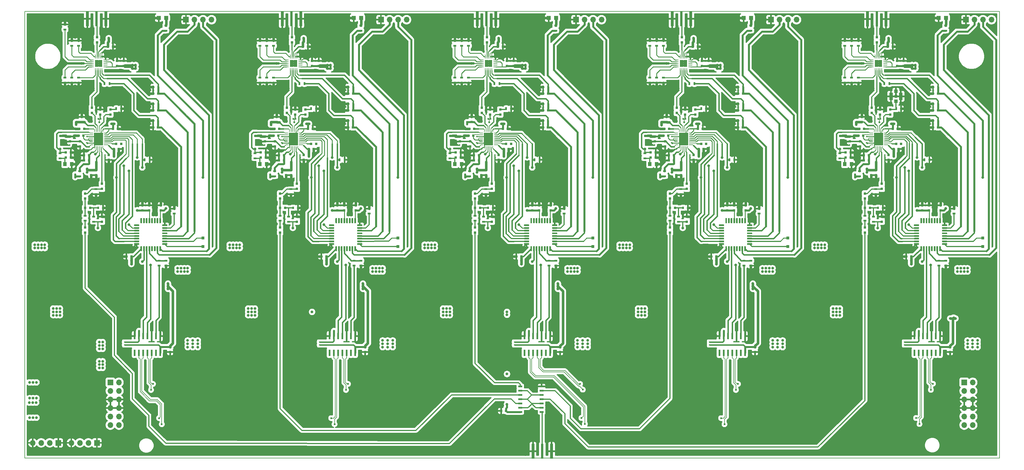
<source format=gbr>
%TF.GenerationSoftware,KiCad,Pcbnew,(5.1.5)-3*%
%TF.CreationDate,2020-04-08T11:38:31+01:00*%
%TF.ProjectId,PLL_v1,504c4c5f-7631-42e6-9b69-6361645f7063,rev?*%
%TF.SameCoordinates,Original*%
%TF.FileFunction,Copper,L1,Top*%
%TF.FilePolarity,Positive*%
%FSLAX46Y46*%
G04 Gerber Fmt 4.6, Leading zero omitted, Abs format (unit mm)*
G04 Created by KiCad (PCBNEW (5.1.5)-3) date 2020-04-08 11:38:31*
%MOMM*%
%LPD*%
G04 APERTURE LIST*
%ADD10C,0.150000*%
%ADD11R,0.500000X0.900000*%
%ADD12C,0.600000*%
%ADD13R,2.700000X3.700000*%
%ADD14R,0.220000X0.799999*%
%ADD15R,0.799999X0.220000*%
%ADD16R,0.900000X0.500000*%
%ADD17R,1.143000X0.508000*%
%ADD18R,0.800000X0.750000*%
%ADD19R,0.750000X0.800000*%
%ADD20R,1.000000X1.250000*%
%ADD21R,0.600000X0.700000*%
%ADD22R,1.200000X1.200000*%
%ADD23R,1.700000X1.700000*%
%ADD24O,1.700000X1.700000*%
%ADD25R,0.850000X0.850000*%
%ADD26R,0.400000X0.600000*%
%ADD27R,1.075000X1.075000*%
%ADD28R,1.200000X0.250000*%
%ADD29R,0.250000X1.200000*%
%ADD30R,0.542600X1.969999*%
%ADD31C,0.600000*%
%ADD32R,0.900000X4.500000*%
%ADD33R,0.800000X4.500000*%
%ADD34R,0.600000X0.400000*%
%ADD35R,1.050000X2.200000*%
%ADD36R,1.000000X1.000000*%
%ADD37C,0.500000*%
%ADD38C,0.800000*%
%ADD39C,0.800000*%
%ADD40C,0.400000*%
%ADD41C,0.250000*%
%ADD42C,0.200000*%
%ADD43C,0.300000*%
%ADD44C,0.360000*%
%ADD45C,0.254000*%
%ADD46C,0.350000*%
G04 APERTURE END LIST*
D10*
X345000000Y-169500000D02*
X345000000Y-36500000D01*
X55000000Y-169500000D02*
X345000000Y-169500000D01*
X55000000Y-36500000D02*
X55000000Y-169500000D01*
X345000000Y-36500000D02*
X55000000Y-36500000D01*
D11*
X90700000Y-80700000D03*
X92200000Y-80700000D03*
X148700000Y-80700000D03*
X150200000Y-80700000D03*
X206700000Y-80700000D03*
X208200000Y-80700000D03*
X264650000Y-80700000D03*
X266150000Y-80700000D03*
X322650000Y-80700000D03*
X324150000Y-80700000D03*
D12*
X310000000Y-73000000D03*
X309000000Y-73000000D03*
X308000000Y-73000000D03*
X308000000Y-74000000D03*
X309000000Y-74000000D03*
X310000000Y-74000000D03*
X310000000Y-75000000D03*
X309000000Y-75000000D03*
X308000000Y-75000000D03*
X308000000Y-76000000D03*
X309000000Y-76000000D03*
X310000000Y-76000000D03*
D13*
X309000000Y-74500000D03*
D14*
X310250000Y-76950000D03*
X309750001Y-76950000D03*
X309250000Y-76950000D03*
X308750000Y-76950000D03*
X308249999Y-76950000D03*
X307750000Y-76950000D03*
D15*
X307049999Y-76249999D03*
X307049999Y-75750000D03*
X307049999Y-75250001D03*
X307049999Y-74750000D03*
X307049999Y-74250000D03*
X307049999Y-73749999D03*
X307049999Y-73250000D03*
X307049999Y-72750001D03*
D14*
X307750000Y-72050000D03*
X308249999Y-72050000D03*
X308750000Y-72050000D03*
X309250000Y-72050000D03*
X309750001Y-72050000D03*
X310250000Y-72050000D03*
D15*
X310950001Y-72750001D03*
X310950001Y-73250000D03*
X310950001Y-73749999D03*
X310950001Y-74250000D03*
X310950001Y-74750000D03*
X310950001Y-75250001D03*
X310950001Y-75750000D03*
X310950001Y-76249999D03*
D16*
X303400000Y-85600000D03*
X303400000Y-84100000D03*
X305000000Y-97350000D03*
X305000000Y-98850000D03*
D17*
X208802000Y-155810000D03*
X208802000Y-154540000D03*
X208802000Y-153270000D03*
X208802000Y-152000000D03*
X208802000Y-150730000D03*
X208802000Y-149460000D03*
X208802000Y-148190000D03*
X202452000Y-148190000D03*
X202452000Y-149460000D03*
X202452000Y-152000000D03*
X202452000Y-153270000D03*
X202452000Y-154540000D03*
X202452000Y-155810000D03*
X202452000Y-150730000D03*
D18*
X196750000Y-155500000D03*
X198250000Y-155500000D03*
D19*
X305000000Y-102350000D03*
X305000000Y-100850000D03*
X310000000Y-99150000D03*
X310000000Y-97650000D03*
D18*
X305000000Y-95000000D03*
X306500000Y-95000000D03*
D19*
X305000000Y-92250000D03*
X305000000Y-90750000D03*
D18*
X315750000Y-76000000D03*
X314250000Y-76000000D03*
X315000000Y-77500000D03*
X313500000Y-77500000D03*
X314750000Y-71500000D03*
X313250000Y-71500000D03*
D19*
X310000000Y-89350000D03*
X310000000Y-87850000D03*
X300500000Y-73750000D03*
X300500000Y-75250000D03*
X306800000Y-85250000D03*
X306800000Y-83750000D03*
X312000000Y-80750000D03*
X312000000Y-79250000D03*
X308300000Y-85250000D03*
X308300000Y-83750000D03*
X312500000Y-65750000D03*
X312500000Y-67250000D03*
X304000000Y-67950000D03*
X304000000Y-69450000D03*
D18*
X306150000Y-80900000D03*
X304650000Y-80900000D03*
X306150000Y-79400000D03*
X304650000Y-79400000D03*
X303250000Y-71500000D03*
X304750000Y-71500000D03*
D19*
X309500000Y-67250000D03*
X309500000Y-65750000D03*
X303500000Y-75250000D03*
X303500000Y-76750000D03*
D18*
X304500000Y-73500000D03*
X303000000Y-73500000D03*
X325192584Y-71034394D03*
X326692584Y-71034394D03*
X325250000Y-66000000D03*
X326750000Y-66000000D03*
D19*
X307000000Y-66750000D03*
X307000000Y-65250000D03*
D18*
X325250000Y-61000000D03*
X326750000Y-61000000D03*
D19*
X316500000Y-51250000D03*
X316500000Y-52750000D03*
X314500000Y-51250000D03*
X314500000Y-52750000D03*
D18*
X313250000Y-47000000D03*
X311750000Y-47000000D03*
D19*
X308500000Y-45750000D03*
X308500000Y-44250000D03*
X327500000Y-94250000D03*
X327500000Y-95750000D03*
X324000000Y-94250000D03*
X324000000Y-95750000D03*
D18*
X317250000Y-109500000D03*
X318750000Y-109500000D03*
D19*
X322000000Y-94250000D03*
X322000000Y-95750000D03*
X330274857Y-137972972D03*
X330274857Y-136472972D03*
D18*
X300750000Y-80000000D03*
X299250000Y-80000000D03*
D20*
X299000000Y-82000000D03*
X301000000Y-82000000D03*
D18*
X300750000Y-78500000D03*
X299250000Y-78500000D03*
D21*
X308900000Y-95000000D03*
X310300000Y-95000000D03*
D22*
X329100000Y-38500000D03*
X326900000Y-38500000D03*
D23*
X335000000Y-39000000D03*
D24*
X337540000Y-39000000D03*
X340080000Y-39000000D03*
X342620000Y-39000000D03*
D25*
X340000000Y-104000000D03*
X340000000Y-106500000D03*
D26*
X309650000Y-68500000D03*
X310550000Y-68500000D03*
X307950000Y-68500000D03*
X308850000Y-68500000D03*
D16*
X307500000Y-97650000D03*
X307500000Y-99150000D03*
X329000000Y-42250000D03*
X329000000Y-40750000D03*
X308200000Y-89450000D03*
X308200000Y-90950000D03*
D11*
X314250000Y-65500000D03*
X315750000Y-65500000D03*
X326692584Y-69034394D03*
X325192584Y-69034394D03*
X310750000Y-58000000D03*
X312250000Y-58000000D03*
X326750000Y-64000000D03*
X325250000Y-64000000D03*
X326750000Y-59000000D03*
X325250000Y-59000000D03*
D16*
X299000000Y-56250000D03*
X299000000Y-57750000D03*
X301000000Y-56250000D03*
X301000000Y-57750000D03*
X303000000Y-56250000D03*
X303000000Y-57750000D03*
X299000000Y-45250000D03*
X299000000Y-46750000D03*
X301000000Y-45250000D03*
X301000000Y-46750000D03*
X303000000Y-45250000D03*
X303000000Y-46750000D03*
X331500000Y-96750000D03*
X331500000Y-95250000D03*
X329000000Y-110750000D03*
X329000000Y-112250000D03*
X327000000Y-112250000D03*
X327000000Y-110750000D03*
X297500000Y-78750000D03*
X297500000Y-80250000D03*
D27*
X309537500Y-51462500D03*
X308462500Y-51462500D03*
X309537500Y-52537500D03*
X308462500Y-52537500D03*
D28*
X306950001Y-53000000D03*
X306950001Y-52500000D03*
X306950001Y-52000000D03*
X306950001Y-51500000D03*
X306950001Y-51000000D03*
D29*
X308000000Y-49950001D03*
X308500000Y-49950001D03*
X309000000Y-49950001D03*
X309500000Y-49950001D03*
X310000000Y-49950001D03*
D28*
X311049999Y-51000000D03*
X311049999Y-51500000D03*
X311049999Y-52000000D03*
X311049999Y-52500000D03*
X311049999Y-53000000D03*
D29*
X310000000Y-54049999D03*
X309500000Y-54049999D03*
X309000000Y-54049999D03*
X308500000Y-54049999D03*
X308000000Y-54049999D03*
D30*
X327310000Y-138163800D03*
X326040000Y-138163800D03*
X324770000Y-138163800D03*
X323500000Y-138163800D03*
X322230000Y-138163800D03*
X320960000Y-138163800D03*
X319690000Y-138163800D03*
X319690000Y-133236200D03*
X320960000Y-133236200D03*
X322230000Y-133236200D03*
X323500000Y-133236200D03*
X324770000Y-133236200D03*
X326040000Y-133236200D03*
X327310000Y-133236200D03*
D23*
X334500000Y-147000000D03*
D24*
X337040000Y-147000000D03*
X334500000Y-149540000D03*
X337040000Y-149540000D03*
X334500000Y-152080000D03*
X337040000Y-152080000D03*
X334500000Y-154620000D03*
X337040000Y-154620000D03*
X334500000Y-157160000D03*
X337040000Y-157160000D03*
X334500000Y-159700000D03*
X337040000Y-159700000D03*
D23*
X80500000Y-147000000D03*
D24*
X83040000Y-147000000D03*
X80500000Y-149540000D03*
X83040000Y-149540000D03*
X80500000Y-152080000D03*
X83040000Y-152080000D03*
X80500000Y-154620000D03*
X83040000Y-154620000D03*
X80500000Y-157160000D03*
X83040000Y-157160000D03*
X80500000Y-159700000D03*
X83040000Y-159700000D03*
%TA.AperFunction,SMDPad,CuDef*%
D31*
G36*
X329312252Y-99950602D02*
G01*
X329324386Y-99952402D01*
X329336286Y-99955382D01*
X329347835Y-99959515D01*
X329358925Y-99964760D01*
X329369446Y-99971066D01*
X329379299Y-99978374D01*
X329388388Y-99986612D01*
X329396626Y-99995701D01*
X329403934Y-100005554D01*
X329410240Y-100016075D01*
X329415485Y-100027165D01*
X329419618Y-100038714D01*
X329422598Y-100050614D01*
X329424398Y-100062748D01*
X329425000Y-100075000D01*
X329425000Y-100325000D01*
X329424398Y-100337252D01*
X329422598Y-100349386D01*
X329419618Y-100361286D01*
X329415485Y-100372835D01*
X329410240Y-100383925D01*
X329403934Y-100394446D01*
X329396626Y-100404299D01*
X329388388Y-100413388D01*
X329379299Y-100421626D01*
X329369446Y-100428934D01*
X329358925Y-100435240D01*
X329347835Y-100440485D01*
X329336286Y-100444618D01*
X329324386Y-100447598D01*
X329312252Y-100449398D01*
X329300000Y-100450000D01*
X328050000Y-100450000D01*
X328037748Y-100449398D01*
X328025614Y-100447598D01*
X328013714Y-100444618D01*
X328002165Y-100440485D01*
X327991075Y-100435240D01*
X327980554Y-100428934D01*
X327970701Y-100421626D01*
X327961612Y-100413388D01*
X327953374Y-100404299D01*
X327946066Y-100394446D01*
X327939760Y-100383925D01*
X327934515Y-100372835D01*
X327930382Y-100361286D01*
X327927402Y-100349386D01*
X327925602Y-100337252D01*
X327925000Y-100325000D01*
X327925000Y-100075000D01*
X327925602Y-100062748D01*
X327927402Y-100050614D01*
X327930382Y-100038714D01*
X327934515Y-100027165D01*
X327939760Y-100016075D01*
X327946066Y-100005554D01*
X327953374Y-99995701D01*
X327961612Y-99986612D01*
X327970701Y-99978374D01*
X327980554Y-99971066D01*
X327991075Y-99964760D01*
X328002165Y-99959515D01*
X328013714Y-99955382D01*
X328025614Y-99952402D01*
X328037748Y-99950602D01*
X328050000Y-99950000D01*
X329300000Y-99950000D01*
X329312252Y-99950602D01*
G37*
%TD.AperFunction*%
%TA.AperFunction,SMDPad,CuDef*%
G36*
X329312252Y-100750602D02*
G01*
X329324386Y-100752402D01*
X329336286Y-100755382D01*
X329347835Y-100759515D01*
X329358925Y-100764760D01*
X329369446Y-100771066D01*
X329379299Y-100778374D01*
X329388388Y-100786612D01*
X329396626Y-100795701D01*
X329403934Y-100805554D01*
X329410240Y-100816075D01*
X329415485Y-100827165D01*
X329419618Y-100838714D01*
X329422598Y-100850614D01*
X329424398Y-100862748D01*
X329425000Y-100875000D01*
X329425000Y-101125000D01*
X329424398Y-101137252D01*
X329422598Y-101149386D01*
X329419618Y-101161286D01*
X329415485Y-101172835D01*
X329410240Y-101183925D01*
X329403934Y-101194446D01*
X329396626Y-101204299D01*
X329388388Y-101213388D01*
X329379299Y-101221626D01*
X329369446Y-101228934D01*
X329358925Y-101235240D01*
X329347835Y-101240485D01*
X329336286Y-101244618D01*
X329324386Y-101247598D01*
X329312252Y-101249398D01*
X329300000Y-101250000D01*
X328050000Y-101250000D01*
X328037748Y-101249398D01*
X328025614Y-101247598D01*
X328013714Y-101244618D01*
X328002165Y-101240485D01*
X327991075Y-101235240D01*
X327980554Y-101228934D01*
X327970701Y-101221626D01*
X327961612Y-101213388D01*
X327953374Y-101204299D01*
X327946066Y-101194446D01*
X327939760Y-101183925D01*
X327934515Y-101172835D01*
X327930382Y-101161286D01*
X327927402Y-101149386D01*
X327925602Y-101137252D01*
X327925000Y-101125000D01*
X327925000Y-100875000D01*
X327925602Y-100862748D01*
X327927402Y-100850614D01*
X327930382Y-100838714D01*
X327934515Y-100827165D01*
X327939760Y-100816075D01*
X327946066Y-100805554D01*
X327953374Y-100795701D01*
X327961612Y-100786612D01*
X327970701Y-100778374D01*
X327980554Y-100771066D01*
X327991075Y-100764760D01*
X328002165Y-100759515D01*
X328013714Y-100755382D01*
X328025614Y-100752402D01*
X328037748Y-100750602D01*
X328050000Y-100750000D01*
X329300000Y-100750000D01*
X329312252Y-100750602D01*
G37*
%TD.AperFunction*%
%TA.AperFunction,SMDPad,CuDef*%
G36*
X329312252Y-101550602D02*
G01*
X329324386Y-101552402D01*
X329336286Y-101555382D01*
X329347835Y-101559515D01*
X329358925Y-101564760D01*
X329369446Y-101571066D01*
X329379299Y-101578374D01*
X329388388Y-101586612D01*
X329396626Y-101595701D01*
X329403934Y-101605554D01*
X329410240Y-101616075D01*
X329415485Y-101627165D01*
X329419618Y-101638714D01*
X329422598Y-101650614D01*
X329424398Y-101662748D01*
X329425000Y-101675000D01*
X329425000Y-101925000D01*
X329424398Y-101937252D01*
X329422598Y-101949386D01*
X329419618Y-101961286D01*
X329415485Y-101972835D01*
X329410240Y-101983925D01*
X329403934Y-101994446D01*
X329396626Y-102004299D01*
X329388388Y-102013388D01*
X329379299Y-102021626D01*
X329369446Y-102028934D01*
X329358925Y-102035240D01*
X329347835Y-102040485D01*
X329336286Y-102044618D01*
X329324386Y-102047598D01*
X329312252Y-102049398D01*
X329300000Y-102050000D01*
X328050000Y-102050000D01*
X328037748Y-102049398D01*
X328025614Y-102047598D01*
X328013714Y-102044618D01*
X328002165Y-102040485D01*
X327991075Y-102035240D01*
X327980554Y-102028934D01*
X327970701Y-102021626D01*
X327961612Y-102013388D01*
X327953374Y-102004299D01*
X327946066Y-101994446D01*
X327939760Y-101983925D01*
X327934515Y-101972835D01*
X327930382Y-101961286D01*
X327927402Y-101949386D01*
X327925602Y-101937252D01*
X327925000Y-101925000D01*
X327925000Y-101675000D01*
X327925602Y-101662748D01*
X327927402Y-101650614D01*
X327930382Y-101638714D01*
X327934515Y-101627165D01*
X327939760Y-101616075D01*
X327946066Y-101605554D01*
X327953374Y-101595701D01*
X327961612Y-101586612D01*
X327970701Y-101578374D01*
X327980554Y-101571066D01*
X327991075Y-101564760D01*
X328002165Y-101559515D01*
X328013714Y-101555382D01*
X328025614Y-101552402D01*
X328037748Y-101550602D01*
X328050000Y-101550000D01*
X329300000Y-101550000D01*
X329312252Y-101550602D01*
G37*
%TD.AperFunction*%
%TA.AperFunction,SMDPad,CuDef*%
G36*
X329312252Y-102350602D02*
G01*
X329324386Y-102352402D01*
X329336286Y-102355382D01*
X329347835Y-102359515D01*
X329358925Y-102364760D01*
X329369446Y-102371066D01*
X329379299Y-102378374D01*
X329388388Y-102386612D01*
X329396626Y-102395701D01*
X329403934Y-102405554D01*
X329410240Y-102416075D01*
X329415485Y-102427165D01*
X329419618Y-102438714D01*
X329422598Y-102450614D01*
X329424398Y-102462748D01*
X329425000Y-102475000D01*
X329425000Y-102725000D01*
X329424398Y-102737252D01*
X329422598Y-102749386D01*
X329419618Y-102761286D01*
X329415485Y-102772835D01*
X329410240Y-102783925D01*
X329403934Y-102794446D01*
X329396626Y-102804299D01*
X329388388Y-102813388D01*
X329379299Y-102821626D01*
X329369446Y-102828934D01*
X329358925Y-102835240D01*
X329347835Y-102840485D01*
X329336286Y-102844618D01*
X329324386Y-102847598D01*
X329312252Y-102849398D01*
X329300000Y-102850000D01*
X328050000Y-102850000D01*
X328037748Y-102849398D01*
X328025614Y-102847598D01*
X328013714Y-102844618D01*
X328002165Y-102840485D01*
X327991075Y-102835240D01*
X327980554Y-102828934D01*
X327970701Y-102821626D01*
X327961612Y-102813388D01*
X327953374Y-102804299D01*
X327946066Y-102794446D01*
X327939760Y-102783925D01*
X327934515Y-102772835D01*
X327930382Y-102761286D01*
X327927402Y-102749386D01*
X327925602Y-102737252D01*
X327925000Y-102725000D01*
X327925000Y-102475000D01*
X327925602Y-102462748D01*
X327927402Y-102450614D01*
X327930382Y-102438714D01*
X327934515Y-102427165D01*
X327939760Y-102416075D01*
X327946066Y-102405554D01*
X327953374Y-102395701D01*
X327961612Y-102386612D01*
X327970701Y-102378374D01*
X327980554Y-102371066D01*
X327991075Y-102364760D01*
X328002165Y-102359515D01*
X328013714Y-102355382D01*
X328025614Y-102352402D01*
X328037748Y-102350602D01*
X328050000Y-102350000D01*
X329300000Y-102350000D01*
X329312252Y-102350602D01*
G37*
%TD.AperFunction*%
%TA.AperFunction,SMDPad,CuDef*%
G36*
X329312252Y-103150602D02*
G01*
X329324386Y-103152402D01*
X329336286Y-103155382D01*
X329347835Y-103159515D01*
X329358925Y-103164760D01*
X329369446Y-103171066D01*
X329379299Y-103178374D01*
X329388388Y-103186612D01*
X329396626Y-103195701D01*
X329403934Y-103205554D01*
X329410240Y-103216075D01*
X329415485Y-103227165D01*
X329419618Y-103238714D01*
X329422598Y-103250614D01*
X329424398Y-103262748D01*
X329425000Y-103275000D01*
X329425000Y-103525000D01*
X329424398Y-103537252D01*
X329422598Y-103549386D01*
X329419618Y-103561286D01*
X329415485Y-103572835D01*
X329410240Y-103583925D01*
X329403934Y-103594446D01*
X329396626Y-103604299D01*
X329388388Y-103613388D01*
X329379299Y-103621626D01*
X329369446Y-103628934D01*
X329358925Y-103635240D01*
X329347835Y-103640485D01*
X329336286Y-103644618D01*
X329324386Y-103647598D01*
X329312252Y-103649398D01*
X329300000Y-103650000D01*
X328050000Y-103650000D01*
X328037748Y-103649398D01*
X328025614Y-103647598D01*
X328013714Y-103644618D01*
X328002165Y-103640485D01*
X327991075Y-103635240D01*
X327980554Y-103628934D01*
X327970701Y-103621626D01*
X327961612Y-103613388D01*
X327953374Y-103604299D01*
X327946066Y-103594446D01*
X327939760Y-103583925D01*
X327934515Y-103572835D01*
X327930382Y-103561286D01*
X327927402Y-103549386D01*
X327925602Y-103537252D01*
X327925000Y-103525000D01*
X327925000Y-103275000D01*
X327925602Y-103262748D01*
X327927402Y-103250614D01*
X327930382Y-103238714D01*
X327934515Y-103227165D01*
X327939760Y-103216075D01*
X327946066Y-103205554D01*
X327953374Y-103195701D01*
X327961612Y-103186612D01*
X327970701Y-103178374D01*
X327980554Y-103171066D01*
X327991075Y-103164760D01*
X328002165Y-103159515D01*
X328013714Y-103155382D01*
X328025614Y-103152402D01*
X328037748Y-103150602D01*
X328050000Y-103150000D01*
X329300000Y-103150000D01*
X329312252Y-103150602D01*
G37*
%TD.AperFunction*%
%TA.AperFunction,SMDPad,CuDef*%
G36*
X329312252Y-103950602D02*
G01*
X329324386Y-103952402D01*
X329336286Y-103955382D01*
X329347835Y-103959515D01*
X329358925Y-103964760D01*
X329369446Y-103971066D01*
X329379299Y-103978374D01*
X329388388Y-103986612D01*
X329396626Y-103995701D01*
X329403934Y-104005554D01*
X329410240Y-104016075D01*
X329415485Y-104027165D01*
X329419618Y-104038714D01*
X329422598Y-104050614D01*
X329424398Y-104062748D01*
X329425000Y-104075000D01*
X329425000Y-104325000D01*
X329424398Y-104337252D01*
X329422598Y-104349386D01*
X329419618Y-104361286D01*
X329415485Y-104372835D01*
X329410240Y-104383925D01*
X329403934Y-104394446D01*
X329396626Y-104404299D01*
X329388388Y-104413388D01*
X329379299Y-104421626D01*
X329369446Y-104428934D01*
X329358925Y-104435240D01*
X329347835Y-104440485D01*
X329336286Y-104444618D01*
X329324386Y-104447598D01*
X329312252Y-104449398D01*
X329300000Y-104450000D01*
X328050000Y-104450000D01*
X328037748Y-104449398D01*
X328025614Y-104447598D01*
X328013714Y-104444618D01*
X328002165Y-104440485D01*
X327991075Y-104435240D01*
X327980554Y-104428934D01*
X327970701Y-104421626D01*
X327961612Y-104413388D01*
X327953374Y-104404299D01*
X327946066Y-104394446D01*
X327939760Y-104383925D01*
X327934515Y-104372835D01*
X327930382Y-104361286D01*
X327927402Y-104349386D01*
X327925602Y-104337252D01*
X327925000Y-104325000D01*
X327925000Y-104075000D01*
X327925602Y-104062748D01*
X327927402Y-104050614D01*
X327930382Y-104038714D01*
X327934515Y-104027165D01*
X327939760Y-104016075D01*
X327946066Y-104005554D01*
X327953374Y-103995701D01*
X327961612Y-103986612D01*
X327970701Y-103978374D01*
X327980554Y-103971066D01*
X327991075Y-103964760D01*
X328002165Y-103959515D01*
X328013714Y-103955382D01*
X328025614Y-103952402D01*
X328037748Y-103950602D01*
X328050000Y-103950000D01*
X329300000Y-103950000D01*
X329312252Y-103950602D01*
G37*
%TD.AperFunction*%
%TA.AperFunction,SMDPad,CuDef*%
G36*
X329312252Y-104750602D02*
G01*
X329324386Y-104752402D01*
X329336286Y-104755382D01*
X329347835Y-104759515D01*
X329358925Y-104764760D01*
X329369446Y-104771066D01*
X329379299Y-104778374D01*
X329388388Y-104786612D01*
X329396626Y-104795701D01*
X329403934Y-104805554D01*
X329410240Y-104816075D01*
X329415485Y-104827165D01*
X329419618Y-104838714D01*
X329422598Y-104850614D01*
X329424398Y-104862748D01*
X329425000Y-104875000D01*
X329425000Y-105125000D01*
X329424398Y-105137252D01*
X329422598Y-105149386D01*
X329419618Y-105161286D01*
X329415485Y-105172835D01*
X329410240Y-105183925D01*
X329403934Y-105194446D01*
X329396626Y-105204299D01*
X329388388Y-105213388D01*
X329379299Y-105221626D01*
X329369446Y-105228934D01*
X329358925Y-105235240D01*
X329347835Y-105240485D01*
X329336286Y-105244618D01*
X329324386Y-105247598D01*
X329312252Y-105249398D01*
X329300000Y-105250000D01*
X328050000Y-105250000D01*
X328037748Y-105249398D01*
X328025614Y-105247598D01*
X328013714Y-105244618D01*
X328002165Y-105240485D01*
X327991075Y-105235240D01*
X327980554Y-105228934D01*
X327970701Y-105221626D01*
X327961612Y-105213388D01*
X327953374Y-105204299D01*
X327946066Y-105194446D01*
X327939760Y-105183925D01*
X327934515Y-105172835D01*
X327930382Y-105161286D01*
X327927402Y-105149386D01*
X327925602Y-105137252D01*
X327925000Y-105125000D01*
X327925000Y-104875000D01*
X327925602Y-104862748D01*
X327927402Y-104850614D01*
X327930382Y-104838714D01*
X327934515Y-104827165D01*
X327939760Y-104816075D01*
X327946066Y-104805554D01*
X327953374Y-104795701D01*
X327961612Y-104786612D01*
X327970701Y-104778374D01*
X327980554Y-104771066D01*
X327991075Y-104764760D01*
X328002165Y-104759515D01*
X328013714Y-104755382D01*
X328025614Y-104752402D01*
X328037748Y-104750602D01*
X328050000Y-104750000D01*
X329300000Y-104750000D01*
X329312252Y-104750602D01*
G37*
%TD.AperFunction*%
%TA.AperFunction,SMDPad,CuDef*%
G36*
X329312252Y-105550602D02*
G01*
X329324386Y-105552402D01*
X329336286Y-105555382D01*
X329347835Y-105559515D01*
X329358925Y-105564760D01*
X329369446Y-105571066D01*
X329379299Y-105578374D01*
X329388388Y-105586612D01*
X329396626Y-105595701D01*
X329403934Y-105605554D01*
X329410240Y-105616075D01*
X329415485Y-105627165D01*
X329419618Y-105638714D01*
X329422598Y-105650614D01*
X329424398Y-105662748D01*
X329425000Y-105675000D01*
X329425000Y-105925000D01*
X329424398Y-105937252D01*
X329422598Y-105949386D01*
X329419618Y-105961286D01*
X329415485Y-105972835D01*
X329410240Y-105983925D01*
X329403934Y-105994446D01*
X329396626Y-106004299D01*
X329388388Y-106013388D01*
X329379299Y-106021626D01*
X329369446Y-106028934D01*
X329358925Y-106035240D01*
X329347835Y-106040485D01*
X329336286Y-106044618D01*
X329324386Y-106047598D01*
X329312252Y-106049398D01*
X329300000Y-106050000D01*
X328050000Y-106050000D01*
X328037748Y-106049398D01*
X328025614Y-106047598D01*
X328013714Y-106044618D01*
X328002165Y-106040485D01*
X327991075Y-106035240D01*
X327980554Y-106028934D01*
X327970701Y-106021626D01*
X327961612Y-106013388D01*
X327953374Y-106004299D01*
X327946066Y-105994446D01*
X327939760Y-105983925D01*
X327934515Y-105972835D01*
X327930382Y-105961286D01*
X327927402Y-105949386D01*
X327925602Y-105937252D01*
X327925000Y-105925000D01*
X327925000Y-105675000D01*
X327925602Y-105662748D01*
X327927402Y-105650614D01*
X327930382Y-105638714D01*
X327934515Y-105627165D01*
X327939760Y-105616075D01*
X327946066Y-105605554D01*
X327953374Y-105595701D01*
X327961612Y-105586612D01*
X327970701Y-105578374D01*
X327980554Y-105571066D01*
X327991075Y-105564760D01*
X328002165Y-105559515D01*
X328013714Y-105555382D01*
X328025614Y-105552402D01*
X328037748Y-105550602D01*
X328050000Y-105550000D01*
X329300000Y-105550000D01*
X329312252Y-105550602D01*
G37*
%TD.AperFunction*%
%TA.AperFunction,SMDPad,CuDef*%
G36*
X327437252Y-106425602D02*
G01*
X327449386Y-106427402D01*
X327461286Y-106430382D01*
X327472835Y-106434515D01*
X327483925Y-106439760D01*
X327494446Y-106446066D01*
X327504299Y-106453374D01*
X327513388Y-106461612D01*
X327521626Y-106470701D01*
X327528934Y-106480554D01*
X327535240Y-106491075D01*
X327540485Y-106502165D01*
X327544618Y-106513714D01*
X327547598Y-106525614D01*
X327549398Y-106537748D01*
X327550000Y-106550000D01*
X327550000Y-107800000D01*
X327549398Y-107812252D01*
X327547598Y-107824386D01*
X327544618Y-107836286D01*
X327540485Y-107847835D01*
X327535240Y-107858925D01*
X327528934Y-107869446D01*
X327521626Y-107879299D01*
X327513388Y-107888388D01*
X327504299Y-107896626D01*
X327494446Y-107903934D01*
X327483925Y-107910240D01*
X327472835Y-107915485D01*
X327461286Y-107919618D01*
X327449386Y-107922598D01*
X327437252Y-107924398D01*
X327425000Y-107925000D01*
X327175000Y-107925000D01*
X327162748Y-107924398D01*
X327150614Y-107922598D01*
X327138714Y-107919618D01*
X327127165Y-107915485D01*
X327116075Y-107910240D01*
X327105554Y-107903934D01*
X327095701Y-107896626D01*
X327086612Y-107888388D01*
X327078374Y-107879299D01*
X327071066Y-107869446D01*
X327064760Y-107858925D01*
X327059515Y-107847835D01*
X327055382Y-107836286D01*
X327052402Y-107824386D01*
X327050602Y-107812252D01*
X327050000Y-107800000D01*
X327050000Y-106550000D01*
X327050602Y-106537748D01*
X327052402Y-106525614D01*
X327055382Y-106513714D01*
X327059515Y-106502165D01*
X327064760Y-106491075D01*
X327071066Y-106480554D01*
X327078374Y-106470701D01*
X327086612Y-106461612D01*
X327095701Y-106453374D01*
X327105554Y-106446066D01*
X327116075Y-106439760D01*
X327127165Y-106434515D01*
X327138714Y-106430382D01*
X327150614Y-106427402D01*
X327162748Y-106425602D01*
X327175000Y-106425000D01*
X327425000Y-106425000D01*
X327437252Y-106425602D01*
G37*
%TD.AperFunction*%
%TA.AperFunction,SMDPad,CuDef*%
G36*
X326637252Y-106425602D02*
G01*
X326649386Y-106427402D01*
X326661286Y-106430382D01*
X326672835Y-106434515D01*
X326683925Y-106439760D01*
X326694446Y-106446066D01*
X326704299Y-106453374D01*
X326713388Y-106461612D01*
X326721626Y-106470701D01*
X326728934Y-106480554D01*
X326735240Y-106491075D01*
X326740485Y-106502165D01*
X326744618Y-106513714D01*
X326747598Y-106525614D01*
X326749398Y-106537748D01*
X326750000Y-106550000D01*
X326750000Y-107800000D01*
X326749398Y-107812252D01*
X326747598Y-107824386D01*
X326744618Y-107836286D01*
X326740485Y-107847835D01*
X326735240Y-107858925D01*
X326728934Y-107869446D01*
X326721626Y-107879299D01*
X326713388Y-107888388D01*
X326704299Y-107896626D01*
X326694446Y-107903934D01*
X326683925Y-107910240D01*
X326672835Y-107915485D01*
X326661286Y-107919618D01*
X326649386Y-107922598D01*
X326637252Y-107924398D01*
X326625000Y-107925000D01*
X326375000Y-107925000D01*
X326362748Y-107924398D01*
X326350614Y-107922598D01*
X326338714Y-107919618D01*
X326327165Y-107915485D01*
X326316075Y-107910240D01*
X326305554Y-107903934D01*
X326295701Y-107896626D01*
X326286612Y-107888388D01*
X326278374Y-107879299D01*
X326271066Y-107869446D01*
X326264760Y-107858925D01*
X326259515Y-107847835D01*
X326255382Y-107836286D01*
X326252402Y-107824386D01*
X326250602Y-107812252D01*
X326250000Y-107800000D01*
X326250000Y-106550000D01*
X326250602Y-106537748D01*
X326252402Y-106525614D01*
X326255382Y-106513714D01*
X326259515Y-106502165D01*
X326264760Y-106491075D01*
X326271066Y-106480554D01*
X326278374Y-106470701D01*
X326286612Y-106461612D01*
X326295701Y-106453374D01*
X326305554Y-106446066D01*
X326316075Y-106439760D01*
X326327165Y-106434515D01*
X326338714Y-106430382D01*
X326350614Y-106427402D01*
X326362748Y-106425602D01*
X326375000Y-106425000D01*
X326625000Y-106425000D01*
X326637252Y-106425602D01*
G37*
%TD.AperFunction*%
%TA.AperFunction,SMDPad,CuDef*%
G36*
X325837252Y-106425602D02*
G01*
X325849386Y-106427402D01*
X325861286Y-106430382D01*
X325872835Y-106434515D01*
X325883925Y-106439760D01*
X325894446Y-106446066D01*
X325904299Y-106453374D01*
X325913388Y-106461612D01*
X325921626Y-106470701D01*
X325928934Y-106480554D01*
X325935240Y-106491075D01*
X325940485Y-106502165D01*
X325944618Y-106513714D01*
X325947598Y-106525614D01*
X325949398Y-106537748D01*
X325950000Y-106550000D01*
X325950000Y-107800000D01*
X325949398Y-107812252D01*
X325947598Y-107824386D01*
X325944618Y-107836286D01*
X325940485Y-107847835D01*
X325935240Y-107858925D01*
X325928934Y-107869446D01*
X325921626Y-107879299D01*
X325913388Y-107888388D01*
X325904299Y-107896626D01*
X325894446Y-107903934D01*
X325883925Y-107910240D01*
X325872835Y-107915485D01*
X325861286Y-107919618D01*
X325849386Y-107922598D01*
X325837252Y-107924398D01*
X325825000Y-107925000D01*
X325575000Y-107925000D01*
X325562748Y-107924398D01*
X325550614Y-107922598D01*
X325538714Y-107919618D01*
X325527165Y-107915485D01*
X325516075Y-107910240D01*
X325505554Y-107903934D01*
X325495701Y-107896626D01*
X325486612Y-107888388D01*
X325478374Y-107879299D01*
X325471066Y-107869446D01*
X325464760Y-107858925D01*
X325459515Y-107847835D01*
X325455382Y-107836286D01*
X325452402Y-107824386D01*
X325450602Y-107812252D01*
X325450000Y-107800000D01*
X325450000Y-106550000D01*
X325450602Y-106537748D01*
X325452402Y-106525614D01*
X325455382Y-106513714D01*
X325459515Y-106502165D01*
X325464760Y-106491075D01*
X325471066Y-106480554D01*
X325478374Y-106470701D01*
X325486612Y-106461612D01*
X325495701Y-106453374D01*
X325505554Y-106446066D01*
X325516075Y-106439760D01*
X325527165Y-106434515D01*
X325538714Y-106430382D01*
X325550614Y-106427402D01*
X325562748Y-106425602D01*
X325575000Y-106425000D01*
X325825000Y-106425000D01*
X325837252Y-106425602D01*
G37*
%TD.AperFunction*%
%TA.AperFunction,SMDPad,CuDef*%
G36*
X325037252Y-106425602D02*
G01*
X325049386Y-106427402D01*
X325061286Y-106430382D01*
X325072835Y-106434515D01*
X325083925Y-106439760D01*
X325094446Y-106446066D01*
X325104299Y-106453374D01*
X325113388Y-106461612D01*
X325121626Y-106470701D01*
X325128934Y-106480554D01*
X325135240Y-106491075D01*
X325140485Y-106502165D01*
X325144618Y-106513714D01*
X325147598Y-106525614D01*
X325149398Y-106537748D01*
X325150000Y-106550000D01*
X325150000Y-107800000D01*
X325149398Y-107812252D01*
X325147598Y-107824386D01*
X325144618Y-107836286D01*
X325140485Y-107847835D01*
X325135240Y-107858925D01*
X325128934Y-107869446D01*
X325121626Y-107879299D01*
X325113388Y-107888388D01*
X325104299Y-107896626D01*
X325094446Y-107903934D01*
X325083925Y-107910240D01*
X325072835Y-107915485D01*
X325061286Y-107919618D01*
X325049386Y-107922598D01*
X325037252Y-107924398D01*
X325025000Y-107925000D01*
X324775000Y-107925000D01*
X324762748Y-107924398D01*
X324750614Y-107922598D01*
X324738714Y-107919618D01*
X324727165Y-107915485D01*
X324716075Y-107910240D01*
X324705554Y-107903934D01*
X324695701Y-107896626D01*
X324686612Y-107888388D01*
X324678374Y-107879299D01*
X324671066Y-107869446D01*
X324664760Y-107858925D01*
X324659515Y-107847835D01*
X324655382Y-107836286D01*
X324652402Y-107824386D01*
X324650602Y-107812252D01*
X324650000Y-107800000D01*
X324650000Y-106550000D01*
X324650602Y-106537748D01*
X324652402Y-106525614D01*
X324655382Y-106513714D01*
X324659515Y-106502165D01*
X324664760Y-106491075D01*
X324671066Y-106480554D01*
X324678374Y-106470701D01*
X324686612Y-106461612D01*
X324695701Y-106453374D01*
X324705554Y-106446066D01*
X324716075Y-106439760D01*
X324727165Y-106434515D01*
X324738714Y-106430382D01*
X324750614Y-106427402D01*
X324762748Y-106425602D01*
X324775000Y-106425000D01*
X325025000Y-106425000D01*
X325037252Y-106425602D01*
G37*
%TD.AperFunction*%
%TA.AperFunction,SMDPad,CuDef*%
G36*
X324237252Y-106425602D02*
G01*
X324249386Y-106427402D01*
X324261286Y-106430382D01*
X324272835Y-106434515D01*
X324283925Y-106439760D01*
X324294446Y-106446066D01*
X324304299Y-106453374D01*
X324313388Y-106461612D01*
X324321626Y-106470701D01*
X324328934Y-106480554D01*
X324335240Y-106491075D01*
X324340485Y-106502165D01*
X324344618Y-106513714D01*
X324347598Y-106525614D01*
X324349398Y-106537748D01*
X324350000Y-106550000D01*
X324350000Y-107800000D01*
X324349398Y-107812252D01*
X324347598Y-107824386D01*
X324344618Y-107836286D01*
X324340485Y-107847835D01*
X324335240Y-107858925D01*
X324328934Y-107869446D01*
X324321626Y-107879299D01*
X324313388Y-107888388D01*
X324304299Y-107896626D01*
X324294446Y-107903934D01*
X324283925Y-107910240D01*
X324272835Y-107915485D01*
X324261286Y-107919618D01*
X324249386Y-107922598D01*
X324237252Y-107924398D01*
X324225000Y-107925000D01*
X323975000Y-107925000D01*
X323962748Y-107924398D01*
X323950614Y-107922598D01*
X323938714Y-107919618D01*
X323927165Y-107915485D01*
X323916075Y-107910240D01*
X323905554Y-107903934D01*
X323895701Y-107896626D01*
X323886612Y-107888388D01*
X323878374Y-107879299D01*
X323871066Y-107869446D01*
X323864760Y-107858925D01*
X323859515Y-107847835D01*
X323855382Y-107836286D01*
X323852402Y-107824386D01*
X323850602Y-107812252D01*
X323850000Y-107800000D01*
X323850000Y-106550000D01*
X323850602Y-106537748D01*
X323852402Y-106525614D01*
X323855382Y-106513714D01*
X323859515Y-106502165D01*
X323864760Y-106491075D01*
X323871066Y-106480554D01*
X323878374Y-106470701D01*
X323886612Y-106461612D01*
X323895701Y-106453374D01*
X323905554Y-106446066D01*
X323916075Y-106439760D01*
X323927165Y-106434515D01*
X323938714Y-106430382D01*
X323950614Y-106427402D01*
X323962748Y-106425602D01*
X323975000Y-106425000D01*
X324225000Y-106425000D01*
X324237252Y-106425602D01*
G37*
%TD.AperFunction*%
%TA.AperFunction,SMDPad,CuDef*%
G36*
X323437252Y-106425602D02*
G01*
X323449386Y-106427402D01*
X323461286Y-106430382D01*
X323472835Y-106434515D01*
X323483925Y-106439760D01*
X323494446Y-106446066D01*
X323504299Y-106453374D01*
X323513388Y-106461612D01*
X323521626Y-106470701D01*
X323528934Y-106480554D01*
X323535240Y-106491075D01*
X323540485Y-106502165D01*
X323544618Y-106513714D01*
X323547598Y-106525614D01*
X323549398Y-106537748D01*
X323550000Y-106550000D01*
X323550000Y-107800000D01*
X323549398Y-107812252D01*
X323547598Y-107824386D01*
X323544618Y-107836286D01*
X323540485Y-107847835D01*
X323535240Y-107858925D01*
X323528934Y-107869446D01*
X323521626Y-107879299D01*
X323513388Y-107888388D01*
X323504299Y-107896626D01*
X323494446Y-107903934D01*
X323483925Y-107910240D01*
X323472835Y-107915485D01*
X323461286Y-107919618D01*
X323449386Y-107922598D01*
X323437252Y-107924398D01*
X323425000Y-107925000D01*
X323175000Y-107925000D01*
X323162748Y-107924398D01*
X323150614Y-107922598D01*
X323138714Y-107919618D01*
X323127165Y-107915485D01*
X323116075Y-107910240D01*
X323105554Y-107903934D01*
X323095701Y-107896626D01*
X323086612Y-107888388D01*
X323078374Y-107879299D01*
X323071066Y-107869446D01*
X323064760Y-107858925D01*
X323059515Y-107847835D01*
X323055382Y-107836286D01*
X323052402Y-107824386D01*
X323050602Y-107812252D01*
X323050000Y-107800000D01*
X323050000Y-106550000D01*
X323050602Y-106537748D01*
X323052402Y-106525614D01*
X323055382Y-106513714D01*
X323059515Y-106502165D01*
X323064760Y-106491075D01*
X323071066Y-106480554D01*
X323078374Y-106470701D01*
X323086612Y-106461612D01*
X323095701Y-106453374D01*
X323105554Y-106446066D01*
X323116075Y-106439760D01*
X323127165Y-106434515D01*
X323138714Y-106430382D01*
X323150614Y-106427402D01*
X323162748Y-106425602D01*
X323175000Y-106425000D01*
X323425000Y-106425000D01*
X323437252Y-106425602D01*
G37*
%TD.AperFunction*%
%TA.AperFunction,SMDPad,CuDef*%
G36*
X322637252Y-106425602D02*
G01*
X322649386Y-106427402D01*
X322661286Y-106430382D01*
X322672835Y-106434515D01*
X322683925Y-106439760D01*
X322694446Y-106446066D01*
X322704299Y-106453374D01*
X322713388Y-106461612D01*
X322721626Y-106470701D01*
X322728934Y-106480554D01*
X322735240Y-106491075D01*
X322740485Y-106502165D01*
X322744618Y-106513714D01*
X322747598Y-106525614D01*
X322749398Y-106537748D01*
X322750000Y-106550000D01*
X322750000Y-107800000D01*
X322749398Y-107812252D01*
X322747598Y-107824386D01*
X322744618Y-107836286D01*
X322740485Y-107847835D01*
X322735240Y-107858925D01*
X322728934Y-107869446D01*
X322721626Y-107879299D01*
X322713388Y-107888388D01*
X322704299Y-107896626D01*
X322694446Y-107903934D01*
X322683925Y-107910240D01*
X322672835Y-107915485D01*
X322661286Y-107919618D01*
X322649386Y-107922598D01*
X322637252Y-107924398D01*
X322625000Y-107925000D01*
X322375000Y-107925000D01*
X322362748Y-107924398D01*
X322350614Y-107922598D01*
X322338714Y-107919618D01*
X322327165Y-107915485D01*
X322316075Y-107910240D01*
X322305554Y-107903934D01*
X322295701Y-107896626D01*
X322286612Y-107888388D01*
X322278374Y-107879299D01*
X322271066Y-107869446D01*
X322264760Y-107858925D01*
X322259515Y-107847835D01*
X322255382Y-107836286D01*
X322252402Y-107824386D01*
X322250602Y-107812252D01*
X322250000Y-107800000D01*
X322250000Y-106550000D01*
X322250602Y-106537748D01*
X322252402Y-106525614D01*
X322255382Y-106513714D01*
X322259515Y-106502165D01*
X322264760Y-106491075D01*
X322271066Y-106480554D01*
X322278374Y-106470701D01*
X322286612Y-106461612D01*
X322295701Y-106453374D01*
X322305554Y-106446066D01*
X322316075Y-106439760D01*
X322327165Y-106434515D01*
X322338714Y-106430382D01*
X322350614Y-106427402D01*
X322362748Y-106425602D01*
X322375000Y-106425000D01*
X322625000Y-106425000D01*
X322637252Y-106425602D01*
G37*
%TD.AperFunction*%
%TA.AperFunction,SMDPad,CuDef*%
G36*
X321837252Y-106425602D02*
G01*
X321849386Y-106427402D01*
X321861286Y-106430382D01*
X321872835Y-106434515D01*
X321883925Y-106439760D01*
X321894446Y-106446066D01*
X321904299Y-106453374D01*
X321913388Y-106461612D01*
X321921626Y-106470701D01*
X321928934Y-106480554D01*
X321935240Y-106491075D01*
X321940485Y-106502165D01*
X321944618Y-106513714D01*
X321947598Y-106525614D01*
X321949398Y-106537748D01*
X321950000Y-106550000D01*
X321950000Y-107800000D01*
X321949398Y-107812252D01*
X321947598Y-107824386D01*
X321944618Y-107836286D01*
X321940485Y-107847835D01*
X321935240Y-107858925D01*
X321928934Y-107869446D01*
X321921626Y-107879299D01*
X321913388Y-107888388D01*
X321904299Y-107896626D01*
X321894446Y-107903934D01*
X321883925Y-107910240D01*
X321872835Y-107915485D01*
X321861286Y-107919618D01*
X321849386Y-107922598D01*
X321837252Y-107924398D01*
X321825000Y-107925000D01*
X321575000Y-107925000D01*
X321562748Y-107924398D01*
X321550614Y-107922598D01*
X321538714Y-107919618D01*
X321527165Y-107915485D01*
X321516075Y-107910240D01*
X321505554Y-107903934D01*
X321495701Y-107896626D01*
X321486612Y-107888388D01*
X321478374Y-107879299D01*
X321471066Y-107869446D01*
X321464760Y-107858925D01*
X321459515Y-107847835D01*
X321455382Y-107836286D01*
X321452402Y-107824386D01*
X321450602Y-107812252D01*
X321450000Y-107800000D01*
X321450000Y-106550000D01*
X321450602Y-106537748D01*
X321452402Y-106525614D01*
X321455382Y-106513714D01*
X321459515Y-106502165D01*
X321464760Y-106491075D01*
X321471066Y-106480554D01*
X321478374Y-106470701D01*
X321486612Y-106461612D01*
X321495701Y-106453374D01*
X321505554Y-106446066D01*
X321516075Y-106439760D01*
X321527165Y-106434515D01*
X321538714Y-106430382D01*
X321550614Y-106427402D01*
X321562748Y-106425602D01*
X321575000Y-106425000D01*
X321825000Y-106425000D01*
X321837252Y-106425602D01*
G37*
%TD.AperFunction*%
%TA.AperFunction,SMDPad,CuDef*%
G36*
X320962252Y-105550602D02*
G01*
X320974386Y-105552402D01*
X320986286Y-105555382D01*
X320997835Y-105559515D01*
X321008925Y-105564760D01*
X321019446Y-105571066D01*
X321029299Y-105578374D01*
X321038388Y-105586612D01*
X321046626Y-105595701D01*
X321053934Y-105605554D01*
X321060240Y-105616075D01*
X321065485Y-105627165D01*
X321069618Y-105638714D01*
X321072598Y-105650614D01*
X321074398Y-105662748D01*
X321075000Y-105675000D01*
X321075000Y-105925000D01*
X321074398Y-105937252D01*
X321072598Y-105949386D01*
X321069618Y-105961286D01*
X321065485Y-105972835D01*
X321060240Y-105983925D01*
X321053934Y-105994446D01*
X321046626Y-106004299D01*
X321038388Y-106013388D01*
X321029299Y-106021626D01*
X321019446Y-106028934D01*
X321008925Y-106035240D01*
X320997835Y-106040485D01*
X320986286Y-106044618D01*
X320974386Y-106047598D01*
X320962252Y-106049398D01*
X320950000Y-106050000D01*
X319700000Y-106050000D01*
X319687748Y-106049398D01*
X319675614Y-106047598D01*
X319663714Y-106044618D01*
X319652165Y-106040485D01*
X319641075Y-106035240D01*
X319630554Y-106028934D01*
X319620701Y-106021626D01*
X319611612Y-106013388D01*
X319603374Y-106004299D01*
X319596066Y-105994446D01*
X319589760Y-105983925D01*
X319584515Y-105972835D01*
X319580382Y-105961286D01*
X319577402Y-105949386D01*
X319575602Y-105937252D01*
X319575000Y-105925000D01*
X319575000Y-105675000D01*
X319575602Y-105662748D01*
X319577402Y-105650614D01*
X319580382Y-105638714D01*
X319584515Y-105627165D01*
X319589760Y-105616075D01*
X319596066Y-105605554D01*
X319603374Y-105595701D01*
X319611612Y-105586612D01*
X319620701Y-105578374D01*
X319630554Y-105571066D01*
X319641075Y-105564760D01*
X319652165Y-105559515D01*
X319663714Y-105555382D01*
X319675614Y-105552402D01*
X319687748Y-105550602D01*
X319700000Y-105550000D01*
X320950000Y-105550000D01*
X320962252Y-105550602D01*
G37*
%TD.AperFunction*%
%TA.AperFunction,SMDPad,CuDef*%
G36*
X320962252Y-104750602D02*
G01*
X320974386Y-104752402D01*
X320986286Y-104755382D01*
X320997835Y-104759515D01*
X321008925Y-104764760D01*
X321019446Y-104771066D01*
X321029299Y-104778374D01*
X321038388Y-104786612D01*
X321046626Y-104795701D01*
X321053934Y-104805554D01*
X321060240Y-104816075D01*
X321065485Y-104827165D01*
X321069618Y-104838714D01*
X321072598Y-104850614D01*
X321074398Y-104862748D01*
X321075000Y-104875000D01*
X321075000Y-105125000D01*
X321074398Y-105137252D01*
X321072598Y-105149386D01*
X321069618Y-105161286D01*
X321065485Y-105172835D01*
X321060240Y-105183925D01*
X321053934Y-105194446D01*
X321046626Y-105204299D01*
X321038388Y-105213388D01*
X321029299Y-105221626D01*
X321019446Y-105228934D01*
X321008925Y-105235240D01*
X320997835Y-105240485D01*
X320986286Y-105244618D01*
X320974386Y-105247598D01*
X320962252Y-105249398D01*
X320950000Y-105250000D01*
X319700000Y-105250000D01*
X319687748Y-105249398D01*
X319675614Y-105247598D01*
X319663714Y-105244618D01*
X319652165Y-105240485D01*
X319641075Y-105235240D01*
X319630554Y-105228934D01*
X319620701Y-105221626D01*
X319611612Y-105213388D01*
X319603374Y-105204299D01*
X319596066Y-105194446D01*
X319589760Y-105183925D01*
X319584515Y-105172835D01*
X319580382Y-105161286D01*
X319577402Y-105149386D01*
X319575602Y-105137252D01*
X319575000Y-105125000D01*
X319575000Y-104875000D01*
X319575602Y-104862748D01*
X319577402Y-104850614D01*
X319580382Y-104838714D01*
X319584515Y-104827165D01*
X319589760Y-104816075D01*
X319596066Y-104805554D01*
X319603374Y-104795701D01*
X319611612Y-104786612D01*
X319620701Y-104778374D01*
X319630554Y-104771066D01*
X319641075Y-104764760D01*
X319652165Y-104759515D01*
X319663714Y-104755382D01*
X319675614Y-104752402D01*
X319687748Y-104750602D01*
X319700000Y-104750000D01*
X320950000Y-104750000D01*
X320962252Y-104750602D01*
G37*
%TD.AperFunction*%
%TA.AperFunction,SMDPad,CuDef*%
G36*
X320962252Y-103950602D02*
G01*
X320974386Y-103952402D01*
X320986286Y-103955382D01*
X320997835Y-103959515D01*
X321008925Y-103964760D01*
X321019446Y-103971066D01*
X321029299Y-103978374D01*
X321038388Y-103986612D01*
X321046626Y-103995701D01*
X321053934Y-104005554D01*
X321060240Y-104016075D01*
X321065485Y-104027165D01*
X321069618Y-104038714D01*
X321072598Y-104050614D01*
X321074398Y-104062748D01*
X321075000Y-104075000D01*
X321075000Y-104325000D01*
X321074398Y-104337252D01*
X321072598Y-104349386D01*
X321069618Y-104361286D01*
X321065485Y-104372835D01*
X321060240Y-104383925D01*
X321053934Y-104394446D01*
X321046626Y-104404299D01*
X321038388Y-104413388D01*
X321029299Y-104421626D01*
X321019446Y-104428934D01*
X321008925Y-104435240D01*
X320997835Y-104440485D01*
X320986286Y-104444618D01*
X320974386Y-104447598D01*
X320962252Y-104449398D01*
X320950000Y-104450000D01*
X319700000Y-104450000D01*
X319687748Y-104449398D01*
X319675614Y-104447598D01*
X319663714Y-104444618D01*
X319652165Y-104440485D01*
X319641075Y-104435240D01*
X319630554Y-104428934D01*
X319620701Y-104421626D01*
X319611612Y-104413388D01*
X319603374Y-104404299D01*
X319596066Y-104394446D01*
X319589760Y-104383925D01*
X319584515Y-104372835D01*
X319580382Y-104361286D01*
X319577402Y-104349386D01*
X319575602Y-104337252D01*
X319575000Y-104325000D01*
X319575000Y-104075000D01*
X319575602Y-104062748D01*
X319577402Y-104050614D01*
X319580382Y-104038714D01*
X319584515Y-104027165D01*
X319589760Y-104016075D01*
X319596066Y-104005554D01*
X319603374Y-103995701D01*
X319611612Y-103986612D01*
X319620701Y-103978374D01*
X319630554Y-103971066D01*
X319641075Y-103964760D01*
X319652165Y-103959515D01*
X319663714Y-103955382D01*
X319675614Y-103952402D01*
X319687748Y-103950602D01*
X319700000Y-103950000D01*
X320950000Y-103950000D01*
X320962252Y-103950602D01*
G37*
%TD.AperFunction*%
%TA.AperFunction,SMDPad,CuDef*%
G36*
X320962252Y-103150602D02*
G01*
X320974386Y-103152402D01*
X320986286Y-103155382D01*
X320997835Y-103159515D01*
X321008925Y-103164760D01*
X321019446Y-103171066D01*
X321029299Y-103178374D01*
X321038388Y-103186612D01*
X321046626Y-103195701D01*
X321053934Y-103205554D01*
X321060240Y-103216075D01*
X321065485Y-103227165D01*
X321069618Y-103238714D01*
X321072598Y-103250614D01*
X321074398Y-103262748D01*
X321075000Y-103275000D01*
X321075000Y-103525000D01*
X321074398Y-103537252D01*
X321072598Y-103549386D01*
X321069618Y-103561286D01*
X321065485Y-103572835D01*
X321060240Y-103583925D01*
X321053934Y-103594446D01*
X321046626Y-103604299D01*
X321038388Y-103613388D01*
X321029299Y-103621626D01*
X321019446Y-103628934D01*
X321008925Y-103635240D01*
X320997835Y-103640485D01*
X320986286Y-103644618D01*
X320974386Y-103647598D01*
X320962252Y-103649398D01*
X320950000Y-103650000D01*
X319700000Y-103650000D01*
X319687748Y-103649398D01*
X319675614Y-103647598D01*
X319663714Y-103644618D01*
X319652165Y-103640485D01*
X319641075Y-103635240D01*
X319630554Y-103628934D01*
X319620701Y-103621626D01*
X319611612Y-103613388D01*
X319603374Y-103604299D01*
X319596066Y-103594446D01*
X319589760Y-103583925D01*
X319584515Y-103572835D01*
X319580382Y-103561286D01*
X319577402Y-103549386D01*
X319575602Y-103537252D01*
X319575000Y-103525000D01*
X319575000Y-103275000D01*
X319575602Y-103262748D01*
X319577402Y-103250614D01*
X319580382Y-103238714D01*
X319584515Y-103227165D01*
X319589760Y-103216075D01*
X319596066Y-103205554D01*
X319603374Y-103195701D01*
X319611612Y-103186612D01*
X319620701Y-103178374D01*
X319630554Y-103171066D01*
X319641075Y-103164760D01*
X319652165Y-103159515D01*
X319663714Y-103155382D01*
X319675614Y-103152402D01*
X319687748Y-103150602D01*
X319700000Y-103150000D01*
X320950000Y-103150000D01*
X320962252Y-103150602D01*
G37*
%TD.AperFunction*%
%TA.AperFunction,SMDPad,CuDef*%
G36*
X320962252Y-102350602D02*
G01*
X320974386Y-102352402D01*
X320986286Y-102355382D01*
X320997835Y-102359515D01*
X321008925Y-102364760D01*
X321019446Y-102371066D01*
X321029299Y-102378374D01*
X321038388Y-102386612D01*
X321046626Y-102395701D01*
X321053934Y-102405554D01*
X321060240Y-102416075D01*
X321065485Y-102427165D01*
X321069618Y-102438714D01*
X321072598Y-102450614D01*
X321074398Y-102462748D01*
X321075000Y-102475000D01*
X321075000Y-102725000D01*
X321074398Y-102737252D01*
X321072598Y-102749386D01*
X321069618Y-102761286D01*
X321065485Y-102772835D01*
X321060240Y-102783925D01*
X321053934Y-102794446D01*
X321046626Y-102804299D01*
X321038388Y-102813388D01*
X321029299Y-102821626D01*
X321019446Y-102828934D01*
X321008925Y-102835240D01*
X320997835Y-102840485D01*
X320986286Y-102844618D01*
X320974386Y-102847598D01*
X320962252Y-102849398D01*
X320950000Y-102850000D01*
X319700000Y-102850000D01*
X319687748Y-102849398D01*
X319675614Y-102847598D01*
X319663714Y-102844618D01*
X319652165Y-102840485D01*
X319641075Y-102835240D01*
X319630554Y-102828934D01*
X319620701Y-102821626D01*
X319611612Y-102813388D01*
X319603374Y-102804299D01*
X319596066Y-102794446D01*
X319589760Y-102783925D01*
X319584515Y-102772835D01*
X319580382Y-102761286D01*
X319577402Y-102749386D01*
X319575602Y-102737252D01*
X319575000Y-102725000D01*
X319575000Y-102475000D01*
X319575602Y-102462748D01*
X319577402Y-102450614D01*
X319580382Y-102438714D01*
X319584515Y-102427165D01*
X319589760Y-102416075D01*
X319596066Y-102405554D01*
X319603374Y-102395701D01*
X319611612Y-102386612D01*
X319620701Y-102378374D01*
X319630554Y-102371066D01*
X319641075Y-102364760D01*
X319652165Y-102359515D01*
X319663714Y-102355382D01*
X319675614Y-102352402D01*
X319687748Y-102350602D01*
X319700000Y-102350000D01*
X320950000Y-102350000D01*
X320962252Y-102350602D01*
G37*
%TD.AperFunction*%
%TA.AperFunction,SMDPad,CuDef*%
G36*
X320962252Y-101550602D02*
G01*
X320974386Y-101552402D01*
X320986286Y-101555382D01*
X320997835Y-101559515D01*
X321008925Y-101564760D01*
X321019446Y-101571066D01*
X321029299Y-101578374D01*
X321038388Y-101586612D01*
X321046626Y-101595701D01*
X321053934Y-101605554D01*
X321060240Y-101616075D01*
X321065485Y-101627165D01*
X321069618Y-101638714D01*
X321072598Y-101650614D01*
X321074398Y-101662748D01*
X321075000Y-101675000D01*
X321075000Y-101925000D01*
X321074398Y-101937252D01*
X321072598Y-101949386D01*
X321069618Y-101961286D01*
X321065485Y-101972835D01*
X321060240Y-101983925D01*
X321053934Y-101994446D01*
X321046626Y-102004299D01*
X321038388Y-102013388D01*
X321029299Y-102021626D01*
X321019446Y-102028934D01*
X321008925Y-102035240D01*
X320997835Y-102040485D01*
X320986286Y-102044618D01*
X320974386Y-102047598D01*
X320962252Y-102049398D01*
X320950000Y-102050000D01*
X319700000Y-102050000D01*
X319687748Y-102049398D01*
X319675614Y-102047598D01*
X319663714Y-102044618D01*
X319652165Y-102040485D01*
X319641075Y-102035240D01*
X319630554Y-102028934D01*
X319620701Y-102021626D01*
X319611612Y-102013388D01*
X319603374Y-102004299D01*
X319596066Y-101994446D01*
X319589760Y-101983925D01*
X319584515Y-101972835D01*
X319580382Y-101961286D01*
X319577402Y-101949386D01*
X319575602Y-101937252D01*
X319575000Y-101925000D01*
X319575000Y-101675000D01*
X319575602Y-101662748D01*
X319577402Y-101650614D01*
X319580382Y-101638714D01*
X319584515Y-101627165D01*
X319589760Y-101616075D01*
X319596066Y-101605554D01*
X319603374Y-101595701D01*
X319611612Y-101586612D01*
X319620701Y-101578374D01*
X319630554Y-101571066D01*
X319641075Y-101564760D01*
X319652165Y-101559515D01*
X319663714Y-101555382D01*
X319675614Y-101552402D01*
X319687748Y-101550602D01*
X319700000Y-101550000D01*
X320950000Y-101550000D01*
X320962252Y-101550602D01*
G37*
%TD.AperFunction*%
%TA.AperFunction,SMDPad,CuDef*%
G36*
X320962252Y-100750602D02*
G01*
X320974386Y-100752402D01*
X320986286Y-100755382D01*
X320997835Y-100759515D01*
X321008925Y-100764760D01*
X321019446Y-100771066D01*
X321029299Y-100778374D01*
X321038388Y-100786612D01*
X321046626Y-100795701D01*
X321053934Y-100805554D01*
X321060240Y-100816075D01*
X321065485Y-100827165D01*
X321069618Y-100838714D01*
X321072598Y-100850614D01*
X321074398Y-100862748D01*
X321075000Y-100875000D01*
X321075000Y-101125000D01*
X321074398Y-101137252D01*
X321072598Y-101149386D01*
X321069618Y-101161286D01*
X321065485Y-101172835D01*
X321060240Y-101183925D01*
X321053934Y-101194446D01*
X321046626Y-101204299D01*
X321038388Y-101213388D01*
X321029299Y-101221626D01*
X321019446Y-101228934D01*
X321008925Y-101235240D01*
X320997835Y-101240485D01*
X320986286Y-101244618D01*
X320974386Y-101247598D01*
X320962252Y-101249398D01*
X320950000Y-101250000D01*
X319700000Y-101250000D01*
X319687748Y-101249398D01*
X319675614Y-101247598D01*
X319663714Y-101244618D01*
X319652165Y-101240485D01*
X319641075Y-101235240D01*
X319630554Y-101228934D01*
X319620701Y-101221626D01*
X319611612Y-101213388D01*
X319603374Y-101204299D01*
X319596066Y-101194446D01*
X319589760Y-101183925D01*
X319584515Y-101172835D01*
X319580382Y-101161286D01*
X319577402Y-101149386D01*
X319575602Y-101137252D01*
X319575000Y-101125000D01*
X319575000Y-100875000D01*
X319575602Y-100862748D01*
X319577402Y-100850614D01*
X319580382Y-100838714D01*
X319584515Y-100827165D01*
X319589760Y-100816075D01*
X319596066Y-100805554D01*
X319603374Y-100795701D01*
X319611612Y-100786612D01*
X319620701Y-100778374D01*
X319630554Y-100771066D01*
X319641075Y-100764760D01*
X319652165Y-100759515D01*
X319663714Y-100755382D01*
X319675614Y-100752402D01*
X319687748Y-100750602D01*
X319700000Y-100750000D01*
X320950000Y-100750000D01*
X320962252Y-100750602D01*
G37*
%TD.AperFunction*%
%TA.AperFunction,SMDPad,CuDef*%
G36*
X320962252Y-99950602D02*
G01*
X320974386Y-99952402D01*
X320986286Y-99955382D01*
X320997835Y-99959515D01*
X321008925Y-99964760D01*
X321019446Y-99971066D01*
X321029299Y-99978374D01*
X321038388Y-99986612D01*
X321046626Y-99995701D01*
X321053934Y-100005554D01*
X321060240Y-100016075D01*
X321065485Y-100027165D01*
X321069618Y-100038714D01*
X321072598Y-100050614D01*
X321074398Y-100062748D01*
X321075000Y-100075000D01*
X321075000Y-100325000D01*
X321074398Y-100337252D01*
X321072598Y-100349386D01*
X321069618Y-100361286D01*
X321065485Y-100372835D01*
X321060240Y-100383925D01*
X321053934Y-100394446D01*
X321046626Y-100404299D01*
X321038388Y-100413388D01*
X321029299Y-100421626D01*
X321019446Y-100428934D01*
X321008925Y-100435240D01*
X320997835Y-100440485D01*
X320986286Y-100444618D01*
X320974386Y-100447598D01*
X320962252Y-100449398D01*
X320950000Y-100450000D01*
X319700000Y-100450000D01*
X319687748Y-100449398D01*
X319675614Y-100447598D01*
X319663714Y-100444618D01*
X319652165Y-100440485D01*
X319641075Y-100435240D01*
X319630554Y-100428934D01*
X319620701Y-100421626D01*
X319611612Y-100413388D01*
X319603374Y-100404299D01*
X319596066Y-100394446D01*
X319589760Y-100383925D01*
X319584515Y-100372835D01*
X319580382Y-100361286D01*
X319577402Y-100349386D01*
X319575602Y-100337252D01*
X319575000Y-100325000D01*
X319575000Y-100075000D01*
X319575602Y-100062748D01*
X319577402Y-100050614D01*
X319580382Y-100038714D01*
X319584515Y-100027165D01*
X319589760Y-100016075D01*
X319596066Y-100005554D01*
X319603374Y-99995701D01*
X319611612Y-99986612D01*
X319620701Y-99978374D01*
X319630554Y-99971066D01*
X319641075Y-99964760D01*
X319652165Y-99959515D01*
X319663714Y-99955382D01*
X319675614Y-99952402D01*
X319687748Y-99950602D01*
X319700000Y-99950000D01*
X320950000Y-99950000D01*
X320962252Y-99950602D01*
G37*
%TD.AperFunction*%
%TA.AperFunction,SMDPad,CuDef*%
G36*
X321837252Y-98075602D02*
G01*
X321849386Y-98077402D01*
X321861286Y-98080382D01*
X321872835Y-98084515D01*
X321883925Y-98089760D01*
X321894446Y-98096066D01*
X321904299Y-98103374D01*
X321913388Y-98111612D01*
X321921626Y-98120701D01*
X321928934Y-98130554D01*
X321935240Y-98141075D01*
X321940485Y-98152165D01*
X321944618Y-98163714D01*
X321947598Y-98175614D01*
X321949398Y-98187748D01*
X321950000Y-98200000D01*
X321950000Y-99450000D01*
X321949398Y-99462252D01*
X321947598Y-99474386D01*
X321944618Y-99486286D01*
X321940485Y-99497835D01*
X321935240Y-99508925D01*
X321928934Y-99519446D01*
X321921626Y-99529299D01*
X321913388Y-99538388D01*
X321904299Y-99546626D01*
X321894446Y-99553934D01*
X321883925Y-99560240D01*
X321872835Y-99565485D01*
X321861286Y-99569618D01*
X321849386Y-99572598D01*
X321837252Y-99574398D01*
X321825000Y-99575000D01*
X321575000Y-99575000D01*
X321562748Y-99574398D01*
X321550614Y-99572598D01*
X321538714Y-99569618D01*
X321527165Y-99565485D01*
X321516075Y-99560240D01*
X321505554Y-99553934D01*
X321495701Y-99546626D01*
X321486612Y-99538388D01*
X321478374Y-99529299D01*
X321471066Y-99519446D01*
X321464760Y-99508925D01*
X321459515Y-99497835D01*
X321455382Y-99486286D01*
X321452402Y-99474386D01*
X321450602Y-99462252D01*
X321450000Y-99450000D01*
X321450000Y-98200000D01*
X321450602Y-98187748D01*
X321452402Y-98175614D01*
X321455382Y-98163714D01*
X321459515Y-98152165D01*
X321464760Y-98141075D01*
X321471066Y-98130554D01*
X321478374Y-98120701D01*
X321486612Y-98111612D01*
X321495701Y-98103374D01*
X321505554Y-98096066D01*
X321516075Y-98089760D01*
X321527165Y-98084515D01*
X321538714Y-98080382D01*
X321550614Y-98077402D01*
X321562748Y-98075602D01*
X321575000Y-98075000D01*
X321825000Y-98075000D01*
X321837252Y-98075602D01*
G37*
%TD.AperFunction*%
%TA.AperFunction,SMDPad,CuDef*%
G36*
X322637252Y-98075602D02*
G01*
X322649386Y-98077402D01*
X322661286Y-98080382D01*
X322672835Y-98084515D01*
X322683925Y-98089760D01*
X322694446Y-98096066D01*
X322704299Y-98103374D01*
X322713388Y-98111612D01*
X322721626Y-98120701D01*
X322728934Y-98130554D01*
X322735240Y-98141075D01*
X322740485Y-98152165D01*
X322744618Y-98163714D01*
X322747598Y-98175614D01*
X322749398Y-98187748D01*
X322750000Y-98200000D01*
X322750000Y-99450000D01*
X322749398Y-99462252D01*
X322747598Y-99474386D01*
X322744618Y-99486286D01*
X322740485Y-99497835D01*
X322735240Y-99508925D01*
X322728934Y-99519446D01*
X322721626Y-99529299D01*
X322713388Y-99538388D01*
X322704299Y-99546626D01*
X322694446Y-99553934D01*
X322683925Y-99560240D01*
X322672835Y-99565485D01*
X322661286Y-99569618D01*
X322649386Y-99572598D01*
X322637252Y-99574398D01*
X322625000Y-99575000D01*
X322375000Y-99575000D01*
X322362748Y-99574398D01*
X322350614Y-99572598D01*
X322338714Y-99569618D01*
X322327165Y-99565485D01*
X322316075Y-99560240D01*
X322305554Y-99553934D01*
X322295701Y-99546626D01*
X322286612Y-99538388D01*
X322278374Y-99529299D01*
X322271066Y-99519446D01*
X322264760Y-99508925D01*
X322259515Y-99497835D01*
X322255382Y-99486286D01*
X322252402Y-99474386D01*
X322250602Y-99462252D01*
X322250000Y-99450000D01*
X322250000Y-98200000D01*
X322250602Y-98187748D01*
X322252402Y-98175614D01*
X322255382Y-98163714D01*
X322259515Y-98152165D01*
X322264760Y-98141075D01*
X322271066Y-98130554D01*
X322278374Y-98120701D01*
X322286612Y-98111612D01*
X322295701Y-98103374D01*
X322305554Y-98096066D01*
X322316075Y-98089760D01*
X322327165Y-98084515D01*
X322338714Y-98080382D01*
X322350614Y-98077402D01*
X322362748Y-98075602D01*
X322375000Y-98075000D01*
X322625000Y-98075000D01*
X322637252Y-98075602D01*
G37*
%TD.AperFunction*%
%TA.AperFunction,SMDPad,CuDef*%
G36*
X323437252Y-98075602D02*
G01*
X323449386Y-98077402D01*
X323461286Y-98080382D01*
X323472835Y-98084515D01*
X323483925Y-98089760D01*
X323494446Y-98096066D01*
X323504299Y-98103374D01*
X323513388Y-98111612D01*
X323521626Y-98120701D01*
X323528934Y-98130554D01*
X323535240Y-98141075D01*
X323540485Y-98152165D01*
X323544618Y-98163714D01*
X323547598Y-98175614D01*
X323549398Y-98187748D01*
X323550000Y-98200000D01*
X323550000Y-99450000D01*
X323549398Y-99462252D01*
X323547598Y-99474386D01*
X323544618Y-99486286D01*
X323540485Y-99497835D01*
X323535240Y-99508925D01*
X323528934Y-99519446D01*
X323521626Y-99529299D01*
X323513388Y-99538388D01*
X323504299Y-99546626D01*
X323494446Y-99553934D01*
X323483925Y-99560240D01*
X323472835Y-99565485D01*
X323461286Y-99569618D01*
X323449386Y-99572598D01*
X323437252Y-99574398D01*
X323425000Y-99575000D01*
X323175000Y-99575000D01*
X323162748Y-99574398D01*
X323150614Y-99572598D01*
X323138714Y-99569618D01*
X323127165Y-99565485D01*
X323116075Y-99560240D01*
X323105554Y-99553934D01*
X323095701Y-99546626D01*
X323086612Y-99538388D01*
X323078374Y-99529299D01*
X323071066Y-99519446D01*
X323064760Y-99508925D01*
X323059515Y-99497835D01*
X323055382Y-99486286D01*
X323052402Y-99474386D01*
X323050602Y-99462252D01*
X323050000Y-99450000D01*
X323050000Y-98200000D01*
X323050602Y-98187748D01*
X323052402Y-98175614D01*
X323055382Y-98163714D01*
X323059515Y-98152165D01*
X323064760Y-98141075D01*
X323071066Y-98130554D01*
X323078374Y-98120701D01*
X323086612Y-98111612D01*
X323095701Y-98103374D01*
X323105554Y-98096066D01*
X323116075Y-98089760D01*
X323127165Y-98084515D01*
X323138714Y-98080382D01*
X323150614Y-98077402D01*
X323162748Y-98075602D01*
X323175000Y-98075000D01*
X323425000Y-98075000D01*
X323437252Y-98075602D01*
G37*
%TD.AperFunction*%
%TA.AperFunction,SMDPad,CuDef*%
G36*
X324237252Y-98075602D02*
G01*
X324249386Y-98077402D01*
X324261286Y-98080382D01*
X324272835Y-98084515D01*
X324283925Y-98089760D01*
X324294446Y-98096066D01*
X324304299Y-98103374D01*
X324313388Y-98111612D01*
X324321626Y-98120701D01*
X324328934Y-98130554D01*
X324335240Y-98141075D01*
X324340485Y-98152165D01*
X324344618Y-98163714D01*
X324347598Y-98175614D01*
X324349398Y-98187748D01*
X324350000Y-98200000D01*
X324350000Y-99450000D01*
X324349398Y-99462252D01*
X324347598Y-99474386D01*
X324344618Y-99486286D01*
X324340485Y-99497835D01*
X324335240Y-99508925D01*
X324328934Y-99519446D01*
X324321626Y-99529299D01*
X324313388Y-99538388D01*
X324304299Y-99546626D01*
X324294446Y-99553934D01*
X324283925Y-99560240D01*
X324272835Y-99565485D01*
X324261286Y-99569618D01*
X324249386Y-99572598D01*
X324237252Y-99574398D01*
X324225000Y-99575000D01*
X323975000Y-99575000D01*
X323962748Y-99574398D01*
X323950614Y-99572598D01*
X323938714Y-99569618D01*
X323927165Y-99565485D01*
X323916075Y-99560240D01*
X323905554Y-99553934D01*
X323895701Y-99546626D01*
X323886612Y-99538388D01*
X323878374Y-99529299D01*
X323871066Y-99519446D01*
X323864760Y-99508925D01*
X323859515Y-99497835D01*
X323855382Y-99486286D01*
X323852402Y-99474386D01*
X323850602Y-99462252D01*
X323850000Y-99450000D01*
X323850000Y-98200000D01*
X323850602Y-98187748D01*
X323852402Y-98175614D01*
X323855382Y-98163714D01*
X323859515Y-98152165D01*
X323864760Y-98141075D01*
X323871066Y-98130554D01*
X323878374Y-98120701D01*
X323886612Y-98111612D01*
X323895701Y-98103374D01*
X323905554Y-98096066D01*
X323916075Y-98089760D01*
X323927165Y-98084515D01*
X323938714Y-98080382D01*
X323950614Y-98077402D01*
X323962748Y-98075602D01*
X323975000Y-98075000D01*
X324225000Y-98075000D01*
X324237252Y-98075602D01*
G37*
%TD.AperFunction*%
%TA.AperFunction,SMDPad,CuDef*%
G36*
X325037252Y-98075602D02*
G01*
X325049386Y-98077402D01*
X325061286Y-98080382D01*
X325072835Y-98084515D01*
X325083925Y-98089760D01*
X325094446Y-98096066D01*
X325104299Y-98103374D01*
X325113388Y-98111612D01*
X325121626Y-98120701D01*
X325128934Y-98130554D01*
X325135240Y-98141075D01*
X325140485Y-98152165D01*
X325144618Y-98163714D01*
X325147598Y-98175614D01*
X325149398Y-98187748D01*
X325150000Y-98200000D01*
X325150000Y-99450000D01*
X325149398Y-99462252D01*
X325147598Y-99474386D01*
X325144618Y-99486286D01*
X325140485Y-99497835D01*
X325135240Y-99508925D01*
X325128934Y-99519446D01*
X325121626Y-99529299D01*
X325113388Y-99538388D01*
X325104299Y-99546626D01*
X325094446Y-99553934D01*
X325083925Y-99560240D01*
X325072835Y-99565485D01*
X325061286Y-99569618D01*
X325049386Y-99572598D01*
X325037252Y-99574398D01*
X325025000Y-99575000D01*
X324775000Y-99575000D01*
X324762748Y-99574398D01*
X324750614Y-99572598D01*
X324738714Y-99569618D01*
X324727165Y-99565485D01*
X324716075Y-99560240D01*
X324705554Y-99553934D01*
X324695701Y-99546626D01*
X324686612Y-99538388D01*
X324678374Y-99529299D01*
X324671066Y-99519446D01*
X324664760Y-99508925D01*
X324659515Y-99497835D01*
X324655382Y-99486286D01*
X324652402Y-99474386D01*
X324650602Y-99462252D01*
X324650000Y-99450000D01*
X324650000Y-98200000D01*
X324650602Y-98187748D01*
X324652402Y-98175614D01*
X324655382Y-98163714D01*
X324659515Y-98152165D01*
X324664760Y-98141075D01*
X324671066Y-98130554D01*
X324678374Y-98120701D01*
X324686612Y-98111612D01*
X324695701Y-98103374D01*
X324705554Y-98096066D01*
X324716075Y-98089760D01*
X324727165Y-98084515D01*
X324738714Y-98080382D01*
X324750614Y-98077402D01*
X324762748Y-98075602D01*
X324775000Y-98075000D01*
X325025000Y-98075000D01*
X325037252Y-98075602D01*
G37*
%TD.AperFunction*%
%TA.AperFunction,SMDPad,CuDef*%
G36*
X325837252Y-98075602D02*
G01*
X325849386Y-98077402D01*
X325861286Y-98080382D01*
X325872835Y-98084515D01*
X325883925Y-98089760D01*
X325894446Y-98096066D01*
X325904299Y-98103374D01*
X325913388Y-98111612D01*
X325921626Y-98120701D01*
X325928934Y-98130554D01*
X325935240Y-98141075D01*
X325940485Y-98152165D01*
X325944618Y-98163714D01*
X325947598Y-98175614D01*
X325949398Y-98187748D01*
X325950000Y-98200000D01*
X325950000Y-99450000D01*
X325949398Y-99462252D01*
X325947598Y-99474386D01*
X325944618Y-99486286D01*
X325940485Y-99497835D01*
X325935240Y-99508925D01*
X325928934Y-99519446D01*
X325921626Y-99529299D01*
X325913388Y-99538388D01*
X325904299Y-99546626D01*
X325894446Y-99553934D01*
X325883925Y-99560240D01*
X325872835Y-99565485D01*
X325861286Y-99569618D01*
X325849386Y-99572598D01*
X325837252Y-99574398D01*
X325825000Y-99575000D01*
X325575000Y-99575000D01*
X325562748Y-99574398D01*
X325550614Y-99572598D01*
X325538714Y-99569618D01*
X325527165Y-99565485D01*
X325516075Y-99560240D01*
X325505554Y-99553934D01*
X325495701Y-99546626D01*
X325486612Y-99538388D01*
X325478374Y-99529299D01*
X325471066Y-99519446D01*
X325464760Y-99508925D01*
X325459515Y-99497835D01*
X325455382Y-99486286D01*
X325452402Y-99474386D01*
X325450602Y-99462252D01*
X325450000Y-99450000D01*
X325450000Y-98200000D01*
X325450602Y-98187748D01*
X325452402Y-98175614D01*
X325455382Y-98163714D01*
X325459515Y-98152165D01*
X325464760Y-98141075D01*
X325471066Y-98130554D01*
X325478374Y-98120701D01*
X325486612Y-98111612D01*
X325495701Y-98103374D01*
X325505554Y-98096066D01*
X325516075Y-98089760D01*
X325527165Y-98084515D01*
X325538714Y-98080382D01*
X325550614Y-98077402D01*
X325562748Y-98075602D01*
X325575000Y-98075000D01*
X325825000Y-98075000D01*
X325837252Y-98075602D01*
G37*
%TD.AperFunction*%
%TA.AperFunction,SMDPad,CuDef*%
G36*
X326637252Y-98075602D02*
G01*
X326649386Y-98077402D01*
X326661286Y-98080382D01*
X326672835Y-98084515D01*
X326683925Y-98089760D01*
X326694446Y-98096066D01*
X326704299Y-98103374D01*
X326713388Y-98111612D01*
X326721626Y-98120701D01*
X326728934Y-98130554D01*
X326735240Y-98141075D01*
X326740485Y-98152165D01*
X326744618Y-98163714D01*
X326747598Y-98175614D01*
X326749398Y-98187748D01*
X326750000Y-98200000D01*
X326750000Y-99450000D01*
X326749398Y-99462252D01*
X326747598Y-99474386D01*
X326744618Y-99486286D01*
X326740485Y-99497835D01*
X326735240Y-99508925D01*
X326728934Y-99519446D01*
X326721626Y-99529299D01*
X326713388Y-99538388D01*
X326704299Y-99546626D01*
X326694446Y-99553934D01*
X326683925Y-99560240D01*
X326672835Y-99565485D01*
X326661286Y-99569618D01*
X326649386Y-99572598D01*
X326637252Y-99574398D01*
X326625000Y-99575000D01*
X326375000Y-99575000D01*
X326362748Y-99574398D01*
X326350614Y-99572598D01*
X326338714Y-99569618D01*
X326327165Y-99565485D01*
X326316075Y-99560240D01*
X326305554Y-99553934D01*
X326295701Y-99546626D01*
X326286612Y-99538388D01*
X326278374Y-99529299D01*
X326271066Y-99519446D01*
X326264760Y-99508925D01*
X326259515Y-99497835D01*
X326255382Y-99486286D01*
X326252402Y-99474386D01*
X326250602Y-99462252D01*
X326250000Y-99450000D01*
X326250000Y-98200000D01*
X326250602Y-98187748D01*
X326252402Y-98175614D01*
X326255382Y-98163714D01*
X326259515Y-98152165D01*
X326264760Y-98141075D01*
X326271066Y-98130554D01*
X326278374Y-98120701D01*
X326286612Y-98111612D01*
X326295701Y-98103374D01*
X326305554Y-98096066D01*
X326316075Y-98089760D01*
X326327165Y-98084515D01*
X326338714Y-98080382D01*
X326350614Y-98077402D01*
X326362748Y-98075602D01*
X326375000Y-98075000D01*
X326625000Y-98075000D01*
X326637252Y-98075602D01*
G37*
%TD.AperFunction*%
%TA.AperFunction,SMDPad,CuDef*%
G36*
X327437252Y-98075602D02*
G01*
X327449386Y-98077402D01*
X327461286Y-98080382D01*
X327472835Y-98084515D01*
X327483925Y-98089760D01*
X327494446Y-98096066D01*
X327504299Y-98103374D01*
X327513388Y-98111612D01*
X327521626Y-98120701D01*
X327528934Y-98130554D01*
X327535240Y-98141075D01*
X327540485Y-98152165D01*
X327544618Y-98163714D01*
X327547598Y-98175614D01*
X327549398Y-98187748D01*
X327550000Y-98200000D01*
X327550000Y-99450000D01*
X327549398Y-99462252D01*
X327547598Y-99474386D01*
X327544618Y-99486286D01*
X327540485Y-99497835D01*
X327535240Y-99508925D01*
X327528934Y-99519446D01*
X327521626Y-99529299D01*
X327513388Y-99538388D01*
X327504299Y-99546626D01*
X327494446Y-99553934D01*
X327483925Y-99560240D01*
X327472835Y-99565485D01*
X327461286Y-99569618D01*
X327449386Y-99572598D01*
X327437252Y-99574398D01*
X327425000Y-99575000D01*
X327175000Y-99575000D01*
X327162748Y-99574398D01*
X327150614Y-99572598D01*
X327138714Y-99569618D01*
X327127165Y-99565485D01*
X327116075Y-99560240D01*
X327105554Y-99553934D01*
X327095701Y-99546626D01*
X327086612Y-99538388D01*
X327078374Y-99529299D01*
X327071066Y-99519446D01*
X327064760Y-99508925D01*
X327059515Y-99497835D01*
X327055382Y-99486286D01*
X327052402Y-99474386D01*
X327050602Y-99462252D01*
X327050000Y-99450000D01*
X327050000Y-98200000D01*
X327050602Y-98187748D01*
X327052402Y-98175614D01*
X327055382Y-98163714D01*
X327059515Y-98152165D01*
X327064760Y-98141075D01*
X327071066Y-98130554D01*
X327078374Y-98120701D01*
X327086612Y-98111612D01*
X327095701Y-98103374D01*
X327105554Y-98096066D01*
X327116075Y-98089760D01*
X327127165Y-98084515D01*
X327138714Y-98080382D01*
X327150614Y-98077402D01*
X327162748Y-98075602D01*
X327175000Y-98075000D01*
X327425000Y-98075000D01*
X327437252Y-98075602D01*
G37*
%TD.AperFunction*%
D32*
X206230000Y-167500000D03*
X211770000Y-167500000D03*
D33*
X209000000Y-167500000D03*
D32*
X311270000Y-38800000D03*
X305730000Y-38800000D03*
D33*
X308500000Y-38800000D03*
D23*
X76500000Y-165000000D03*
D24*
X73960000Y-165000000D03*
X71420000Y-165000000D03*
X68880000Y-165000000D03*
D23*
X65000000Y-165000000D03*
D24*
X62460000Y-165000000D03*
X59920000Y-165000000D03*
X57380000Y-165000000D03*
D34*
X316800000Y-134950000D03*
X316800000Y-135850000D03*
D19*
X247000000Y-102350000D03*
X247000000Y-100850000D03*
X252000000Y-99150000D03*
X252000000Y-97650000D03*
D18*
X247000000Y-95000000D03*
X248500000Y-95000000D03*
D19*
X247000000Y-92250000D03*
X247000000Y-90750000D03*
D18*
X257750000Y-76000000D03*
X256250000Y-76000000D03*
X257000000Y-77500000D03*
X255500000Y-77500000D03*
X256750000Y-71500000D03*
X255250000Y-71500000D03*
D19*
X252000000Y-89350000D03*
X252000000Y-87850000D03*
X242500000Y-73750000D03*
X242500000Y-75250000D03*
X248800000Y-85250000D03*
X248800000Y-83750000D03*
X254000000Y-80750000D03*
X254000000Y-79250000D03*
X250300000Y-85250000D03*
X250300000Y-83750000D03*
X254500000Y-65750000D03*
X254500000Y-67250000D03*
X246000000Y-67950000D03*
X246000000Y-69450000D03*
D18*
X248150000Y-80900000D03*
X246650000Y-80900000D03*
X248150000Y-79400000D03*
X246650000Y-79400000D03*
X245250000Y-71500000D03*
X246750000Y-71500000D03*
D19*
X251500000Y-67250000D03*
X251500000Y-65750000D03*
X245500000Y-75250000D03*
X245500000Y-76750000D03*
D18*
X246500000Y-73500000D03*
X245000000Y-73500000D03*
X267192584Y-71034394D03*
X268692584Y-71034394D03*
X267250000Y-66000000D03*
X268750000Y-66000000D03*
D19*
X249000000Y-66750000D03*
X249000000Y-65250000D03*
D18*
X267250000Y-61000000D03*
X268750000Y-61000000D03*
D19*
X258500000Y-51250000D03*
X258500000Y-52750000D03*
X256500000Y-51250000D03*
X256500000Y-52750000D03*
D18*
X255250000Y-47000000D03*
X253750000Y-47000000D03*
D19*
X250500000Y-45750000D03*
X250500000Y-44250000D03*
X269500000Y-94250000D03*
X269500000Y-95750000D03*
X266000000Y-94250000D03*
X266000000Y-95750000D03*
D18*
X259250000Y-109500000D03*
X260750000Y-109500000D03*
D19*
X264000000Y-94250000D03*
X264000000Y-95750000D03*
X272274857Y-137972972D03*
X272274857Y-136472972D03*
D18*
X242750000Y-80000000D03*
X241250000Y-80000000D03*
D20*
X241000000Y-82000000D03*
X243000000Y-82000000D03*
D18*
X242750000Y-78500000D03*
X241250000Y-78500000D03*
D21*
X250900000Y-95000000D03*
X252300000Y-95000000D03*
D22*
X271100000Y-38500000D03*
X268900000Y-38500000D03*
D23*
X277000000Y-39000000D03*
D24*
X279540000Y-39000000D03*
X282080000Y-39000000D03*
X284620000Y-39000000D03*
D25*
X282000000Y-104000000D03*
X282000000Y-106500000D03*
D32*
X253170000Y-38700000D03*
X247630000Y-38700000D03*
D33*
X250400000Y-38700000D03*
D26*
X251650000Y-68500000D03*
X252550000Y-68500000D03*
X249950000Y-68500000D03*
X250850000Y-68500000D03*
D16*
X249500000Y-97650000D03*
X249500000Y-99150000D03*
X247000000Y-97350000D03*
X247000000Y-98850000D03*
X271000000Y-42250000D03*
X271000000Y-40750000D03*
X250200000Y-89450000D03*
X250200000Y-90950000D03*
D11*
X256250000Y-65500000D03*
X257750000Y-65500000D03*
D16*
X245400000Y-85600000D03*
X245400000Y-84100000D03*
D11*
X268692584Y-69034394D03*
X267192584Y-69034394D03*
X252750000Y-58000000D03*
X254250000Y-58000000D03*
X268750000Y-64000000D03*
X267250000Y-64000000D03*
X268750000Y-59000000D03*
X267250000Y-59000000D03*
D16*
X241000000Y-56250000D03*
X241000000Y-57750000D03*
X243000000Y-56250000D03*
X243000000Y-57750000D03*
X245000000Y-56250000D03*
X245000000Y-57750000D03*
X241000000Y-45250000D03*
X241000000Y-46750000D03*
X243000000Y-45250000D03*
X243000000Y-46750000D03*
X245000000Y-45250000D03*
X245000000Y-46750000D03*
X273500000Y-96750000D03*
X273500000Y-95250000D03*
X271000000Y-110750000D03*
X271000000Y-112250000D03*
X269000000Y-112250000D03*
X269000000Y-110750000D03*
D34*
X258800000Y-134950000D03*
X258800000Y-135850000D03*
D16*
X239500000Y-78750000D03*
X239500000Y-80250000D03*
D12*
X252000000Y-73000000D03*
X251000000Y-73000000D03*
X250000000Y-73000000D03*
X250000000Y-74000000D03*
X251000000Y-74000000D03*
X252000000Y-74000000D03*
X252000000Y-75000000D03*
X251000000Y-75000000D03*
X250000000Y-75000000D03*
X250000000Y-76000000D03*
X251000000Y-76000000D03*
X252000000Y-76000000D03*
D13*
X251000000Y-74500000D03*
D14*
X252250000Y-76950000D03*
X251750001Y-76950000D03*
X251250000Y-76950000D03*
X250750000Y-76950000D03*
X250249999Y-76950000D03*
X249750000Y-76950000D03*
D15*
X249049999Y-76249999D03*
X249049999Y-75750000D03*
X249049999Y-75250001D03*
X249049999Y-74750000D03*
X249049999Y-74250000D03*
X249049999Y-73749999D03*
X249049999Y-73250000D03*
X249049999Y-72750001D03*
D14*
X249750000Y-72050000D03*
X250249999Y-72050000D03*
X250750000Y-72050000D03*
X251250000Y-72050000D03*
X251750001Y-72050000D03*
X252250000Y-72050000D03*
D15*
X252950001Y-72750001D03*
X252950001Y-73250000D03*
X252950001Y-73749999D03*
X252950001Y-74250000D03*
X252950001Y-74750000D03*
X252950001Y-75250001D03*
X252950001Y-75750000D03*
X252950001Y-76249999D03*
D27*
X251537500Y-51462500D03*
X250462500Y-51462500D03*
X251537500Y-52537500D03*
X250462500Y-52537500D03*
D28*
X248950001Y-53000000D03*
X248950001Y-52500000D03*
X248950001Y-52000000D03*
X248950001Y-51500000D03*
X248950001Y-51000000D03*
D29*
X250000000Y-49950001D03*
X250500000Y-49950001D03*
X251000000Y-49950001D03*
X251500000Y-49950001D03*
X252000000Y-49950001D03*
D28*
X253049999Y-51000000D03*
X253049999Y-51500000D03*
X253049999Y-52000000D03*
X253049999Y-52500000D03*
X253049999Y-53000000D03*
D29*
X252000000Y-54049999D03*
X251500000Y-54049999D03*
X251000000Y-54049999D03*
X250500000Y-54049999D03*
X250000000Y-54049999D03*
%TA.AperFunction,SMDPad,CuDef*%
D31*
G36*
X271312252Y-99950602D02*
G01*
X271324386Y-99952402D01*
X271336286Y-99955382D01*
X271347835Y-99959515D01*
X271358925Y-99964760D01*
X271369446Y-99971066D01*
X271379299Y-99978374D01*
X271388388Y-99986612D01*
X271396626Y-99995701D01*
X271403934Y-100005554D01*
X271410240Y-100016075D01*
X271415485Y-100027165D01*
X271419618Y-100038714D01*
X271422598Y-100050614D01*
X271424398Y-100062748D01*
X271425000Y-100075000D01*
X271425000Y-100325000D01*
X271424398Y-100337252D01*
X271422598Y-100349386D01*
X271419618Y-100361286D01*
X271415485Y-100372835D01*
X271410240Y-100383925D01*
X271403934Y-100394446D01*
X271396626Y-100404299D01*
X271388388Y-100413388D01*
X271379299Y-100421626D01*
X271369446Y-100428934D01*
X271358925Y-100435240D01*
X271347835Y-100440485D01*
X271336286Y-100444618D01*
X271324386Y-100447598D01*
X271312252Y-100449398D01*
X271300000Y-100450000D01*
X270050000Y-100450000D01*
X270037748Y-100449398D01*
X270025614Y-100447598D01*
X270013714Y-100444618D01*
X270002165Y-100440485D01*
X269991075Y-100435240D01*
X269980554Y-100428934D01*
X269970701Y-100421626D01*
X269961612Y-100413388D01*
X269953374Y-100404299D01*
X269946066Y-100394446D01*
X269939760Y-100383925D01*
X269934515Y-100372835D01*
X269930382Y-100361286D01*
X269927402Y-100349386D01*
X269925602Y-100337252D01*
X269925000Y-100325000D01*
X269925000Y-100075000D01*
X269925602Y-100062748D01*
X269927402Y-100050614D01*
X269930382Y-100038714D01*
X269934515Y-100027165D01*
X269939760Y-100016075D01*
X269946066Y-100005554D01*
X269953374Y-99995701D01*
X269961612Y-99986612D01*
X269970701Y-99978374D01*
X269980554Y-99971066D01*
X269991075Y-99964760D01*
X270002165Y-99959515D01*
X270013714Y-99955382D01*
X270025614Y-99952402D01*
X270037748Y-99950602D01*
X270050000Y-99950000D01*
X271300000Y-99950000D01*
X271312252Y-99950602D01*
G37*
%TD.AperFunction*%
%TA.AperFunction,SMDPad,CuDef*%
G36*
X271312252Y-100750602D02*
G01*
X271324386Y-100752402D01*
X271336286Y-100755382D01*
X271347835Y-100759515D01*
X271358925Y-100764760D01*
X271369446Y-100771066D01*
X271379299Y-100778374D01*
X271388388Y-100786612D01*
X271396626Y-100795701D01*
X271403934Y-100805554D01*
X271410240Y-100816075D01*
X271415485Y-100827165D01*
X271419618Y-100838714D01*
X271422598Y-100850614D01*
X271424398Y-100862748D01*
X271425000Y-100875000D01*
X271425000Y-101125000D01*
X271424398Y-101137252D01*
X271422598Y-101149386D01*
X271419618Y-101161286D01*
X271415485Y-101172835D01*
X271410240Y-101183925D01*
X271403934Y-101194446D01*
X271396626Y-101204299D01*
X271388388Y-101213388D01*
X271379299Y-101221626D01*
X271369446Y-101228934D01*
X271358925Y-101235240D01*
X271347835Y-101240485D01*
X271336286Y-101244618D01*
X271324386Y-101247598D01*
X271312252Y-101249398D01*
X271300000Y-101250000D01*
X270050000Y-101250000D01*
X270037748Y-101249398D01*
X270025614Y-101247598D01*
X270013714Y-101244618D01*
X270002165Y-101240485D01*
X269991075Y-101235240D01*
X269980554Y-101228934D01*
X269970701Y-101221626D01*
X269961612Y-101213388D01*
X269953374Y-101204299D01*
X269946066Y-101194446D01*
X269939760Y-101183925D01*
X269934515Y-101172835D01*
X269930382Y-101161286D01*
X269927402Y-101149386D01*
X269925602Y-101137252D01*
X269925000Y-101125000D01*
X269925000Y-100875000D01*
X269925602Y-100862748D01*
X269927402Y-100850614D01*
X269930382Y-100838714D01*
X269934515Y-100827165D01*
X269939760Y-100816075D01*
X269946066Y-100805554D01*
X269953374Y-100795701D01*
X269961612Y-100786612D01*
X269970701Y-100778374D01*
X269980554Y-100771066D01*
X269991075Y-100764760D01*
X270002165Y-100759515D01*
X270013714Y-100755382D01*
X270025614Y-100752402D01*
X270037748Y-100750602D01*
X270050000Y-100750000D01*
X271300000Y-100750000D01*
X271312252Y-100750602D01*
G37*
%TD.AperFunction*%
%TA.AperFunction,SMDPad,CuDef*%
G36*
X271312252Y-101550602D02*
G01*
X271324386Y-101552402D01*
X271336286Y-101555382D01*
X271347835Y-101559515D01*
X271358925Y-101564760D01*
X271369446Y-101571066D01*
X271379299Y-101578374D01*
X271388388Y-101586612D01*
X271396626Y-101595701D01*
X271403934Y-101605554D01*
X271410240Y-101616075D01*
X271415485Y-101627165D01*
X271419618Y-101638714D01*
X271422598Y-101650614D01*
X271424398Y-101662748D01*
X271425000Y-101675000D01*
X271425000Y-101925000D01*
X271424398Y-101937252D01*
X271422598Y-101949386D01*
X271419618Y-101961286D01*
X271415485Y-101972835D01*
X271410240Y-101983925D01*
X271403934Y-101994446D01*
X271396626Y-102004299D01*
X271388388Y-102013388D01*
X271379299Y-102021626D01*
X271369446Y-102028934D01*
X271358925Y-102035240D01*
X271347835Y-102040485D01*
X271336286Y-102044618D01*
X271324386Y-102047598D01*
X271312252Y-102049398D01*
X271300000Y-102050000D01*
X270050000Y-102050000D01*
X270037748Y-102049398D01*
X270025614Y-102047598D01*
X270013714Y-102044618D01*
X270002165Y-102040485D01*
X269991075Y-102035240D01*
X269980554Y-102028934D01*
X269970701Y-102021626D01*
X269961612Y-102013388D01*
X269953374Y-102004299D01*
X269946066Y-101994446D01*
X269939760Y-101983925D01*
X269934515Y-101972835D01*
X269930382Y-101961286D01*
X269927402Y-101949386D01*
X269925602Y-101937252D01*
X269925000Y-101925000D01*
X269925000Y-101675000D01*
X269925602Y-101662748D01*
X269927402Y-101650614D01*
X269930382Y-101638714D01*
X269934515Y-101627165D01*
X269939760Y-101616075D01*
X269946066Y-101605554D01*
X269953374Y-101595701D01*
X269961612Y-101586612D01*
X269970701Y-101578374D01*
X269980554Y-101571066D01*
X269991075Y-101564760D01*
X270002165Y-101559515D01*
X270013714Y-101555382D01*
X270025614Y-101552402D01*
X270037748Y-101550602D01*
X270050000Y-101550000D01*
X271300000Y-101550000D01*
X271312252Y-101550602D01*
G37*
%TD.AperFunction*%
%TA.AperFunction,SMDPad,CuDef*%
G36*
X271312252Y-102350602D02*
G01*
X271324386Y-102352402D01*
X271336286Y-102355382D01*
X271347835Y-102359515D01*
X271358925Y-102364760D01*
X271369446Y-102371066D01*
X271379299Y-102378374D01*
X271388388Y-102386612D01*
X271396626Y-102395701D01*
X271403934Y-102405554D01*
X271410240Y-102416075D01*
X271415485Y-102427165D01*
X271419618Y-102438714D01*
X271422598Y-102450614D01*
X271424398Y-102462748D01*
X271425000Y-102475000D01*
X271425000Y-102725000D01*
X271424398Y-102737252D01*
X271422598Y-102749386D01*
X271419618Y-102761286D01*
X271415485Y-102772835D01*
X271410240Y-102783925D01*
X271403934Y-102794446D01*
X271396626Y-102804299D01*
X271388388Y-102813388D01*
X271379299Y-102821626D01*
X271369446Y-102828934D01*
X271358925Y-102835240D01*
X271347835Y-102840485D01*
X271336286Y-102844618D01*
X271324386Y-102847598D01*
X271312252Y-102849398D01*
X271300000Y-102850000D01*
X270050000Y-102850000D01*
X270037748Y-102849398D01*
X270025614Y-102847598D01*
X270013714Y-102844618D01*
X270002165Y-102840485D01*
X269991075Y-102835240D01*
X269980554Y-102828934D01*
X269970701Y-102821626D01*
X269961612Y-102813388D01*
X269953374Y-102804299D01*
X269946066Y-102794446D01*
X269939760Y-102783925D01*
X269934515Y-102772835D01*
X269930382Y-102761286D01*
X269927402Y-102749386D01*
X269925602Y-102737252D01*
X269925000Y-102725000D01*
X269925000Y-102475000D01*
X269925602Y-102462748D01*
X269927402Y-102450614D01*
X269930382Y-102438714D01*
X269934515Y-102427165D01*
X269939760Y-102416075D01*
X269946066Y-102405554D01*
X269953374Y-102395701D01*
X269961612Y-102386612D01*
X269970701Y-102378374D01*
X269980554Y-102371066D01*
X269991075Y-102364760D01*
X270002165Y-102359515D01*
X270013714Y-102355382D01*
X270025614Y-102352402D01*
X270037748Y-102350602D01*
X270050000Y-102350000D01*
X271300000Y-102350000D01*
X271312252Y-102350602D01*
G37*
%TD.AperFunction*%
%TA.AperFunction,SMDPad,CuDef*%
G36*
X271312252Y-103150602D02*
G01*
X271324386Y-103152402D01*
X271336286Y-103155382D01*
X271347835Y-103159515D01*
X271358925Y-103164760D01*
X271369446Y-103171066D01*
X271379299Y-103178374D01*
X271388388Y-103186612D01*
X271396626Y-103195701D01*
X271403934Y-103205554D01*
X271410240Y-103216075D01*
X271415485Y-103227165D01*
X271419618Y-103238714D01*
X271422598Y-103250614D01*
X271424398Y-103262748D01*
X271425000Y-103275000D01*
X271425000Y-103525000D01*
X271424398Y-103537252D01*
X271422598Y-103549386D01*
X271419618Y-103561286D01*
X271415485Y-103572835D01*
X271410240Y-103583925D01*
X271403934Y-103594446D01*
X271396626Y-103604299D01*
X271388388Y-103613388D01*
X271379299Y-103621626D01*
X271369446Y-103628934D01*
X271358925Y-103635240D01*
X271347835Y-103640485D01*
X271336286Y-103644618D01*
X271324386Y-103647598D01*
X271312252Y-103649398D01*
X271300000Y-103650000D01*
X270050000Y-103650000D01*
X270037748Y-103649398D01*
X270025614Y-103647598D01*
X270013714Y-103644618D01*
X270002165Y-103640485D01*
X269991075Y-103635240D01*
X269980554Y-103628934D01*
X269970701Y-103621626D01*
X269961612Y-103613388D01*
X269953374Y-103604299D01*
X269946066Y-103594446D01*
X269939760Y-103583925D01*
X269934515Y-103572835D01*
X269930382Y-103561286D01*
X269927402Y-103549386D01*
X269925602Y-103537252D01*
X269925000Y-103525000D01*
X269925000Y-103275000D01*
X269925602Y-103262748D01*
X269927402Y-103250614D01*
X269930382Y-103238714D01*
X269934515Y-103227165D01*
X269939760Y-103216075D01*
X269946066Y-103205554D01*
X269953374Y-103195701D01*
X269961612Y-103186612D01*
X269970701Y-103178374D01*
X269980554Y-103171066D01*
X269991075Y-103164760D01*
X270002165Y-103159515D01*
X270013714Y-103155382D01*
X270025614Y-103152402D01*
X270037748Y-103150602D01*
X270050000Y-103150000D01*
X271300000Y-103150000D01*
X271312252Y-103150602D01*
G37*
%TD.AperFunction*%
%TA.AperFunction,SMDPad,CuDef*%
G36*
X271312252Y-103950602D02*
G01*
X271324386Y-103952402D01*
X271336286Y-103955382D01*
X271347835Y-103959515D01*
X271358925Y-103964760D01*
X271369446Y-103971066D01*
X271379299Y-103978374D01*
X271388388Y-103986612D01*
X271396626Y-103995701D01*
X271403934Y-104005554D01*
X271410240Y-104016075D01*
X271415485Y-104027165D01*
X271419618Y-104038714D01*
X271422598Y-104050614D01*
X271424398Y-104062748D01*
X271425000Y-104075000D01*
X271425000Y-104325000D01*
X271424398Y-104337252D01*
X271422598Y-104349386D01*
X271419618Y-104361286D01*
X271415485Y-104372835D01*
X271410240Y-104383925D01*
X271403934Y-104394446D01*
X271396626Y-104404299D01*
X271388388Y-104413388D01*
X271379299Y-104421626D01*
X271369446Y-104428934D01*
X271358925Y-104435240D01*
X271347835Y-104440485D01*
X271336286Y-104444618D01*
X271324386Y-104447598D01*
X271312252Y-104449398D01*
X271300000Y-104450000D01*
X270050000Y-104450000D01*
X270037748Y-104449398D01*
X270025614Y-104447598D01*
X270013714Y-104444618D01*
X270002165Y-104440485D01*
X269991075Y-104435240D01*
X269980554Y-104428934D01*
X269970701Y-104421626D01*
X269961612Y-104413388D01*
X269953374Y-104404299D01*
X269946066Y-104394446D01*
X269939760Y-104383925D01*
X269934515Y-104372835D01*
X269930382Y-104361286D01*
X269927402Y-104349386D01*
X269925602Y-104337252D01*
X269925000Y-104325000D01*
X269925000Y-104075000D01*
X269925602Y-104062748D01*
X269927402Y-104050614D01*
X269930382Y-104038714D01*
X269934515Y-104027165D01*
X269939760Y-104016075D01*
X269946066Y-104005554D01*
X269953374Y-103995701D01*
X269961612Y-103986612D01*
X269970701Y-103978374D01*
X269980554Y-103971066D01*
X269991075Y-103964760D01*
X270002165Y-103959515D01*
X270013714Y-103955382D01*
X270025614Y-103952402D01*
X270037748Y-103950602D01*
X270050000Y-103950000D01*
X271300000Y-103950000D01*
X271312252Y-103950602D01*
G37*
%TD.AperFunction*%
%TA.AperFunction,SMDPad,CuDef*%
G36*
X271312252Y-104750602D02*
G01*
X271324386Y-104752402D01*
X271336286Y-104755382D01*
X271347835Y-104759515D01*
X271358925Y-104764760D01*
X271369446Y-104771066D01*
X271379299Y-104778374D01*
X271388388Y-104786612D01*
X271396626Y-104795701D01*
X271403934Y-104805554D01*
X271410240Y-104816075D01*
X271415485Y-104827165D01*
X271419618Y-104838714D01*
X271422598Y-104850614D01*
X271424398Y-104862748D01*
X271425000Y-104875000D01*
X271425000Y-105125000D01*
X271424398Y-105137252D01*
X271422598Y-105149386D01*
X271419618Y-105161286D01*
X271415485Y-105172835D01*
X271410240Y-105183925D01*
X271403934Y-105194446D01*
X271396626Y-105204299D01*
X271388388Y-105213388D01*
X271379299Y-105221626D01*
X271369446Y-105228934D01*
X271358925Y-105235240D01*
X271347835Y-105240485D01*
X271336286Y-105244618D01*
X271324386Y-105247598D01*
X271312252Y-105249398D01*
X271300000Y-105250000D01*
X270050000Y-105250000D01*
X270037748Y-105249398D01*
X270025614Y-105247598D01*
X270013714Y-105244618D01*
X270002165Y-105240485D01*
X269991075Y-105235240D01*
X269980554Y-105228934D01*
X269970701Y-105221626D01*
X269961612Y-105213388D01*
X269953374Y-105204299D01*
X269946066Y-105194446D01*
X269939760Y-105183925D01*
X269934515Y-105172835D01*
X269930382Y-105161286D01*
X269927402Y-105149386D01*
X269925602Y-105137252D01*
X269925000Y-105125000D01*
X269925000Y-104875000D01*
X269925602Y-104862748D01*
X269927402Y-104850614D01*
X269930382Y-104838714D01*
X269934515Y-104827165D01*
X269939760Y-104816075D01*
X269946066Y-104805554D01*
X269953374Y-104795701D01*
X269961612Y-104786612D01*
X269970701Y-104778374D01*
X269980554Y-104771066D01*
X269991075Y-104764760D01*
X270002165Y-104759515D01*
X270013714Y-104755382D01*
X270025614Y-104752402D01*
X270037748Y-104750602D01*
X270050000Y-104750000D01*
X271300000Y-104750000D01*
X271312252Y-104750602D01*
G37*
%TD.AperFunction*%
%TA.AperFunction,SMDPad,CuDef*%
G36*
X271312252Y-105550602D02*
G01*
X271324386Y-105552402D01*
X271336286Y-105555382D01*
X271347835Y-105559515D01*
X271358925Y-105564760D01*
X271369446Y-105571066D01*
X271379299Y-105578374D01*
X271388388Y-105586612D01*
X271396626Y-105595701D01*
X271403934Y-105605554D01*
X271410240Y-105616075D01*
X271415485Y-105627165D01*
X271419618Y-105638714D01*
X271422598Y-105650614D01*
X271424398Y-105662748D01*
X271425000Y-105675000D01*
X271425000Y-105925000D01*
X271424398Y-105937252D01*
X271422598Y-105949386D01*
X271419618Y-105961286D01*
X271415485Y-105972835D01*
X271410240Y-105983925D01*
X271403934Y-105994446D01*
X271396626Y-106004299D01*
X271388388Y-106013388D01*
X271379299Y-106021626D01*
X271369446Y-106028934D01*
X271358925Y-106035240D01*
X271347835Y-106040485D01*
X271336286Y-106044618D01*
X271324386Y-106047598D01*
X271312252Y-106049398D01*
X271300000Y-106050000D01*
X270050000Y-106050000D01*
X270037748Y-106049398D01*
X270025614Y-106047598D01*
X270013714Y-106044618D01*
X270002165Y-106040485D01*
X269991075Y-106035240D01*
X269980554Y-106028934D01*
X269970701Y-106021626D01*
X269961612Y-106013388D01*
X269953374Y-106004299D01*
X269946066Y-105994446D01*
X269939760Y-105983925D01*
X269934515Y-105972835D01*
X269930382Y-105961286D01*
X269927402Y-105949386D01*
X269925602Y-105937252D01*
X269925000Y-105925000D01*
X269925000Y-105675000D01*
X269925602Y-105662748D01*
X269927402Y-105650614D01*
X269930382Y-105638714D01*
X269934515Y-105627165D01*
X269939760Y-105616075D01*
X269946066Y-105605554D01*
X269953374Y-105595701D01*
X269961612Y-105586612D01*
X269970701Y-105578374D01*
X269980554Y-105571066D01*
X269991075Y-105564760D01*
X270002165Y-105559515D01*
X270013714Y-105555382D01*
X270025614Y-105552402D01*
X270037748Y-105550602D01*
X270050000Y-105550000D01*
X271300000Y-105550000D01*
X271312252Y-105550602D01*
G37*
%TD.AperFunction*%
%TA.AperFunction,SMDPad,CuDef*%
G36*
X269437252Y-106425602D02*
G01*
X269449386Y-106427402D01*
X269461286Y-106430382D01*
X269472835Y-106434515D01*
X269483925Y-106439760D01*
X269494446Y-106446066D01*
X269504299Y-106453374D01*
X269513388Y-106461612D01*
X269521626Y-106470701D01*
X269528934Y-106480554D01*
X269535240Y-106491075D01*
X269540485Y-106502165D01*
X269544618Y-106513714D01*
X269547598Y-106525614D01*
X269549398Y-106537748D01*
X269550000Y-106550000D01*
X269550000Y-107800000D01*
X269549398Y-107812252D01*
X269547598Y-107824386D01*
X269544618Y-107836286D01*
X269540485Y-107847835D01*
X269535240Y-107858925D01*
X269528934Y-107869446D01*
X269521626Y-107879299D01*
X269513388Y-107888388D01*
X269504299Y-107896626D01*
X269494446Y-107903934D01*
X269483925Y-107910240D01*
X269472835Y-107915485D01*
X269461286Y-107919618D01*
X269449386Y-107922598D01*
X269437252Y-107924398D01*
X269425000Y-107925000D01*
X269175000Y-107925000D01*
X269162748Y-107924398D01*
X269150614Y-107922598D01*
X269138714Y-107919618D01*
X269127165Y-107915485D01*
X269116075Y-107910240D01*
X269105554Y-107903934D01*
X269095701Y-107896626D01*
X269086612Y-107888388D01*
X269078374Y-107879299D01*
X269071066Y-107869446D01*
X269064760Y-107858925D01*
X269059515Y-107847835D01*
X269055382Y-107836286D01*
X269052402Y-107824386D01*
X269050602Y-107812252D01*
X269050000Y-107800000D01*
X269050000Y-106550000D01*
X269050602Y-106537748D01*
X269052402Y-106525614D01*
X269055382Y-106513714D01*
X269059515Y-106502165D01*
X269064760Y-106491075D01*
X269071066Y-106480554D01*
X269078374Y-106470701D01*
X269086612Y-106461612D01*
X269095701Y-106453374D01*
X269105554Y-106446066D01*
X269116075Y-106439760D01*
X269127165Y-106434515D01*
X269138714Y-106430382D01*
X269150614Y-106427402D01*
X269162748Y-106425602D01*
X269175000Y-106425000D01*
X269425000Y-106425000D01*
X269437252Y-106425602D01*
G37*
%TD.AperFunction*%
%TA.AperFunction,SMDPad,CuDef*%
G36*
X268637252Y-106425602D02*
G01*
X268649386Y-106427402D01*
X268661286Y-106430382D01*
X268672835Y-106434515D01*
X268683925Y-106439760D01*
X268694446Y-106446066D01*
X268704299Y-106453374D01*
X268713388Y-106461612D01*
X268721626Y-106470701D01*
X268728934Y-106480554D01*
X268735240Y-106491075D01*
X268740485Y-106502165D01*
X268744618Y-106513714D01*
X268747598Y-106525614D01*
X268749398Y-106537748D01*
X268750000Y-106550000D01*
X268750000Y-107800000D01*
X268749398Y-107812252D01*
X268747598Y-107824386D01*
X268744618Y-107836286D01*
X268740485Y-107847835D01*
X268735240Y-107858925D01*
X268728934Y-107869446D01*
X268721626Y-107879299D01*
X268713388Y-107888388D01*
X268704299Y-107896626D01*
X268694446Y-107903934D01*
X268683925Y-107910240D01*
X268672835Y-107915485D01*
X268661286Y-107919618D01*
X268649386Y-107922598D01*
X268637252Y-107924398D01*
X268625000Y-107925000D01*
X268375000Y-107925000D01*
X268362748Y-107924398D01*
X268350614Y-107922598D01*
X268338714Y-107919618D01*
X268327165Y-107915485D01*
X268316075Y-107910240D01*
X268305554Y-107903934D01*
X268295701Y-107896626D01*
X268286612Y-107888388D01*
X268278374Y-107879299D01*
X268271066Y-107869446D01*
X268264760Y-107858925D01*
X268259515Y-107847835D01*
X268255382Y-107836286D01*
X268252402Y-107824386D01*
X268250602Y-107812252D01*
X268250000Y-107800000D01*
X268250000Y-106550000D01*
X268250602Y-106537748D01*
X268252402Y-106525614D01*
X268255382Y-106513714D01*
X268259515Y-106502165D01*
X268264760Y-106491075D01*
X268271066Y-106480554D01*
X268278374Y-106470701D01*
X268286612Y-106461612D01*
X268295701Y-106453374D01*
X268305554Y-106446066D01*
X268316075Y-106439760D01*
X268327165Y-106434515D01*
X268338714Y-106430382D01*
X268350614Y-106427402D01*
X268362748Y-106425602D01*
X268375000Y-106425000D01*
X268625000Y-106425000D01*
X268637252Y-106425602D01*
G37*
%TD.AperFunction*%
%TA.AperFunction,SMDPad,CuDef*%
G36*
X267837252Y-106425602D02*
G01*
X267849386Y-106427402D01*
X267861286Y-106430382D01*
X267872835Y-106434515D01*
X267883925Y-106439760D01*
X267894446Y-106446066D01*
X267904299Y-106453374D01*
X267913388Y-106461612D01*
X267921626Y-106470701D01*
X267928934Y-106480554D01*
X267935240Y-106491075D01*
X267940485Y-106502165D01*
X267944618Y-106513714D01*
X267947598Y-106525614D01*
X267949398Y-106537748D01*
X267950000Y-106550000D01*
X267950000Y-107800000D01*
X267949398Y-107812252D01*
X267947598Y-107824386D01*
X267944618Y-107836286D01*
X267940485Y-107847835D01*
X267935240Y-107858925D01*
X267928934Y-107869446D01*
X267921626Y-107879299D01*
X267913388Y-107888388D01*
X267904299Y-107896626D01*
X267894446Y-107903934D01*
X267883925Y-107910240D01*
X267872835Y-107915485D01*
X267861286Y-107919618D01*
X267849386Y-107922598D01*
X267837252Y-107924398D01*
X267825000Y-107925000D01*
X267575000Y-107925000D01*
X267562748Y-107924398D01*
X267550614Y-107922598D01*
X267538714Y-107919618D01*
X267527165Y-107915485D01*
X267516075Y-107910240D01*
X267505554Y-107903934D01*
X267495701Y-107896626D01*
X267486612Y-107888388D01*
X267478374Y-107879299D01*
X267471066Y-107869446D01*
X267464760Y-107858925D01*
X267459515Y-107847835D01*
X267455382Y-107836286D01*
X267452402Y-107824386D01*
X267450602Y-107812252D01*
X267450000Y-107800000D01*
X267450000Y-106550000D01*
X267450602Y-106537748D01*
X267452402Y-106525614D01*
X267455382Y-106513714D01*
X267459515Y-106502165D01*
X267464760Y-106491075D01*
X267471066Y-106480554D01*
X267478374Y-106470701D01*
X267486612Y-106461612D01*
X267495701Y-106453374D01*
X267505554Y-106446066D01*
X267516075Y-106439760D01*
X267527165Y-106434515D01*
X267538714Y-106430382D01*
X267550614Y-106427402D01*
X267562748Y-106425602D01*
X267575000Y-106425000D01*
X267825000Y-106425000D01*
X267837252Y-106425602D01*
G37*
%TD.AperFunction*%
%TA.AperFunction,SMDPad,CuDef*%
G36*
X267037252Y-106425602D02*
G01*
X267049386Y-106427402D01*
X267061286Y-106430382D01*
X267072835Y-106434515D01*
X267083925Y-106439760D01*
X267094446Y-106446066D01*
X267104299Y-106453374D01*
X267113388Y-106461612D01*
X267121626Y-106470701D01*
X267128934Y-106480554D01*
X267135240Y-106491075D01*
X267140485Y-106502165D01*
X267144618Y-106513714D01*
X267147598Y-106525614D01*
X267149398Y-106537748D01*
X267150000Y-106550000D01*
X267150000Y-107800000D01*
X267149398Y-107812252D01*
X267147598Y-107824386D01*
X267144618Y-107836286D01*
X267140485Y-107847835D01*
X267135240Y-107858925D01*
X267128934Y-107869446D01*
X267121626Y-107879299D01*
X267113388Y-107888388D01*
X267104299Y-107896626D01*
X267094446Y-107903934D01*
X267083925Y-107910240D01*
X267072835Y-107915485D01*
X267061286Y-107919618D01*
X267049386Y-107922598D01*
X267037252Y-107924398D01*
X267025000Y-107925000D01*
X266775000Y-107925000D01*
X266762748Y-107924398D01*
X266750614Y-107922598D01*
X266738714Y-107919618D01*
X266727165Y-107915485D01*
X266716075Y-107910240D01*
X266705554Y-107903934D01*
X266695701Y-107896626D01*
X266686612Y-107888388D01*
X266678374Y-107879299D01*
X266671066Y-107869446D01*
X266664760Y-107858925D01*
X266659515Y-107847835D01*
X266655382Y-107836286D01*
X266652402Y-107824386D01*
X266650602Y-107812252D01*
X266650000Y-107800000D01*
X266650000Y-106550000D01*
X266650602Y-106537748D01*
X266652402Y-106525614D01*
X266655382Y-106513714D01*
X266659515Y-106502165D01*
X266664760Y-106491075D01*
X266671066Y-106480554D01*
X266678374Y-106470701D01*
X266686612Y-106461612D01*
X266695701Y-106453374D01*
X266705554Y-106446066D01*
X266716075Y-106439760D01*
X266727165Y-106434515D01*
X266738714Y-106430382D01*
X266750614Y-106427402D01*
X266762748Y-106425602D01*
X266775000Y-106425000D01*
X267025000Y-106425000D01*
X267037252Y-106425602D01*
G37*
%TD.AperFunction*%
%TA.AperFunction,SMDPad,CuDef*%
G36*
X266237252Y-106425602D02*
G01*
X266249386Y-106427402D01*
X266261286Y-106430382D01*
X266272835Y-106434515D01*
X266283925Y-106439760D01*
X266294446Y-106446066D01*
X266304299Y-106453374D01*
X266313388Y-106461612D01*
X266321626Y-106470701D01*
X266328934Y-106480554D01*
X266335240Y-106491075D01*
X266340485Y-106502165D01*
X266344618Y-106513714D01*
X266347598Y-106525614D01*
X266349398Y-106537748D01*
X266350000Y-106550000D01*
X266350000Y-107800000D01*
X266349398Y-107812252D01*
X266347598Y-107824386D01*
X266344618Y-107836286D01*
X266340485Y-107847835D01*
X266335240Y-107858925D01*
X266328934Y-107869446D01*
X266321626Y-107879299D01*
X266313388Y-107888388D01*
X266304299Y-107896626D01*
X266294446Y-107903934D01*
X266283925Y-107910240D01*
X266272835Y-107915485D01*
X266261286Y-107919618D01*
X266249386Y-107922598D01*
X266237252Y-107924398D01*
X266225000Y-107925000D01*
X265975000Y-107925000D01*
X265962748Y-107924398D01*
X265950614Y-107922598D01*
X265938714Y-107919618D01*
X265927165Y-107915485D01*
X265916075Y-107910240D01*
X265905554Y-107903934D01*
X265895701Y-107896626D01*
X265886612Y-107888388D01*
X265878374Y-107879299D01*
X265871066Y-107869446D01*
X265864760Y-107858925D01*
X265859515Y-107847835D01*
X265855382Y-107836286D01*
X265852402Y-107824386D01*
X265850602Y-107812252D01*
X265850000Y-107800000D01*
X265850000Y-106550000D01*
X265850602Y-106537748D01*
X265852402Y-106525614D01*
X265855382Y-106513714D01*
X265859515Y-106502165D01*
X265864760Y-106491075D01*
X265871066Y-106480554D01*
X265878374Y-106470701D01*
X265886612Y-106461612D01*
X265895701Y-106453374D01*
X265905554Y-106446066D01*
X265916075Y-106439760D01*
X265927165Y-106434515D01*
X265938714Y-106430382D01*
X265950614Y-106427402D01*
X265962748Y-106425602D01*
X265975000Y-106425000D01*
X266225000Y-106425000D01*
X266237252Y-106425602D01*
G37*
%TD.AperFunction*%
%TA.AperFunction,SMDPad,CuDef*%
G36*
X265437252Y-106425602D02*
G01*
X265449386Y-106427402D01*
X265461286Y-106430382D01*
X265472835Y-106434515D01*
X265483925Y-106439760D01*
X265494446Y-106446066D01*
X265504299Y-106453374D01*
X265513388Y-106461612D01*
X265521626Y-106470701D01*
X265528934Y-106480554D01*
X265535240Y-106491075D01*
X265540485Y-106502165D01*
X265544618Y-106513714D01*
X265547598Y-106525614D01*
X265549398Y-106537748D01*
X265550000Y-106550000D01*
X265550000Y-107800000D01*
X265549398Y-107812252D01*
X265547598Y-107824386D01*
X265544618Y-107836286D01*
X265540485Y-107847835D01*
X265535240Y-107858925D01*
X265528934Y-107869446D01*
X265521626Y-107879299D01*
X265513388Y-107888388D01*
X265504299Y-107896626D01*
X265494446Y-107903934D01*
X265483925Y-107910240D01*
X265472835Y-107915485D01*
X265461286Y-107919618D01*
X265449386Y-107922598D01*
X265437252Y-107924398D01*
X265425000Y-107925000D01*
X265175000Y-107925000D01*
X265162748Y-107924398D01*
X265150614Y-107922598D01*
X265138714Y-107919618D01*
X265127165Y-107915485D01*
X265116075Y-107910240D01*
X265105554Y-107903934D01*
X265095701Y-107896626D01*
X265086612Y-107888388D01*
X265078374Y-107879299D01*
X265071066Y-107869446D01*
X265064760Y-107858925D01*
X265059515Y-107847835D01*
X265055382Y-107836286D01*
X265052402Y-107824386D01*
X265050602Y-107812252D01*
X265050000Y-107800000D01*
X265050000Y-106550000D01*
X265050602Y-106537748D01*
X265052402Y-106525614D01*
X265055382Y-106513714D01*
X265059515Y-106502165D01*
X265064760Y-106491075D01*
X265071066Y-106480554D01*
X265078374Y-106470701D01*
X265086612Y-106461612D01*
X265095701Y-106453374D01*
X265105554Y-106446066D01*
X265116075Y-106439760D01*
X265127165Y-106434515D01*
X265138714Y-106430382D01*
X265150614Y-106427402D01*
X265162748Y-106425602D01*
X265175000Y-106425000D01*
X265425000Y-106425000D01*
X265437252Y-106425602D01*
G37*
%TD.AperFunction*%
%TA.AperFunction,SMDPad,CuDef*%
G36*
X264637252Y-106425602D02*
G01*
X264649386Y-106427402D01*
X264661286Y-106430382D01*
X264672835Y-106434515D01*
X264683925Y-106439760D01*
X264694446Y-106446066D01*
X264704299Y-106453374D01*
X264713388Y-106461612D01*
X264721626Y-106470701D01*
X264728934Y-106480554D01*
X264735240Y-106491075D01*
X264740485Y-106502165D01*
X264744618Y-106513714D01*
X264747598Y-106525614D01*
X264749398Y-106537748D01*
X264750000Y-106550000D01*
X264750000Y-107800000D01*
X264749398Y-107812252D01*
X264747598Y-107824386D01*
X264744618Y-107836286D01*
X264740485Y-107847835D01*
X264735240Y-107858925D01*
X264728934Y-107869446D01*
X264721626Y-107879299D01*
X264713388Y-107888388D01*
X264704299Y-107896626D01*
X264694446Y-107903934D01*
X264683925Y-107910240D01*
X264672835Y-107915485D01*
X264661286Y-107919618D01*
X264649386Y-107922598D01*
X264637252Y-107924398D01*
X264625000Y-107925000D01*
X264375000Y-107925000D01*
X264362748Y-107924398D01*
X264350614Y-107922598D01*
X264338714Y-107919618D01*
X264327165Y-107915485D01*
X264316075Y-107910240D01*
X264305554Y-107903934D01*
X264295701Y-107896626D01*
X264286612Y-107888388D01*
X264278374Y-107879299D01*
X264271066Y-107869446D01*
X264264760Y-107858925D01*
X264259515Y-107847835D01*
X264255382Y-107836286D01*
X264252402Y-107824386D01*
X264250602Y-107812252D01*
X264250000Y-107800000D01*
X264250000Y-106550000D01*
X264250602Y-106537748D01*
X264252402Y-106525614D01*
X264255382Y-106513714D01*
X264259515Y-106502165D01*
X264264760Y-106491075D01*
X264271066Y-106480554D01*
X264278374Y-106470701D01*
X264286612Y-106461612D01*
X264295701Y-106453374D01*
X264305554Y-106446066D01*
X264316075Y-106439760D01*
X264327165Y-106434515D01*
X264338714Y-106430382D01*
X264350614Y-106427402D01*
X264362748Y-106425602D01*
X264375000Y-106425000D01*
X264625000Y-106425000D01*
X264637252Y-106425602D01*
G37*
%TD.AperFunction*%
%TA.AperFunction,SMDPad,CuDef*%
G36*
X263837252Y-106425602D02*
G01*
X263849386Y-106427402D01*
X263861286Y-106430382D01*
X263872835Y-106434515D01*
X263883925Y-106439760D01*
X263894446Y-106446066D01*
X263904299Y-106453374D01*
X263913388Y-106461612D01*
X263921626Y-106470701D01*
X263928934Y-106480554D01*
X263935240Y-106491075D01*
X263940485Y-106502165D01*
X263944618Y-106513714D01*
X263947598Y-106525614D01*
X263949398Y-106537748D01*
X263950000Y-106550000D01*
X263950000Y-107800000D01*
X263949398Y-107812252D01*
X263947598Y-107824386D01*
X263944618Y-107836286D01*
X263940485Y-107847835D01*
X263935240Y-107858925D01*
X263928934Y-107869446D01*
X263921626Y-107879299D01*
X263913388Y-107888388D01*
X263904299Y-107896626D01*
X263894446Y-107903934D01*
X263883925Y-107910240D01*
X263872835Y-107915485D01*
X263861286Y-107919618D01*
X263849386Y-107922598D01*
X263837252Y-107924398D01*
X263825000Y-107925000D01*
X263575000Y-107925000D01*
X263562748Y-107924398D01*
X263550614Y-107922598D01*
X263538714Y-107919618D01*
X263527165Y-107915485D01*
X263516075Y-107910240D01*
X263505554Y-107903934D01*
X263495701Y-107896626D01*
X263486612Y-107888388D01*
X263478374Y-107879299D01*
X263471066Y-107869446D01*
X263464760Y-107858925D01*
X263459515Y-107847835D01*
X263455382Y-107836286D01*
X263452402Y-107824386D01*
X263450602Y-107812252D01*
X263450000Y-107800000D01*
X263450000Y-106550000D01*
X263450602Y-106537748D01*
X263452402Y-106525614D01*
X263455382Y-106513714D01*
X263459515Y-106502165D01*
X263464760Y-106491075D01*
X263471066Y-106480554D01*
X263478374Y-106470701D01*
X263486612Y-106461612D01*
X263495701Y-106453374D01*
X263505554Y-106446066D01*
X263516075Y-106439760D01*
X263527165Y-106434515D01*
X263538714Y-106430382D01*
X263550614Y-106427402D01*
X263562748Y-106425602D01*
X263575000Y-106425000D01*
X263825000Y-106425000D01*
X263837252Y-106425602D01*
G37*
%TD.AperFunction*%
%TA.AperFunction,SMDPad,CuDef*%
G36*
X262962252Y-105550602D02*
G01*
X262974386Y-105552402D01*
X262986286Y-105555382D01*
X262997835Y-105559515D01*
X263008925Y-105564760D01*
X263019446Y-105571066D01*
X263029299Y-105578374D01*
X263038388Y-105586612D01*
X263046626Y-105595701D01*
X263053934Y-105605554D01*
X263060240Y-105616075D01*
X263065485Y-105627165D01*
X263069618Y-105638714D01*
X263072598Y-105650614D01*
X263074398Y-105662748D01*
X263075000Y-105675000D01*
X263075000Y-105925000D01*
X263074398Y-105937252D01*
X263072598Y-105949386D01*
X263069618Y-105961286D01*
X263065485Y-105972835D01*
X263060240Y-105983925D01*
X263053934Y-105994446D01*
X263046626Y-106004299D01*
X263038388Y-106013388D01*
X263029299Y-106021626D01*
X263019446Y-106028934D01*
X263008925Y-106035240D01*
X262997835Y-106040485D01*
X262986286Y-106044618D01*
X262974386Y-106047598D01*
X262962252Y-106049398D01*
X262950000Y-106050000D01*
X261700000Y-106050000D01*
X261687748Y-106049398D01*
X261675614Y-106047598D01*
X261663714Y-106044618D01*
X261652165Y-106040485D01*
X261641075Y-106035240D01*
X261630554Y-106028934D01*
X261620701Y-106021626D01*
X261611612Y-106013388D01*
X261603374Y-106004299D01*
X261596066Y-105994446D01*
X261589760Y-105983925D01*
X261584515Y-105972835D01*
X261580382Y-105961286D01*
X261577402Y-105949386D01*
X261575602Y-105937252D01*
X261575000Y-105925000D01*
X261575000Y-105675000D01*
X261575602Y-105662748D01*
X261577402Y-105650614D01*
X261580382Y-105638714D01*
X261584515Y-105627165D01*
X261589760Y-105616075D01*
X261596066Y-105605554D01*
X261603374Y-105595701D01*
X261611612Y-105586612D01*
X261620701Y-105578374D01*
X261630554Y-105571066D01*
X261641075Y-105564760D01*
X261652165Y-105559515D01*
X261663714Y-105555382D01*
X261675614Y-105552402D01*
X261687748Y-105550602D01*
X261700000Y-105550000D01*
X262950000Y-105550000D01*
X262962252Y-105550602D01*
G37*
%TD.AperFunction*%
%TA.AperFunction,SMDPad,CuDef*%
G36*
X262962252Y-104750602D02*
G01*
X262974386Y-104752402D01*
X262986286Y-104755382D01*
X262997835Y-104759515D01*
X263008925Y-104764760D01*
X263019446Y-104771066D01*
X263029299Y-104778374D01*
X263038388Y-104786612D01*
X263046626Y-104795701D01*
X263053934Y-104805554D01*
X263060240Y-104816075D01*
X263065485Y-104827165D01*
X263069618Y-104838714D01*
X263072598Y-104850614D01*
X263074398Y-104862748D01*
X263075000Y-104875000D01*
X263075000Y-105125000D01*
X263074398Y-105137252D01*
X263072598Y-105149386D01*
X263069618Y-105161286D01*
X263065485Y-105172835D01*
X263060240Y-105183925D01*
X263053934Y-105194446D01*
X263046626Y-105204299D01*
X263038388Y-105213388D01*
X263029299Y-105221626D01*
X263019446Y-105228934D01*
X263008925Y-105235240D01*
X262997835Y-105240485D01*
X262986286Y-105244618D01*
X262974386Y-105247598D01*
X262962252Y-105249398D01*
X262950000Y-105250000D01*
X261700000Y-105250000D01*
X261687748Y-105249398D01*
X261675614Y-105247598D01*
X261663714Y-105244618D01*
X261652165Y-105240485D01*
X261641075Y-105235240D01*
X261630554Y-105228934D01*
X261620701Y-105221626D01*
X261611612Y-105213388D01*
X261603374Y-105204299D01*
X261596066Y-105194446D01*
X261589760Y-105183925D01*
X261584515Y-105172835D01*
X261580382Y-105161286D01*
X261577402Y-105149386D01*
X261575602Y-105137252D01*
X261575000Y-105125000D01*
X261575000Y-104875000D01*
X261575602Y-104862748D01*
X261577402Y-104850614D01*
X261580382Y-104838714D01*
X261584515Y-104827165D01*
X261589760Y-104816075D01*
X261596066Y-104805554D01*
X261603374Y-104795701D01*
X261611612Y-104786612D01*
X261620701Y-104778374D01*
X261630554Y-104771066D01*
X261641075Y-104764760D01*
X261652165Y-104759515D01*
X261663714Y-104755382D01*
X261675614Y-104752402D01*
X261687748Y-104750602D01*
X261700000Y-104750000D01*
X262950000Y-104750000D01*
X262962252Y-104750602D01*
G37*
%TD.AperFunction*%
%TA.AperFunction,SMDPad,CuDef*%
G36*
X262962252Y-103950602D02*
G01*
X262974386Y-103952402D01*
X262986286Y-103955382D01*
X262997835Y-103959515D01*
X263008925Y-103964760D01*
X263019446Y-103971066D01*
X263029299Y-103978374D01*
X263038388Y-103986612D01*
X263046626Y-103995701D01*
X263053934Y-104005554D01*
X263060240Y-104016075D01*
X263065485Y-104027165D01*
X263069618Y-104038714D01*
X263072598Y-104050614D01*
X263074398Y-104062748D01*
X263075000Y-104075000D01*
X263075000Y-104325000D01*
X263074398Y-104337252D01*
X263072598Y-104349386D01*
X263069618Y-104361286D01*
X263065485Y-104372835D01*
X263060240Y-104383925D01*
X263053934Y-104394446D01*
X263046626Y-104404299D01*
X263038388Y-104413388D01*
X263029299Y-104421626D01*
X263019446Y-104428934D01*
X263008925Y-104435240D01*
X262997835Y-104440485D01*
X262986286Y-104444618D01*
X262974386Y-104447598D01*
X262962252Y-104449398D01*
X262950000Y-104450000D01*
X261700000Y-104450000D01*
X261687748Y-104449398D01*
X261675614Y-104447598D01*
X261663714Y-104444618D01*
X261652165Y-104440485D01*
X261641075Y-104435240D01*
X261630554Y-104428934D01*
X261620701Y-104421626D01*
X261611612Y-104413388D01*
X261603374Y-104404299D01*
X261596066Y-104394446D01*
X261589760Y-104383925D01*
X261584515Y-104372835D01*
X261580382Y-104361286D01*
X261577402Y-104349386D01*
X261575602Y-104337252D01*
X261575000Y-104325000D01*
X261575000Y-104075000D01*
X261575602Y-104062748D01*
X261577402Y-104050614D01*
X261580382Y-104038714D01*
X261584515Y-104027165D01*
X261589760Y-104016075D01*
X261596066Y-104005554D01*
X261603374Y-103995701D01*
X261611612Y-103986612D01*
X261620701Y-103978374D01*
X261630554Y-103971066D01*
X261641075Y-103964760D01*
X261652165Y-103959515D01*
X261663714Y-103955382D01*
X261675614Y-103952402D01*
X261687748Y-103950602D01*
X261700000Y-103950000D01*
X262950000Y-103950000D01*
X262962252Y-103950602D01*
G37*
%TD.AperFunction*%
%TA.AperFunction,SMDPad,CuDef*%
G36*
X262962252Y-103150602D02*
G01*
X262974386Y-103152402D01*
X262986286Y-103155382D01*
X262997835Y-103159515D01*
X263008925Y-103164760D01*
X263019446Y-103171066D01*
X263029299Y-103178374D01*
X263038388Y-103186612D01*
X263046626Y-103195701D01*
X263053934Y-103205554D01*
X263060240Y-103216075D01*
X263065485Y-103227165D01*
X263069618Y-103238714D01*
X263072598Y-103250614D01*
X263074398Y-103262748D01*
X263075000Y-103275000D01*
X263075000Y-103525000D01*
X263074398Y-103537252D01*
X263072598Y-103549386D01*
X263069618Y-103561286D01*
X263065485Y-103572835D01*
X263060240Y-103583925D01*
X263053934Y-103594446D01*
X263046626Y-103604299D01*
X263038388Y-103613388D01*
X263029299Y-103621626D01*
X263019446Y-103628934D01*
X263008925Y-103635240D01*
X262997835Y-103640485D01*
X262986286Y-103644618D01*
X262974386Y-103647598D01*
X262962252Y-103649398D01*
X262950000Y-103650000D01*
X261700000Y-103650000D01*
X261687748Y-103649398D01*
X261675614Y-103647598D01*
X261663714Y-103644618D01*
X261652165Y-103640485D01*
X261641075Y-103635240D01*
X261630554Y-103628934D01*
X261620701Y-103621626D01*
X261611612Y-103613388D01*
X261603374Y-103604299D01*
X261596066Y-103594446D01*
X261589760Y-103583925D01*
X261584515Y-103572835D01*
X261580382Y-103561286D01*
X261577402Y-103549386D01*
X261575602Y-103537252D01*
X261575000Y-103525000D01*
X261575000Y-103275000D01*
X261575602Y-103262748D01*
X261577402Y-103250614D01*
X261580382Y-103238714D01*
X261584515Y-103227165D01*
X261589760Y-103216075D01*
X261596066Y-103205554D01*
X261603374Y-103195701D01*
X261611612Y-103186612D01*
X261620701Y-103178374D01*
X261630554Y-103171066D01*
X261641075Y-103164760D01*
X261652165Y-103159515D01*
X261663714Y-103155382D01*
X261675614Y-103152402D01*
X261687748Y-103150602D01*
X261700000Y-103150000D01*
X262950000Y-103150000D01*
X262962252Y-103150602D01*
G37*
%TD.AperFunction*%
%TA.AperFunction,SMDPad,CuDef*%
G36*
X262962252Y-102350602D02*
G01*
X262974386Y-102352402D01*
X262986286Y-102355382D01*
X262997835Y-102359515D01*
X263008925Y-102364760D01*
X263019446Y-102371066D01*
X263029299Y-102378374D01*
X263038388Y-102386612D01*
X263046626Y-102395701D01*
X263053934Y-102405554D01*
X263060240Y-102416075D01*
X263065485Y-102427165D01*
X263069618Y-102438714D01*
X263072598Y-102450614D01*
X263074398Y-102462748D01*
X263075000Y-102475000D01*
X263075000Y-102725000D01*
X263074398Y-102737252D01*
X263072598Y-102749386D01*
X263069618Y-102761286D01*
X263065485Y-102772835D01*
X263060240Y-102783925D01*
X263053934Y-102794446D01*
X263046626Y-102804299D01*
X263038388Y-102813388D01*
X263029299Y-102821626D01*
X263019446Y-102828934D01*
X263008925Y-102835240D01*
X262997835Y-102840485D01*
X262986286Y-102844618D01*
X262974386Y-102847598D01*
X262962252Y-102849398D01*
X262950000Y-102850000D01*
X261700000Y-102850000D01*
X261687748Y-102849398D01*
X261675614Y-102847598D01*
X261663714Y-102844618D01*
X261652165Y-102840485D01*
X261641075Y-102835240D01*
X261630554Y-102828934D01*
X261620701Y-102821626D01*
X261611612Y-102813388D01*
X261603374Y-102804299D01*
X261596066Y-102794446D01*
X261589760Y-102783925D01*
X261584515Y-102772835D01*
X261580382Y-102761286D01*
X261577402Y-102749386D01*
X261575602Y-102737252D01*
X261575000Y-102725000D01*
X261575000Y-102475000D01*
X261575602Y-102462748D01*
X261577402Y-102450614D01*
X261580382Y-102438714D01*
X261584515Y-102427165D01*
X261589760Y-102416075D01*
X261596066Y-102405554D01*
X261603374Y-102395701D01*
X261611612Y-102386612D01*
X261620701Y-102378374D01*
X261630554Y-102371066D01*
X261641075Y-102364760D01*
X261652165Y-102359515D01*
X261663714Y-102355382D01*
X261675614Y-102352402D01*
X261687748Y-102350602D01*
X261700000Y-102350000D01*
X262950000Y-102350000D01*
X262962252Y-102350602D01*
G37*
%TD.AperFunction*%
%TA.AperFunction,SMDPad,CuDef*%
G36*
X262962252Y-101550602D02*
G01*
X262974386Y-101552402D01*
X262986286Y-101555382D01*
X262997835Y-101559515D01*
X263008925Y-101564760D01*
X263019446Y-101571066D01*
X263029299Y-101578374D01*
X263038388Y-101586612D01*
X263046626Y-101595701D01*
X263053934Y-101605554D01*
X263060240Y-101616075D01*
X263065485Y-101627165D01*
X263069618Y-101638714D01*
X263072598Y-101650614D01*
X263074398Y-101662748D01*
X263075000Y-101675000D01*
X263075000Y-101925000D01*
X263074398Y-101937252D01*
X263072598Y-101949386D01*
X263069618Y-101961286D01*
X263065485Y-101972835D01*
X263060240Y-101983925D01*
X263053934Y-101994446D01*
X263046626Y-102004299D01*
X263038388Y-102013388D01*
X263029299Y-102021626D01*
X263019446Y-102028934D01*
X263008925Y-102035240D01*
X262997835Y-102040485D01*
X262986286Y-102044618D01*
X262974386Y-102047598D01*
X262962252Y-102049398D01*
X262950000Y-102050000D01*
X261700000Y-102050000D01*
X261687748Y-102049398D01*
X261675614Y-102047598D01*
X261663714Y-102044618D01*
X261652165Y-102040485D01*
X261641075Y-102035240D01*
X261630554Y-102028934D01*
X261620701Y-102021626D01*
X261611612Y-102013388D01*
X261603374Y-102004299D01*
X261596066Y-101994446D01*
X261589760Y-101983925D01*
X261584515Y-101972835D01*
X261580382Y-101961286D01*
X261577402Y-101949386D01*
X261575602Y-101937252D01*
X261575000Y-101925000D01*
X261575000Y-101675000D01*
X261575602Y-101662748D01*
X261577402Y-101650614D01*
X261580382Y-101638714D01*
X261584515Y-101627165D01*
X261589760Y-101616075D01*
X261596066Y-101605554D01*
X261603374Y-101595701D01*
X261611612Y-101586612D01*
X261620701Y-101578374D01*
X261630554Y-101571066D01*
X261641075Y-101564760D01*
X261652165Y-101559515D01*
X261663714Y-101555382D01*
X261675614Y-101552402D01*
X261687748Y-101550602D01*
X261700000Y-101550000D01*
X262950000Y-101550000D01*
X262962252Y-101550602D01*
G37*
%TD.AperFunction*%
%TA.AperFunction,SMDPad,CuDef*%
G36*
X262962252Y-100750602D02*
G01*
X262974386Y-100752402D01*
X262986286Y-100755382D01*
X262997835Y-100759515D01*
X263008925Y-100764760D01*
X263019446Y-100771066D01*
X263029299Y-100778374D01*
X263038388Y-100786612D01*
X263046626Y-100795701D01*
X263053934Y-100805554D01*
X263060240Y-100816075D01*
X263065485Y-100827165D01*
X263069618Y-100838714D01*
X263072598Y-100850614D01*
X263074398Y-100862748D01*
X263075000Y-100875000D01*
X263075000Y-101125000D01*
X263074398Y-101137252D01*
X263072598Y-101149386D01*
X263069618Y-101161286D01*
X263065485Y-101172835D01*
X263060240Y-101183925D01*
X263053934Y-101194446D01*
X263046626Y-101204299D01*
X263038388Y-101213388D01*
X263029299Y-101221626D01*
X263019446Y-101228934D01*
X263008925Y-101235240D01*
X262997835Y-101240485D01*
X262986286Y-101244618D01*
X262974386Y-101247598D01*
X262962252Y-101249398D01*
X262950000Y-101250000D01*
X261700000Y-101250000D01*
X261687748Y-101249398D01*
X261675614Y-101247598D01*
X261663714Y-101244618D01*
X261652165Y-101240485D01*
X261641075Y-101235240D01*
X261630554Y-101228934D01*
X261620701Y-101221626D01*
X261611612Y-101213388D01*
X261603374Y-101204299D01*
X261596066Y-101194446D01*
X261589760Y-101183925D01*
X261584515Y-101172835D01*
X261580382Y-101161286D01*
X261577402Y-101149386D01*
X261575602Y-101137252D01*
X261575000Y-101125000D01*
X261575000Y-100875000D01*
X261575602Y-100862748D01*
X261577402Y-100850614D01*
X261580382Y-100838714D01*
X261584515Y-100827165D01*
X261589760Y-100816075D01*
X261596066Y-100805554D01*
X261603374Y-100795701D01*
X261611612Y-100786612D01*
X261620701Y-100778374D01*
X261630554Y-100771066D01*
X261641075Y-100764760D01*
X261652165Y-100759515D01*
X261663714Y-100755382D01*
X261675614Y-100752402D01*
X261687748Y-100750602D01*
X261700000Y-100750000D01*
X262950000Y-100750000D01*
X262962252Y-100750602D01*
G37*
%TD.AperFunction*%
%TA.AperFunction,SMDPad,CuDef*%
G36*
X262962252Y-99950602D02*
G01*
X262974386Y-99952402D01*
X262986286Y-99955382D01*
X262997835Y-99959515D01*
X263008925Y-99964760D01*
X263019446Y-99971066D01*
X263029299Y-99978374D01*
X263038388Y-99986612D01*
X263046626Y-99995701D01*
X263053934Y-100005554D01*
X263060240Y-100016075D01*
X263065485Y-100027165D01*
X263069618Y-100038714D01*
X263072598Y-100050614D01*
X263074398Y-100062748D01*
X263075000Y-100075000D01*
X263075000Y-100325000D01*
X263074398Y-100337252D01*
X263072598Y-100349386D01*
X263069618Y-100361286D01*
X263065485Y-100372835D01*
X263060240Y-100383925D01*
X263053934Y-100394446D01*
X263046626Y-100404299D01*
X263038388Y-100413388D01*
X263029299Y-100421626D01*
X263019446Y-100428934D01*
X263008925Y-100435240D01*
X262997835Y-100440485D01*
X262986286Y-100444618D01*
X262974386Y-100447598D01*
X262962252Y-100449398D01*
X262950000Y-100450000D01*
X261700000Y-100450000D01*
X261687748Y-100449398D01*
X261675614Y-100447598D01*
X261663714Y-100444618D01*
X261652165Y-100440485D01*
X261641075Y-100435240D01*
X261630554Y-100428934D01*
X261620701Y-100421626D01*
X261611612Y-100413388D01*
X261603374Y-100404299D01*
X261596066Y-100394446D01*
X261589760Y-100383925D01*
X261584515Y-100372835D01*
X261580382Y-100361286D01*
X261577402Y-100349386D01*
X261575602Y-100337252D01*
X261575000Y-100325000D01*
X261575000Y-100075000D01*
X261575602Y-100062748D01*
X261577402Y-100050614D01*
X261580382Y-100038714D01*
X261584515Y-100027165D01*
X261589760Y-100016075D01*
X261596066Y-100005554D01*
X261603374Y-99995701D01*
X261611612Y-99986612D01*
X261620701Y-99978374D01*
X261630554Y-99971066D01*
X261641075Y-99964760D01*
X261652165Y-99959515D01*
X261663714Y-99955382D01*
X261675614Y-99952402D01*
X261687748Y-99950602D01*
X261700000Y-99950000D01*
X262950000Y-99950000D01*
X262962252Y-99950602D01*
G37*
%TD.AperFunction*%
%TA.AperFunction,SMDPad,CuDef*%
G36*
X263837252Y-98075602D02*
G01*
X263849386Y-98077402D01*
X263861286Y-98080382D01*
X263872835Y-98084515D01*
X263883925Y-98089760D01*
X263894446Y-98096066D01*
X263904299Y-98103374D01*
X263913388Y-98111612D01*
X263921626Y-98120701D01*
X263928934Y-98130554D01*
X263935240Y-98141075D01*
X263940485Y-98152165D01*
X263944618Y-98163714D01*
X263947598Y-98175614D01*
X263949398Y-98187748D01*
X263950000Y-98200000D01*
X263950000Y-99450000D01*
X263949398Y-99462252D01*
X263947598Y-99474386D01*
X263944618Y-99486286D01*
X263940485Y-99497835D01*
X263935240Y-99508925D01*
X263928934Y-99519446D01*
X263921626Y-99529299D01*
X263913388Y-99538388D01*
X263904299Y-99546626D01*
X263894446Y-99553934D01*
X263883925Y-99560240D01*
X263872835Y-99565485D01*
X263861286Y-99569618D01*
X263849386Y-99572598D01*
X263837252Y-99574398D01*
X263825000Y-99575000D01*
X263575000Y-99575000D01*
X263562748Y-99574398D01*
X263550614Y-99572598D01*
X263538714Y-99569618D01*
X263527165Y-99565485D01*
X263516075Y-99560240D01*
X263505554Y-99553934D01*
X263495701Y-99546626D01*
X263486612Y-99538388D01*
X263478374Y-99529299D01*
X263471066Y-99519446D01*
X263464760Y-99508925D01*
X263459515Y-99497835D01*
X263455382Y-99486286D01*
X263452402Y-99474386D01*
X263450602Y-99462252D01*
X263450000Y-99450000D01*
X263450000Y-98200000D01*
X263450602Y-98187748D01*
X263452402Y-98175614D01*
X263455382Y-98163714D01*
X263459515Y-98152165D01*
X263464760Y-98141075D01*
X263471066Y-98130554D01*
X263478374Y-98120701D01*
X263486612Y-98111612D01*
X263495701Y-98103374D01*
X263505554Y-98096066D01*
X263516075Y-98089760D01*
X263527165Y-98084515D01*
X263538714Y-98080382D01*
X263550614Y-98077402D01*
X263562748Y-98075602D01*
X263575000Y-98075000D01*
X263825000Y-98075000D01*
X263837252Y-98075602D01*
G37*
%TD.AperFunction*%
%TA.AperFunction,SMDPad,CuDef*%
G36*
X264637252Y-98075602D02*
G01*
X264649386Y-98077402D01*
X264661286Y-98080382D01*
X264672835Y-98084515D01*
X264683925Y-98089760D01*
X264694446Y-98096066D01*
X264704299Y-98103374D01*
X264713388Y-98111612D01*
X264721626Y-98120701D01*
X264728934Y-98130554D01*
X264735240Y-98141075D01*
X264740485Y-98152165D01*
X264744618Y-98163714D01*
X264747598Y-98175614D01*
X264749398Y-98187748D01*
X264750000Y-98200000D01*
X264750000Y-99450000D01*
X264749398Y-99462252D01*
X264747598Y-99474386D01*
X264744618Y-99486286D01*
X264740485Y-99497835D01*
X264735240Y-99508925D01*
X264728934Y-99519446D01*
X264721626Y-99529299D01*
X264713388Y-99538388D01*
X264704299Y-99546626D01*
X264694446Y-99553934D01*
X264683925Y-99560240D01*
X264672835Y-99565485D01*
X264661286Y-99569618D01*
X264649386Y-99572598D01*
X264637252Y-99574398D01*
X264625000Y-99575000D01*
X264375000Y-99575000D01*
X264362748Y-99574398D01*
X264350614Y-99572598D01*
X264338714Y-99569618D01*
X264327165Y-99565485D01*
X264316075Y-99560240D01*
X264305554Y-99553934D01*
X264295701Y-99546626D01*
X264286612Y-99538388D01*
X264278374Y-99529299D01*
X264271066Y-99519446D01*
X264264760Y-99508925D01*
X264259515Y-99497835D01*
X264255382Y-99486286D01*
X264252402Y-99474386D01*
X264250602Y-99462252D01*
X264250000Y-99450000D01*
X264250000Y-98200000D01*
X264250602Y-98187748D01*
X264252402Y-98175614D01*
X264255382Y-98163714D01*
X264259515Y-98152165D01*
X264264760Y-98141075D01*
X264271066Y-98130554D01*
X264278374Y-98120701D01*
X264286612Y-98111612D01*
X264295701Y-98103374D01*
X264305554Y-98096066D01*
X264316075Y-98089760D01*
X264327165Y-98084515D01*
X264338714Y-98080382D01*
X264350614Y-98077402D01*
X264362748Y-98075602D01*
X264375000Y-98075000D01*
X264625000Y-98075000D01*
X264637252Y-98075602D01*
G37*
%TD.AperFunction*%
%TA.AperFunction,SMDPad,CuDef*%
G36*
X265437252Y-98075602D02*
G01*
X265449386Y-98077402D01*
X265461286Y-98080382D01*
X265472835Y-98084515D01*
X265483925Y-98089760D01*
X265494446Y-98096066D01*
X265504299Y-98103374D01*
X265513388Y-98111612D01*
X265521626Y-98120701D01*
X265528934Y-98130554D01*
X265535240Y-98141075D01*
X265540485Y-98152165D01*
X265544618Y-98163714D01*
X265547598Y-98175614D01*
X265549398Y-98187748D01*
X265550000Y-98200000D01*
X265550000Y-99450000D01*
X265549398Y-99462252D01*
X265547598Y-99474386D01*
X265544618Y-99486286D01*
X265540485Y-99497835D01*
X265535240Y-99508925D01*
X265528934Y-99519446D01*
X265521626Y-99529299D01*
X265513388Y-99538388D01*
X265504299Y-99546626D01*
X265494446Y-99553934D01*
X265483925Y-99560240D01*
X265472835Y-99565485D01*
X265461286Y-99569618D01*
X265449386Y-99572598D01*
X265437252Y-99574398D01*
X265425000Y-99575000D01*
X265175000Y-99575000D01*
X265162748Y-99574398D01*
X265150614Y-99572598D01*
X265138714Y-99569618D01*
X265127165Y-99565485D01*
X265116075Y-99560240D01*
X265105554Y-99553934D01*
X265095701Y-99546626D01*
X265086612Y-99538388D01*
X265078374Y-99529299D01*
X265071066Y-99519446D01*
X265064760Y-99508925D01*
X265059515Y-99497835D01*
X265055382Y-99486286D01*
X265052402Y-99474386D01*
X265050602Y-99462252D01*
X265050000Y-99450000D01*
X265050000Y-98200000D01*
X265050602Y-98187748D01*
X265052402Y-98175614D01*
X265055382Y-98163714D01*
X265059515Y-98152165D01*
X265064760Y-98141075D01*
X265071066Y-98130554D01*
X265078374Y-98120701D01*
X265086612Y-98111612D01*
X265095701Y-98103374D01*
X265105554Y-98096066D01*
X265116075Y-98089760D01*
X265127165Y-98084515D01*
X265138714Y-98080382D01*
X265150614Y-98077402D01*
X265162748Y-98075602D01*
X265175000Y-98075000D01*
X265425000Y-98075000D01*
X265437252Y-98075602D01*
G37*
%TD.AperFunction*%
%TA.AperFunction,SMDPad,CuDef*%
G36*
X266237252Y-98075602D02*
G01*
X266249386Y-98077402D01*
X266261286Y-98080382D01*
X266272835Y-98084515D01*
X266283925Y-98089760D01*
X266294446Y-98096066D01*
X266304299Y-98103374D01*
X266313388Y-98111612D01*
X266321626Y-98120701D01*
X266328934Y-98130554D01*
X266335240Y-98141075D01*
X266340485Y-98152165D01*
X266344618Y-98163714D01*
X266347598Y-98175614D01*
X266349398Y-98187748D01*
X266350000Y-98200000D01*
X266350000Y-99450000D01*
X266349398Y-99462252D01*
X266347598Y-99474386D01*
X266344618Y-99486286D01*
X266340485Y-99497835D01*
X266335240Y-99508925D01*
X266328934Y-99519446D01*
X266321626Y-99529299D01*
X266313388Y-99538388D01*
X266304299Y-99546626D01*
X266294446Y-99553934D01*
X266283925Y-99560240D01*
X266272835Y-99565485D01*
X266261286Y-99569618D01*
X266249386Y-99572598D01*
X266237252Y-99574398D01*
X266225000Y-99575000D01*
X265975000Y-99575000D01*
X265962748Y-99574398D01*
X265950614Y-99572598D01*
X265938714Y-99569618D01*
X265927165Y-99565485D01*
X265916075Y-99560240D01*
X265905554Y-99553934D01*
X265895701Y-99546626D01*
X265886612Y-99538388D01*
X265878374Y-99529299D01*
X265871066Y-99519446D01*
X265864760Y-99508925D01*
X265859515Y-99497835D01*
X265855382Y-99486286D01*
X265852402Y-99474386D01*
X265850602Y-99462252D01*
X265850000Y-99450000D01*
X265850000Y-98200000D01*
X265850602Y-98187748D01*
X265852402Y-98175614D01*
X265855382Y-98163714D01*
X265859515Y-98152165D01*
X265864760Y-98141075D01*
X265871066Y-98130554D01*
X265878374Y-98120701D01*
X265886612Y-98111612D01*
X265895701Y-98103374D01*
X265905554Y-98096066D01*
X265916075Y-98089760D01*
X265927165Y-98084515D01*
X265938714Y-98080382D01*
X265950614Y-98077402D01*
X265962748Y-98075602D01*
X265975000Y-98075000D01*
X266225000Y-98075000D01*
X266237252Y-98075602D01*
G37*
%TD.AperFunction*%
%TA.AperFunction,SMDPad,CuDef*%
G36*
X267037252Y-98075602D02*
G01*
X267049386Y-98077402D01*
X267061286Y-98080382D01*
X267072835Y-98084515D01*
X267083925Y-98089760D01*
X267094446Y-98096066D01*
X267104299Y-98103374D01*
X267113388Y-98111612D01*
X267121626Y-98120701D01*
X267128934Y-98130554D01*
X267135240Y-98141075D01*
X267140485Y-98152165D01*
X267144618Y-98163714D01*
X267147598Y-98175614D01*
X267149398Y-98187748D01*
X267150000Y-98200000D01*
X267150000Y-99450000D01*
X267149398Y-99462252D01*
X267147598Y-99474386D01*
X267144618Y-99486286D01*
X267140485Y-99497835D01*
X267135240Y-99508925D01*
X267128934Y-99519446D01*
X267121626Y-99529299D01*
X267113388Y-99538388D01*
X267104299Y-99546626D01*
X267094446Y-99553934D01*
X267083925Y-99560240D01*
X267072835Y-99565485D01*
X267061286Y-99569618D01*
X267049386Y-99572598D01*
X267037252Y-99574398D01*
X267025000Y-99575000D01*
X266775000Y-99575000D01*
X266762748Y-99574398D01*
X266750614Y-99572598D01*
X266738714Y-99569618D01*
X266727165Y-99565485D01*
X266716075Y-99560240D01*
X266705554Y-99553934D01*
X266695701Y-99546626D01*
X266686612Y-99538388D01*
X266678374Y-99529299D01*
X266671066Y-99519446D01*
X266664760Y-99508925D01*
X266659515Y-99497835D01*
X266655382Y-99486286D01*
X266652402Y-99474386D01*
X266650602Y-99462252D01*
X266650000Y-99450000D01*
X266650000Y-98200000D01*
X266650602Y-98187748D01*
X266652402Y-98175614D01*
X266655382Y-98163714D01*
X266659515Y-98152165D01*
X266664760Y-98141075D01*
X266671066Y-98130554D01*
X266678374Y-98120701D01*
X266686612Y-98111612D01*
X266695701Y-98103374D01*
X266705554Y-98096066D01*
X266716075Y-98089760D01*
X266727165Y-98084515D01*
X266738714Y-98080382D01*
X266750614Y-98077402D01*
X266762748Y-98075602D01*
X266775000Y-98075000D01*
X267025000Y-98075000D01*
X267037252Y-98075602D01*
G37*
%TD.AperFunction*%
%TA.AperFunction,SMDPad,CuDef*%
G36*
X267837252Y-98075602D02*
G01*
X267849386Y-98077402D01*
X267861286Y-98080382D01*
X267872835Y-98084515D01*
X267883925Y-98089760D01*
X267894446Y-98096066D01*
X267904299Y-98103374D01*
X267913388Y-98111612D01*
X267921626Y-98120701D01*
X267928934Y-98130554D01*
X267935240Y-98141075D01*
X267940485Y-98152165D01*
X267944618Y-98163714D01*
X267947598Y-98175614D01*
X267949398Y-98187748D01*
X267950000Y-98200000D01*
X267950000Y-99450000D01*
X267949398Y-99462252D01*
X267947598Y-99474386D01*
X267944618Y-99486286D01*
X267940485Y-99497835D01*
X267935240Y-99508925D01*
X267928934Y-99519446D01*
X267921626Y-99529299D01*
X267913388Y-99538388D01*
X267904299Y-99546626D01*
X267894446Y-99553934D01*
X267883925Y-99560240D01*
X267872835Y-99565485D01*
X267861286Y-99569618D01*
X267849386Y-99572598D01*
X267837252Y-99574398D01*
X267825000Y-99575000D01*
X267575000Y-99575000D01*
X267562748Y-99574398D01*
X267550614Y-99572598D01*
X267538714Y-99569618D01*
X267527165Y-99565485D01*
X267516075Y-99560240D01*
X267505554Y-99553934D01*
X267495701Y-99546626D01*
X267486612Y-99538388D01*
X267478374Y-99529299D01*
X267471066Y-99519446D01*
X267464760Y-99508925D01*
X267459515Y-99497835D01*
X267455382Y-99486286D01*
X267452402Y-99474386D01*
X267450602Y-99462252D01*
X267450000Y-99450000D01*
X267450000Y-98200000D01*
X267450602Y-98187748D01*
X267452402Y-98175614D01*
X267455382Y-98163714D01*
X267459515Y-98152165D01*
X267464760Y-98141075D01*
X267471066Y-98130554D01*
X267478374Y-98120701D01*
X267486612Y-98111612D01*
X267495701Y-98103374D01*
X267505554Y-98096066D01*
X267516075Y-98089760D01*
X267527165Y-98084515D01*
X267538714Y-98080382D01*
X267550614Y-98077402D01*
X267562748Y-98075602D01*
X267575000Y-98075000D01*
X267825000Y-98075000D01*
X267837252Y-98075602D01*
G37*
%TD.AperFunction*%
%TA.AperFunction,SMDPad,CuDef*%
G36*
X268637252Y-98075602D02*
G01*
X268649386Y-98077402D01*
X268661286Y-98080382D01*
X268672835Y-98084515D01*
X268683925Y-98089760D01*
X268694446Y-98096066D01*
X268704299Y-98103374D01*
X268713388Y-98111612D01*
X268721626Y-98120701D01*
X268728934Y-98130554D01*
X268735240Y-98141075D01*
X268740485Y-98152165D01*
X268744618Y-98163714D01*
X268747598Y-98175614D01*
X268749398Y-98187748D01*
X268750000Y-98200000D01*
X268750000Y-99450000D01*
X268749398Y-99462252D01*
X268747598Y-99474386D01*
X268744618Y-99486286D01*
X268740485Y-99497835D01*
X268735240Y-99508925D01*
X268728934Y-99519446D01*
X268721626Y-99529299D01*
X268713388Y-99538388D01*
X268704299Y-99546626D01*
X268694446Y-99553934D01*
X268683925Y-99560240D01*
X268672835Y-99565485D01*
X268661286Y-99569618D01*
X268649386Y-99572598D01*
X268637252Y-99574398D01*
X268625000Y-99575000D01*
X268375000Y-99575000D01*
X268362748Y-99574398D01*
X268350614Y-99572598D01*
X268338714Y-99569618D01*
X268327165Y-99565485D01*
X268316075Y-99560240D01*
X268305554Y-99553934D01*
X268295701Y-99546626D01*
X268286612Y-99538388D01*
X268278374Y-99529299D01*
X268271066Y-99519446D01*
X268264760Y-99508925D01*
X268259515Y-99497835D01*
X268255382Y-99486286D01*
X268252402Y-99474386D01*
X268250602Y-99462252D01*
X268250000Y-99450000D01*
X268250000Y-98200000D01*
X268250602Y-98187748D01*
X268252402Y-98175614D01*
X268255382Y-98163714D01*
X268259515Y-98152165D01*
X268264760Y-98141075D01*
X268271066Y-98130554D01*
X268278374Y-98120701D01*
X268286612Y-98111612D01*
X268295701Y-98103374D01*
X268305554Y-98096066D01*
X268316075Y-98089760D01*
X268327165Y-98084515D01*
X268338714Y-98080382D01*
X268350614Y-98077402D01*
X268362748Y-98075602D01*
X268375000Y-98075000D01*
X268625000Y-98075000D01*
X268637252Y-98075602D01*
G37*
%TD.AperFunction*%
%TA.AperFunction,SMDPad,CuDef*%
G36*
X269437252Y-98075602D02*
G01*
X269449386Y-98077402D01*
X269461286Y-98080382D01*
X269472835Y-98084515D01*
X269483925Y-98089760D01*
X269494446Y-98096066D01*
X269504299Y-98103374D01*
X269513388Y-98111612D01*
X269521626Y-98120701D01*
X269528934Y-98130554D01*
X269535240Y-98141075D01*
X269540485Y-98152165D01*
X269544618Y-98163714D01*
X269547598Y-98175614D01*
X269549398Y-98187748D01*
X269550000Y-98200000D01*
X269550000Y-99450000D01*
X269549398Y-99462252D01*
X269547598Y-99474386D01*
X269544618Y-99486286D01*
X269540485Y-99497835D01*
X269535240Y-99508925D01*
X269528934Y-99519446D01*
X269521626Y-99529299D01*
X269513388Y-99538388D01*
X269504299Y-99546626D01*
X269494446Y-99553934D01*
X269483925Y-99560240D01*
X269472835Y-99565485D01*
X269461286Y-99569618D01*
X269449386Y-99572598D01*
X269437252Y-99574398D01*
X269425000Y-99575000D01*
X269175000Y-99575000D01*
X269162748Y-99574398D01*
X269150614Y-99572598D01*
X269138714Y-99569618D01*
X269127165Y-99565485D01*
X269116075Y-99560240D01*
X269105554Y-99553934D01*
X269095701Y-99546626D01*
X269086612Y-99538388D01*
X269078374Y-99529299D01*
X269071066Y-99519446D01*
X269064760Y-99508925D01*
X269059515Y-99497835D01*
X269055382Y-99486286D01*
X269052402Y-99474386D01*
X269050602Y-99462252D01*
X269050000Y-99450000D01*
X269050000Y-98200000D01*
X269050602Y-98187748D01*
X269052402Y-98175614D01*
X269055382Y-98163714D01*
X269059515Y-98152165D01*
X269064760Y-98141075D01*
X269071066Y-98130554D01*
X269078374Y-98120701D01*
X269086612Y-98111612D01*
X269095701Y-98103374D01*
X269105554Y-98096066D01*
X269116075Y-98089760D01*
X269127165Y-98084515D01*
X269138714Y-98080382D01*
X269150614Y-98077402D01*
X269162748Y-98075602D01*
X269175000Y-98075000D01*
X269425000Y-98075000D01*
X269437252Y-98075602D01*
G37*
%TD.AperFunction*%
D30*
X269310000Y-138163800D03*
X268040000Y-138163800D03*
X266770000Y-138163800D03*
X265500000Y-138163800D03*
X264230000Y-138163800D03*
X262960000Y-138163800D03*
X261690000Y-138163800D03*
X261690000Y-133236200D03*
X262960000Y-133236200D03*
X264230000Y-133236200D03*
X265500000Y-133236200D03*
X266770000Y-133236200D03*
X268040000Y-133236200D03*
X269310000Y-133236200D03*
D19*
X189000000Y-102350000D03*
X189000000Y-100850000D03*
X194000000Y-99150000D03*
X194000000Y-97650000D03*
D18*
X189000000Y-95000000D03*
X190500000Y-95000000D03*
D19*
X189000000Y-92250000D03*
X189000000Y-90750000D03*
D18*
X199750000Y-76000000D03*
X198250000Y-76000000D03*
X199000000Y-77500000D03*
X197500000Y-77500000D03*
X198750000Y-71500000D03*
X197250000Y-71500000D03*
D19*
X194000000Y-89350000D03*
X194000000Y-87850000D03*
X184500000Y-73750000D03*
X184500000Y-75250000D03*
X190800000Y-85250000D03*
X190800000Y-83750000D03*
X196000000Y-80750000D03*
X196000000Y-79250000D03*
X192300000Y-85250000D03*
X192300000Y-83750000D03*
X196500000Y-65750000D03*
X196500000Y-67250000D03*
X188000000Y-67950000D03*
X188000000Y-69450000D03*
D18*
X190150000Y-80900000D03*
X188650000Y-80900000D03*
X190150000Y-79400000D03*
X188650000Y-79400000D03*
X187250000Y-71500000D03*
X188750000Y-71500000D03*
D19*
X193500000Y-67250000D03*
X193500000Y-65750000D03*
X187500000Y-75250000D03*
X187500000Y-76750000D03*
D18*
X188500000Y-73500000D03*
X187000000Y-73500000D03*
X209192584Y-71034394D03*
X210692584Y-71034394D03*
X209250000Y-66000000D03*
X210750000Y-66000000D03*
D19*
X191000000Y-66750000D03*
X191000000Y-65250000D03*
D18*
X209250000Y-61000000D03*
X210750000Y-61000000D03*
D19*
X200500000Y-51250000D03*
X200500000Y-52750000D03*
X198500000Y-51250000D03*
X198500000Y-52750000D03*
D18*
X197250000Y-47000000D03*
X195750000Y-47000000D03*
D19*
X192500000Y-45750000D03*
X192500000Y-44250000D03*
X211500000Y-94250000D03*
X211500000Y-95750000D03*
X208000000Y-94250000D03*
X208000000Y-95750000D03*
D18*
X201250000Y-109500000D03*
X202750000Y-109500000D03*
D19*
X206000000Y-94250000D03*
X206000000Y-95750000D03*
X214274857Y-137972972D03*
X214274857Y-136472972D03*
X131000000Y-102350000D03*
X131000000Y-100850000D03*
X136000000Y-99150000D03*
X136000000Y-97650000D03*
D18*
X131000000Y-95000000D03*
X132500000Y-95000000D03*
D19*
X131000000Y-92250000D03*
X131000000Y-90750000D03*
D18*
X141750000Y-76000000D03*
X140250000Y-76000000D03*
X141000000Y-77500000D03*
X139500000Y-77500000D03*
X140750000Y-71500000D03*
X139250000Y-71500000D03*
D19*
X136000000Y-89350000D03*
X136000000Y-87850000D03*
X126500000Y-73750000D03*
X126500000Y-75250000D03*
X132800000Y-85250000D03*
X132800000Y-83750000D03*
X138000000Y-80750000D03*
X138000000Y-79250000D03*
X134300000Y-85250000D03*
X134300000Y-83750000D03*
X138500000Y-65750000D03*
X138500000Y-67250000D03*
X130000000Y-67950000D03*
X130000000Y-69450000D03*
D18*
X132150000Y-80900000D03*
X130650000Y-80900000D03*
X132150000Y-79400000D03*
X130650000Y-79400000D03*
X129250000Y-71500000D03*
X130750000Y-71500000D03*
D19*
X135500000Y-67250000D03*
X135500000Y-65750000D03*
X129500000Y-75250000D03*
X129500000Y-76750000D03*
D18*
X130500000Y-73500000D03*
X129000000Y-73500000D03*
X151192584Y-71034394D03*
X152692584Y-71034394D03*
X151250000Y-66000000D03*
X152750000Y-66000000D03*
D19*
X133000000Y-66750000D03*
X133000000Y-65250000D03*
D18*
X151250000Y-61000000D03*
X152750000Y-61000000D03*
D19*
X142500000Y-51250000D03*
X142500000Y-52750000D03*
X140500000Y-51250000D03*
X140500000Y-52750000D03*
D18*
X139250000Y-47000000D03*
X137750000Y-47000000D03*
D19*
X134500000Y-45750000D03*
X134500000Y-44250000D03*
X153500000Y-94250000D03*
X153500000Y-95750000D03*
X150000000Y-94250000D03*
X150000000Y-95750000D03*
D18*
X143250000Y-109500000D03*
X144750000Y-109500000D03*
D19*
X148000000Y-94250000D03*
X148000000Y-95750000D03*
X156274857Y-137972972D03*
X156274857Y-136472972D03*
X73000000Y-102350000D03*
X73000000Y-100850000D03*
X78000000Y-99150000D03*
X78000000Y-97650000D03*
D18*
X73000000Y-95000000D03*
X74500000Y-95000000D03*
D19*
X73000000Y-92250000D03*
X73000000Y-90750000D03*
D18*
X83750000Y-76000000D03*
X82250000Y-76000000D03*
X83000000Y-77500000D03*
X81500000Y-77500000D03*
X82750000Y-71500000D03*
X81250000Y-71500000D03*
D19*
X78000000Y-89350000D03*
X78000000Y-87850000D03*
X68500000Y-73750000D03*
X68500000Y-75250000D03*
X74800000Y-85250000D03*
X74800000Y-83750000D03*
X80000000Y-80750000D03*
X80000000Y-79250000D03*
X76300000Y-85250000D03*
X76300000Y-83750000D03*
X80500000Y-65750000D03*
X80500000Y-67250000D03*
X72000000Y-67950000D03*
X72000000Y-69450000D03*
D18*
X74150000Y-80900000D03*
X72650000Y-80900000D03*
X74150000Y-79400000D03*
X72650000Y-79400000D03*
X71250000Y-71500000D03*
X72750000Y-71500000D03*
D19*
X77500000Y-67250000D03*
X77500000Y-65750000D03*
X71500000Y-75250000D03*
X71500000Y-76750000D03*
D18*
X72500000Y-73500000D03*
X71000000Y-73500000D03*
X93192584Y-71034394D03*
X94692584Y-71034394D03*
X93250000Y-66000000D03*
X94750000Y-66000000D03*
D19*
X75000000Y-66750000D03*
X75000000Y-65250000D03*
D18*
X93250000Y-61000000D03*
X94750000Y-61000000D03*
D19*
X84500000Y-51250000D03*
X84500000Y-52750000D03*
X82500000Y-51250000D03*
X82500000Y-52750000D03*
D18*
X81250000Y-47000000D03*
X79750000Y-47000000D03*
D19*
X76500000Y-45750000D03*
X76500000Y-44250000D03*
X95500000Y-94250000D03*
X95500000Y-95750000D03*
X92000000Y-94250000D03*
X92000000Y-95750000D03*
D18*
X85250000Y-109500000D03*
X86750000Y-109500000D03*
D19*
X90000000Y-94250000D03*
X90000000Y-95750000D03*
X98274857Y-137972972D03*
X98274857Y-136472972D03*
D18*
X184750000Y-80000000D03*
X183250000Y-80000000D03*
X126750000Y-80000000D03*
X125250000Y-80000000D03*
X68750000Y-80000000D03*
X67250000Y-80000000D03*
D20*
X183000000Y-82000000D03*
X185000000Y-82000000D03*
X125000000Y-82000000D03*
X127000000Y-82000000D03*
X67000000Y-82000000D03*
X69000000Y-82000000D03*
D18*
X184750000Y-78500000D03*
X183250000Y-78500000D03*
X126750000Y-78500000D03*
X125250000Y-78500000D03*
X68750000Y-78500000D03*
X67250000Y-78500000D03*
D21*
X192900000Y-95000000D03*
X194300000Y-95000000D03*
D22*
X213100000Y-38500000D03*
X210900000Y-38500000D03*
D21*
X134900000Y-95000000D03*
X136300000Y-95000000D03*
D22*
X155100000Y-38500000D03*
X152900000Y-38500000D03*
D21*
X76900000Y-95000000D03*
X78300000Y-95000000D03*
D22*
X97100000Y-38500000D03*
X94900000Y-38500000D03*
D32*
X195170000Y-38700000D03*
X189630000Y-38700000D03*
D33*
X192400000Y-38700000D03*
D23*
X219000000Y-39000000D03*
D24*
X221540000Y-39000000D03*
X224080000Y-39000000D03*
X226620000Y-39000000D03*
D25*
X224000000Y-104000000D03*
X224000000Y-106500000D03*
D32*
X137170000Y-38700000D03*
X131630000Y-38700000D03*
D33*
X134400000Y-38700000D03*
D23*
X161000000Y-39000000D03*
D24*
X163540000Y-39000000D03*
X166080000Y-39000000D03*
X168620000Y-39000000D03*
D25*
X166000000Y-104000000D03*
X166000000Y-106500000D03*
D32*
X79170000Y-38700000D03*
X73630000Y-38700000D03*
D33*
X76400000Y-38700000D03*
D23*
X103000000Y-39000000D03*
D24*
X105540000Y-39000000D03*
X108080000Y-39000000D03*
X110620000Y-39000000D03*
D25*
X108000000Y-104000000D03*
X108000000Y-106500000D03*
D26*
X193650000Y-68500000D03*
X194550000Y-68500000D03*
X191950000Y-68500000D03*
X192850000Y-68500000D03*
X135650000Y-68500000D03*
X136550000Y-68500000D03*
X133950000Y-68500000D03*
X134850000Y-68500000D03*
X77650000Y-68500000D03*
X78550000Y-68500000D03*
X75950000Y-68500000D03*
X76850000Y-68500000D03*
D16*
X191500000Y-97650000D03*
X191500000Y-99150000D03*
X189000000Y-97350000D03*
X189000000Y-98850000D03*
X213000000Y-42250000D03*
X213000000Y-40750000D03*
X192200000Y-89450000D03*
X192200000Y-90950000D03*
D11*
X198250000Y-65500000D03*
X199750000Y-65500000D03*
D16*
X187400000Y-85600000D03*
X187400000Y-84100000D03*
D11*
X210692584Y-69034394D03*
X209192584Y-69034394D03*
X194750000Y-58000000D03*
X196250000Y-58000000D03*
X210750000Y-64000000D03*
X209250000Y-64000000D03*
X210750000Y-59000000D03*
X209250000Y-59000000D03*
D16*
X183000000Y-56250000D03*
X183000000Y-57750000D03*
X185000000Y-56250000D03*
X185000000Y-57750000D03*
X187000000Y-56250000D03*
X187000000Y-57750000D03*
X183000000Y-45250000D03*
X183000000Y-46750000D03*
X185000000Y-45250000D03*
X185000000Y-46750000D03*
X187000000Y-45250000D03*
X187000000Y-46750000D03*
X215500000Y-96750000D03*
X215500000Y-95250000D03*
X213000000Y-110750000D03*
X213000000Y-112250000D03*
X211000000Y-112250000D03*
X211000000Y-110750000D03*
D34*
X200800000Y-134950000D03*
X200800000Y-135850000D03*
D16*
X133500000Y-97650000D03*
X133500000Y-99150000D03*
X131000000Y-97350000D03*
X131000000Y-98850000D03*
X155000000Y-42250000D03*
X155000000Y-40750000D03*
X134200000Y-89450000D03*
X134200000Y-90950000D03*
D11*
X140250000Y-65500000D03*
X141750000Y-65500000D03*
D16*
X129400000Y-85600000D03*
X129400000Y-84100000D03*
D11*
X152692584Y-69034394D03*
X151192584Y-69034394D03*
X136750000Y-58000000D03*
X138250000Y-58000000D03*
X152750000Y-64000000D03*
X151250000Y-64000000D03*
X152750000Y-59000000D03*
X151250000Y-59000000D03*
D16*
X125000000Y-56250000D03*
X125000000Y-57750000D03*
X127000000Y-56250000D03*
X127000000Y-57750000D03*
X129000000Y-56250000D03*
X129000000Y-57750000D03*
X125000000Y-45250000D03*
X125000000Y-46750000D03*
X127000000Y-45250000D03*
X127000000Y-46750000D03*
X129000000Y-45250000D03*
X129000000Y-46750000D03*
X157500000Y-96750000D03*
X157500000Y-95250000D03*
X155000000Y-110750000D03*
X155000000Y-112250000D03*
X153000000Y-112250000D03*
X153000000Y-110750000D03*
D34*
X142800000Y-134950000D03*
X142800000Y-135850000D03*
D16*
X75500000Y-97650000D03*
X75500000Y-99150000D03*
X73000000Y-97350000D03*
X73000000Y-98850000D03*
X97000000Y-42250000D03*
X97000000Y-40750000D03*
X76200000Y-89450000D03*
X76200000Y-90950000D03*
D11*
X82250000Y-65500000D03*
X83750000Y-65500000D03*
D16*
X71400000Y-85600000D03*
X71400000Y-84100000D03*
D11*
X94692584Y-69034394D03*
X93192584Y-69034394D03*
X78750000Y-58000000D03*
X80250000Y-58000000D03*
X94750000Y-64000000D03*
X93250000Y-64000000D03*
X94750000Y-59000000D03*
X93250000Y-59000000D03*
D16*
X67000000Y-56250000D03*
X67000000Y-57750000D03*
X69000000Y-56250000D03*
X69000000Y-57750000D03*
X71000000Y-56250000D03*
X71000000Y-57750000D03*
X67000000Y-40400000D03*
X67000000Y-41900000D03*
X69000000Y-45250000D03*
X69000000Y-46750000D03*
X71000000Y-45250000D03*
X71000000Y-46750000D03*
X99500000Y-96750000D03*
X99500000Y-95250000D03*
X97000000Y-110750000D03*
X97000000Y-112250000D03*
X95000000Y-112250000D03*
X95000000Y-110750000D03*
D34*
X84800000Y-134950000D03*
X84800000Y-135850000D03*
D16*
X181500000Y-78750000D03*
X181500000Y-80250000D03*
X123500000Y-78750000D03*
X123500000Y-80250000D03*
X65500000Y-78750000D03*
X65500000Y-80250000D03*
D12*
X194000000Y-73000000D03*
X193000000Y-73000000D03*
X192000000Y-73000000D03*
X192000000Y-74000000D03*
X193000000Y-74000000D03*
X194000000Y-74000000D03*
X194000000Y-75000000D03*
X193000000Y-75000000D03*
X192000000Y-75000000D03*
X192000000Y-76000000D03*
X193000000Y-76000000D03*
X194000000Y-76000000D03*
D13*
X193000000Y-74500000D03*
D14*
X194250000Y-76950000D03*
X193750001Y-76950000D03*
X193250000Y-76950000D03*
X192750000Y-76950000D03*
X192249999Y-76950000D03*
X191750000Y-76950000D03*
D15*
X191049999Y-76249999D03*
X191049999Y-75750000D03*
X191049999Y-75250001D03*
X191049999Y-74750000D03*
X191049999Y-74250000D03*
X191049999Y-73749999D03*
X191049999Y-73250000D03*
X191049999Y-72750001D03*
D14*
X191750000Y-72050000D03*
X192249999Y-72050000D03*
X192750000Y-72050000D03*
X193250000Y-72050000D03*
X193750001Y-72050000D03*
X194250000Y-72050000D03*
D15*
X194950001Y-72750001D03*
X194950001Y-73250000D03*
X194950001Y-73749999D03*
X194950001Y-74250000D03*
X194950001Y-74750000D03*
X194950001Y-75250001D03*
X194950001Y-75750000D03*
X194950001Y-76249999D03*
D27*
X193537500Y-51462500D03*
X192462500Y-51462500D03*
X193537500Y-52537500D03*
X192462500Y-52537500D03*
D28*
X190950001Y-53000000D03*
X190950001Y-52500000D03*
X190950001Y-52000000D03*
X190950001Y-51500000D03*
X190950001Y-51000000D03*
D29*
X192000000Y-49950001D03*
X192500000Y-49950001D03*
X193000000Y-49950001D03*
X193500000Y-49950001D03*
X194000000Y-49950001D03*
D28*
X195049999Y-51000000D03*
X195049999Y-51500000D03*
X195049999Y-52000000D03*
X195049999Y-52500000D03*
X195049999Y-53000000D03*
D29*
X194000000Y-54049999D03*
X193500000Y-54049999D03*
X193000000Y-54049999D03*
X192500000Y-54049999D03*
X192000000Y-54049999D03*
%TA.AperFunction,SMDPad,CuDef*%
D31*
G36*
X213312252Y-99950602D02*
G01*
X213324386Y-99952402D01*
X213336286Y-99955382D01*
X213347835Y-99959515D01*
X213358925Y-99964760D01*
X213369446Y-99971066D01*
X213379299Y-99978374D01*
X213388388Y-99986612D01*
X213396626Y-99995701D01*
X213403934Y-100005554D01*
X213410240Y-100016075D01*
X213415485Y-100027165D01*
X213419618Y-100038714D01*
X213422598Y-100050614D01*
X213424398Y-100062748D01*
X213425000Y-100075000D01*
X213425000Y-100325000D01*
X213424398Y-100337252D01*
X213422598Y-100349386D01*
X213419618Y-100361286D01*
X213415485Y-100372835D01*
X213410240Y-100383925D01*
X213403934Y-100394446D01*
X213396626Y-100404299D01*
X213388388Y-100413388D01*
X213379299Y-100421626D01*
X213369446Y-100428934D01*
X213358925Y-100435240D01*
X213347835Y-100440485D01*
X213336286Y-100444618D01*
X213324386Y-100447598D01*
X213312252Y-100449398D01*
X213300000Y-100450000D01*
X212050000Y-100450000D01*
X212037748Y-100449398D01*
X212025614Y-100447598D01*
X212013714Y-100444618D01*
X212002165Y-100440485D01*
X211991075Y-100435240D01*
X211980554Y-100428934D01*
X211970701Y-100421626D01*
X211961612Y-100413388D01*
X211953374Y-100404299D01*
X211946066Y-100394446D01*
X211939760Y-100383925D01*
X211934515Y-100372835D01*
X211930382Y-100361286D01*
X211927402Y-100349386D01*
X211925602Y-100337252D01*
X211925000Y-100325000D01*
X211925000Y-100075000D01*
X211925602Y-100062748D01*
X211927402Y-100050614D01*
X211930382Y-100038714D01*
X211934515Y-100027165D01*
X211939760Y-100016075D01*
X211946066Y-100005554D01*
X211953374Y-99995701D01*
X211961612Y-99986612D01*
X211970701Y-99978374D01*
X211980554Y-99971066D01*
X211991075Y-99964760D01*
X212002165Y-99959515D01*
X212013714Y-99955382D01*
X212025614Y-99952402D01*
X212037748Y-99950602D01*
X212050000Y-99950000D01*
X213300000Y-99950000D01*
X213312252Y-99950602D01*
G37*
%TD.AperFunction*%
%TA.AperFunction,SMDPad,CuDef*%
G36*
X213312252Y-100750602D02*
G01*
X213324386Y-100752402D01*
X213336286Y-100755382D01*
X213347835Y-100759515D01*
X213358925Y-100764760D01*
X213369446Y-100771066D01*
X213379299Y-100778374D01*
X213388388Y-100786612D01*
X213396626Y-100795701D01*
X213403934Y-100805554D01*
X213410240Y-100816075D01*
X213415485Y-100827165D01*
X213419618Y-100838714D01*
X213422598Y-100850614D01*
X213424398Y-100862748D01*
X213425000Y-100875000D01*
X213425000Y-101125000D01*
X213424398Y-101137252D01*
X213422598Y-101149386D01*
X213419618Y-101161286D01*
X213415485Y-101172835D01*
X213410240Y-101183925D01*
X213403934Y-101194446D01*
X213396626Y-101204299D01*
X213388388Y-101213388D01*
X213379299Y-101221626D01*
X213369446Y-101228934D01*
X213358925Y-101235240D01*
X213347835Y-101240485D01*
X213336286Y-101244618D01*
X213324386Y-101247598D01*
X213312252Y-101249398D01*
X213300000Y-101250000D01*
X212050000Y-101250000D01*
X212037748Y-101249398D01*
X212025614Y-101247598D01*
X212013714Y-101244618D01*
X212002165Y-101240485D01*
X211991075Y-101235240D01*
X211980554Y-101228934D01*
X211970701Y-101221626D01*
X211961612Y-101213388D01*
X211953374Y-101204299D01*
X211946066Y-101194446D01*
X211939760Y-101183925D01*
X211934515Y-101172835D01*
X211930382Y-101161286D01*
X211927402Y-101149386D01*
X211925602Y-101137252D01*
X211925000Y-101125000D01*
X211925000Y-100875000D01*
X211925602Y-100862748D01*
X211927402Y-100850614D01*
X211930382Y-100838714D01*
X211934515Y-100827165D01*
X211939760Y-100816075D01*
X211946066Y-100805554D01*
X211953374Y-100795701D01*
X211961612Y-100786612D01*
X211970701Y-100778374D01*
X211980554Y-100771066D01*
X211991075Y-100764760D01*
X212002165Y-100759515D01*
X212013714Y-100755382D01*
X212025614Y-100752402D01*
X212037748Y-100750602D01*
X212050000Y-100750000D01*
X213300000Y-100750000D01*
X213312252Y-100750602D01*
G37*
%TD.AperFunction*%
%TA.AperFunction,SMDPad,CuDef*%
G36*
X213312252Y-101550602D02*
G01*
X213324386Y-101552402D01*
X213336286Y-101555382D01*
X213347835Y-101559515D01*
X213358925Y-101564760D01*
X213369446Y-101571066D01*
X213379299Y-101578374D01*
X213388388Y-101586612D01*
X213396626Y-101595701D01*
X213403934Y-101605554D01*
X213410240Y-101616075D01*
X213415485Y-101627165D01*
X213419618Y-101638714D01*
X213422598Y-101650614D01*
X213424398Y-101662748D01*
X213425000Y-101675000D01*
X213425000Y-101925000D01*
X213424398Y-101937252D01*
X213422598Y-101949386D01*
X213419618Y-101961286D01*
X213415485Y-101972835D01*
X213410240Y-101983925D01*
X213403934Y-101994446D01*
X213396626Y-102004299D01*
X213388388Y-102013388D01*
X213379299Y-102021626D01*
X213369446Y-102028934D01*
X213358925Y-102035240D01*
X213347835Y-102040485D01*
X213336286Y-102044618D01*
X213324386Y-102047598D01*
X213312252Y-102049398D01*
X213300000Y-102050000D01*
X212050000Y-102050000D01*
X212037748Y-102049398D01*
X212025614Y-102047598D01*
X212013714Y-102044618D01*
X212002165Y-102040485D01*
X211991075Y-102035240D01*
X211980554Y-102028934D01*
X211970701Y-102021626D01*
X211961612Y-102013388D01*
X211953374Y-102004299D01*
X211946066Y-101994446D01*
X211939760Y-101983925D01*
X211934515Y-101972835D01*
X211930382Y-101961286D01*
X211927402Y-101949386D01*
X211925602Y-101937252D01*
X211925000Y-101925000D01*
X211925000Y-101675000D01*
X211925602Y-101662748D01*
X211927402Y-101650614D01*
X211930382Y-101638714D01*
X211934515Y-101627165D01*
X211939760Y-101616075D01*
X211946066Y-101605554D01*
X211953374Y-101595701D01*
X211961612Y-101586612D01*
X211970701Y-101578374D01*
X211980554Y-101571066D01*
X211991075Y-101564760D01*
X212002165Y-101559515D01*
X212013714Y-101555382D01*
X212025614Y-101552402D01*
X212037748Y-101550602D01*
X212050000Y-101550000D01*
X213300000Y-101550000D01*
X213312252Y-101550602D01*
G37*
%TD.AperFunction*%
%TA.AperFunction,SMDPad,CuDef*%
G36*
X213312252Y-102350602D02*
G01*
X213324386Y-102352402D01*
X213336286Y-102355382D01*
X213347835Y-102359515D01*
X213358925Y-102364760D01*
X213369446Y-102371066D01*
X213379299Y-102378374D01*
X213388388Y-102386612D01*
X213396626Y-102395701D01*
X213403934Y-102405554D01*
X213410240Y-102416075D01*
X213415485Y-102427165D01*
X213419618Y-102438714D01*
X213422598Y-102450614D01*
X213424398Y-102462748D01*
X213425000Y-102475000D01*
X213425000Y-102725000D01*
X213424398Y-102737252D01*
X213422598Y-102749386D01*
X213419618Y-102761286D01*
X213415485Y-102772835D01*
X213410240Y-102783925D01*
X213403934Y-102794446D01*
X213396626Y-102804299D01*
X213388388Y-102813388D01*
X213379299Y-102821626D01*
X213369446Y-102828934D01*
X213358925Y-102835240D01*
X213347835Y-102840485D01*
X213336286Y-102844618D01*
X213324386Y-102847598D01*
X213312252Y-102849398D01*
X213300000Y-102850000D01*
X212050000Y-102850000D01*
X212037748Y-102849398D01*
X212025614Y-102847598D01*
X212013714Y-102844618D01*
X212002165Y-102840485D01*
X211991075Y-102835240D01*
X211980554Y-102828934D01*
X211970701Y-102821626D01*
X211961612Y-102813388D01*
X211953374Y-102804299D01*
X211946066Y-102794446D01*
X211939760Y-102783925D01*
X211934515Y-102772835D01*
X211930382Y-102761286D01*
X211927402Y-102749386D01*
X211925602Y-102737252D01*
X211925000Y-102725000D01*
X211925000Y-102475000D01*
X211925602Y-102462748D01*
X211927402Y-102450614D01*
X211930382Y-102438714D01*
X211934515Y-102427165D01*
X211939760Y-102416075D01*
X211946066Y-102405554D01*
X211953374Y-102395701D01*
X211961612Y-102386612D01*
X211970701Y-102378374D01*
X211980554Y-102371066D01*
X211991075Y-102364760D01*
X212002165Y-102359515D01*
X212013714Y-102355382D01*
X212025614Y-102352402D01*
X212037748Y-102350602D01*
X212050000Y-102350000D01*
X213300000Y-102350000D01*
X213312252Y-102350602D01*
G37*
%TD.AperFunction*%
%TA.AperFunction,SMDPad,CuDef*%
G36*
X213312252Y-103150602D02*
G01*
X213324386Y-103152402D01*
X213336286Y-103155382D01*
X213347835Y-103159515D01*
X213358925Y-103164760D01*
X213369446Y-103171066D01*
X213379299Y-103178374D01*
X213388388Y-103186612D01*
X213396626Y-103195701D01*
X213403934Y-103205554D01*
X213410240Y-103216075D01*
X213415485Y-103227165D01*
X213419618Y-103238714D01*
X213422598Y-103250614D01*
X213424398Y-103262748D01*
X213425000Y-103275000D01*
X213425000Y-103525000D01*
X213424398Y-103537252D01*
X213422598Y-103549386D01*
X213419618Y-103561286D01*
X213415485Y-103572835D01*
X213410240Y-103583925D01*
X213403934Y-103594446D01*
X213396626Y-103604299D01*
X213388388Y-103613388D01*
X213379299Y-103621626D01*
X213369446Y-103628934D01*
X213358925Y-103635240D01*
X213347835Y-103640485D01*
X213336286Y-103644618D01*
X213324386Y-103647598D01*
X213312252Y-103649398D01*
X213300000Y-103650000D01*
X212050000Y-103650000D01*
X212037748Y-103649398D01*
X212025614Y-103647598D01*
X212013714Y-103644618D01*
X212002165Y-103640485D01*
X211991075Y-103635240D01*
X211980554Y-103628934D01*
X211970701Y-103621626D01*
X211961612Y-103613388D01*
X211953374Y-103604299D01*
X211946066Y-103594446D01*
X211939760Y-103583925D01*
X211934515Y-103572835D01*
X211930382Y-103561286D01*
X211927402Y-103549386D01*
X211925602Y-103537252D01*
X211925000Y-103525000D01*
X211925000Y-103275000D01*
X211925602Y-103262748D01*
X211927402Y-103250614D01*
X211930382Y-103238714D01*
X211934515Y-103227165D01*
X211939760Y-103216075D01*
X211946066Y-103205554D01*
X211953374Y-103195701D01*
X211961612Y-103186612D01*
X211970701Y-103178374D01*
X211980554Y-103171066D01*
X211991075Y-103164760D01*
X212002165Y-103159515D01*
X212013714Y-103155382D01*
X212025614Y-103152402D01*
X212037748Y-103150602D01*
X212050000Y-103150000D01*
X213300000Y-103150000D01*
X213312252Y-103150602D01*
G37*
%TD.AperFunction*%
%TA.AperFunction,SMDPad,CuDef*%
G36*
X213312252Y-103950602D02*
G01*
X213324386Y-103952402D01*
X213336286Y-103955382D01*
X213347835Y-103959515D01*
X213358925Y-103964760D01*
X213369446Y-103971066D01*
X213379299Y-103978374D01*
X213388388Y-103986612D01*
X213396626Y-103995701D01*
X213403934Y-104005554D01*
X213410240Y-104016075D01*
X213415485Y-104027165D01*
X213419618Y-104038714D01*
X213422598Y-104050614D01*
X213424398Y-104062748D01*
X213425000Y-104075000D01*
X213425000Y-104325000D01*
X213424398Y-104337252D01*
X213422598Y-104349386D01*
X213419618Y-104361286D01*
X213415485Y-104372835D01*
X213410240Y-104383925D01*
X213403934Y-104394446D01*
X213396626Y-104404299D01*
X213388388Y-104413388D01*
X213379299Y-104421626D01*
X213369446Y-104428934D01*
X213358925Y-104435240D01*
X213347835Y-104440485D01*
X213336286Y-104444618D01*
X213324386Y-104447598D01*
X213312252Y-104449398D01*
X213300000Y-104450000D01*
X212050000Y-104450000D01*
X212037748Y-104449398D01*
X212025614Y-104447598D01*
X212013714Y-104444618D01*
X212002165Y-104440485D01*
X211991075Y-104435240D01*
X211980554Y-104428934D01*
X211970701Y-104421626D01*
X211961612Y-104413388D01*
X211953374Y-104404299D01*
X211946066Y-104394446D01*
X211939760Y-104383925D01*
X211934515Y-104372835D01*
X211930382Y-104361286D01*
X211927402Y-104349386D01*
X211925602Y-104337252D01*
X211925000Y-104325000D01*
X211925000Y-104075000D01*
X211925602Y-104062748D01*
X211927402Y-104050614D01*
X211930382Y-104038714D01*
X211934515Y-104027165D01*
X211939760Y-104016075D01*
X211946066Y-104005554D01*
X211953374Y-103995701D01*
X211961612Y-103986612D01*
X211970701Y-103978374D01*
X211980554Y-103971066D01*
X211991075Y-103964760D01*
X212002165Y-103959515D01*
X212013714Y-103955382D01*
X212025614Y-103952402D01*
X212037748Y-103950602D01*
X212050000Y-103950000D01*
X213300000Y-103950000D01*
X213312252Y-103950602D01*
G37*
%TD.AperFunction*%
%TA.AperFunction,SMDPad,CuDef*%
G36*
X213312252Y-104750602D02*
G01*
X213324386Y-104752402D01*
X213336286Y-104755382D01*
X213347835Y-104759515D01*
X213358925Y-104764760D01*
X213369446Y-104771066D01*
X213379299Y-104778374D01*
X213388388Y-104786612D01*
X213396626Y-104795701D01*
X213403934Y-104805554D01*
X213410240Y-104816075D01*
X213415485Y-104827165D01*
X213419618Y-104838714D01*
X213422598Y-104850614D01*
X213424398Y-104862748D01*
X213425000Y-104875000D01*
X213425000Y-105125000D01*
X213424398Y-105137252D01*
X213422598Y-105149386D01*
X213419618Y-105161286D01*
X213415485Y-105172835D01*
X213410240Y-105183925D01*
X213403934Y-105194446D01*
X213396626Y-105204299D01*
X213388388Y-105213388D01*
X213379299Y-105221626D01*
X213369446Y-105228934D01*
X213358925Y-105235240D01*
X213347835Y-105240485D01*
X213336286Y-105244618D01*
X213324386Y-105247598D01*
X213312252Y-105249398D01*
X213300000Y-105250000D01*
X212050000Y-105250000D01*
X212037748Y-105249398D01*
X212025614Y-105247598D01*
X212013714Y-105244618D01*
X212002165Y-105240485D01*
X211991075Y-105235240D01*
X211980554Y-105228934D01*
X211970701Y-105221626D01*
X211961612Y-105213388D01*
X211953374Y-105204299D01*
X211946066Y-105194446D01*
X211939760Y-105183925D01*
X211934515Y-105172835D01*
X211930382Y-105161286D01*
X211927402Y-105149386D01*
X211925602Y-105137252D01*
X211925000Y-105125000D01*
X211925000Y-104875000D01*
X211925602Y-104862748D01*
X211927402Y-104850614D01*
X211930382Y-104838714D01*
X211934515Y-104827165D01*
X211939760Y-104816075D01*
X211946066Y-104805554D01*
X211953374Y-104795701D01*
X211961612Y-104786612D01*
X211970701Y-104778374D01*
X211980554Y-104771066D01*
X211991075Y-104764760D01*
X212002165Y-104759515D01*
X212013714Y-104755382D01*
X212025614Y-104752402D01*
X212037748Y-104750602D01*
X212050000Y-104750000D01*
X213300000Y-104750000D01*
X213312252Y-104750602D01*
G37*
%TD.AperFunction*%
%TA.AperFunction,SMDPad,CuDef*%
G36*
X213312252Y-105550602D02*
G01*
X213324386Y-105552402D01*
X213336286Y-105555382D01*
X213347835Y-105559515D01*
X213358925Y-105564760D01*
X213369446Y-105571066D01*
X213379299Y-105578374D01*
X213388388Y-105586612D01*
X213396626Y-105595701D01*
X213403934Y-105605554D01*
X213410240Y-105616075D01*
X213415485Y-105627165D01*
X213419618Y-105638714D01*
X213422598Y-105650614D01*
X213424398Y-105662748D01*
X213425000Y-105675000D01*
X213425000Y-105925000D01*
X213424398Y-105937252D01*
X213422598Y-105949386D01*
X213419618Y-105961286D01*
X213415485Y-105972835D01*
X213410240Y-105983925D01*
X213403934Y-105994446D01*
X213396626Y-106004299D01*
X213388388Y-106013388D01*
X213379299Y-106021626D01*
X213369446Y-106028934D01*
X213358925Y-106035240D01*
X213347835Y-106040485D01*
X213336286Y-106044618D01*
X213324386Y-106047598D01*
X213312252Y-106049398D01*
X213300000Y-106050000D01*
X212050000Y-106050000D01*
X212037748Y-106049398D01*
X212025614Y-106047598D01*
X212013714Y-106044618D01*
X212002165Y-106040485D01*
X211991075Y-106035240D01*
X211980554Y-106028934D01*
X211970701Y-106021626D01*
X211961612Y-106013388D01*
X211953374Y-106004299D01*
X211946066Y-105994446D01*
X211939760Y-105983925D01*
X211934515Y-105972835D01*
X211930382Y-105961286D01*
X211927402Y-105949386D01*
X211925602Y-105937252D01*
X211925000Y-105925000D01*
X211925000Y-105675000D01*
X211925602Y-105662748D01*
X211927402Y-105650614D01*
X211930382Y-105638714D01*
X211934515Y-105627165D01*
X211939760Y-105616075D01*
X211946066Y-105605554D01*
X211953374Y-105595701D01*
X211961612Y-105586612D01*
X211970701Y-105578374D01*
X211980554Y-105571066D01*
X211991075Y-105564760D01*
X212002165Y-105559515D01*
X212013714Y-105555382D01*
X212025614Y-105552402D01*
X212037748Y-105550602D01*
X212050000Y-105550000D01*
X213300000Y-105550000D01*
X213312252Y-105550602D01*
G37*
%TD.AperFunction*%
%TA.AperFunction,SMDPad,CuDef*%
G36*
X211437252Y-106425602D02*
G01*
X211449386Y-106427402D01*
X211461286Y-106430382D01*
X211472835Y-106434515D01*
X211483925Y-106439760D01*
X211494446Y-106446066D01*
X211504299Y-106453374D01*
X211513388Y-106461612D01*
X211521626Y-106470701D01*
X211528934Y-106480554D01*
X211535240Y-106491075D01*
X211540485Y-106502165D01*
X211544618Y-106513714D01*
X211547598Y-106525614D01*
X211549398Y-106537748D01*
X211550000Y-106550000D01*
X211550000Y-107800000D01*
X211549398Y-107812252D01*
X211547598Y-107824386D01*
X211544618Y-107836286D01*
X211540485Y-107847835D01*
X211535240Y-107858925D01*
X211528934Y-107869446D01*
X211521626Y-107879299D01*
X211513388Y-107888388D01*
X211504299Y-107896626D01*
X211494446Y-107903934D01*
X211483925Y-107910240D01*
X211472835Y-107915485D01*
X211461286Y-107919618D01*
X211449386Y-107922598D01*
X211437252Y-107924398D01*
X211425000Y-107925000D01*
X211175000Y-107925000D01*
X211162748Y-107924398D01*
X211150614Y-107922598D01*
X211138714Y-107919618D01*
X211127165Y-107915485D01*
X211116075Y-107910240D01*
X211105554Y-107903934D01*
X211095701Y-107896626D01*
X211086612Y-107888388D01*
X211078374Y-107879299D01*
X211071066Y-107869446D01*
X211064760Y-107858925D01*
X211059515Y-107847835D01*
X211055382Y-107836286D01*
X211052402Y-107824386D01*
X211050602Y-107812252D01*
X211050000Y-107800000D01*
X211050000Y-106550000D01*
X211050602Y-106537748D01*
X211052402Y-106525614D01*
X211055382Y-106513714D01*
X211059515Y-106502165D01*
X211064760Y-106491075D01*
X211071066Y-106480554D01*
X211078374Y-106470701D01*
X211086612Y-106461612D01*
X211095701Y-106453374D01*
X211105554Y-106446066D01*
X211116075Y-106439760D01*
X211127165Y-106434515D01*
X211138714Y-106430382D01*
X211150614Y-106427402D01*
X211162748Y-106425602D01*
X211175000Y-106425000D01*
X211425000Y-106425000D01*
X211437252Y-106425602D01*
G37*
%TD.AperFunction*%
%TA.AperFunction,SMDPad,CuDef*%
G36*
X210637252Y-106425602D02*
G01*
X210649386Y-106427402D01*
X210661286Y-106430382D01*
X210672835Y-106434515D01*
X210683925Y-106439760D01*
X210694446Y-106446066D01*
X210704299Y-106453374D01*
X210713388Y-106461612D01*
X210721626Y-106470701D01*
X210728934Y-106480554D01*
X210735240Y-106491075D01*
X210740485Y-106502165D01*
X210744618Y-106513714D01*
X210747598Y-106525614D01*
X210749398Y-106537748D01*
X210750000Y-106550000D01*
X210750000Y-107800000D01*
X210749398Y-107812252D01*
X210747598Y-107824386D01*
X210744618Y-107836286D01*
X210740485Y-107847835D01*
X210735240Y-107858925D01*
X210728934Y-107869446D01*
X210721626Y-107879299D01*
X210713388Y-107888388D01*
X210704299Y-107896626D01*
X210694446Y-107903934D01*
X210683925Y-107910240D01*
X210672835Y-107915485D01*
X210661286Y-107919618D01*
X210649386Y-107922598D01*
X210637252Y-107924398D01*
X210625000Y-107925000D01*
X210375000Y-107925000D01*
X210362748Y-107924398D01*
X210350614Y-107922598D01*
X210338714Y-107919618D01*
X210327165Y-107915485D01*
X210316075Y-107910240D01*
X210305554Y-107903934D01*
X210295701Y-107896626D01*
X210286612Y-107888388D01*
X210278374Y-107879299D01*
X210271066Y-107869446D01*
X210264760Y-107858925D01*
X210259515Y-107847835D01*
X210255382Y-107836286D01*
X210252402Y-107824386D01*
X210250602Y-107812252D01*
X210250000Y-107800000D01*
X210250000Y-106550000D01*
X210250602Y-106537748D01*
X210252402Y-106525614D01*
X210255382Y-106513714D01*
X210259515Y-106502165D01*
X210264760Y-106491075D01*
X210271066Y-106480554D01*
X210278374Y-106470701D01*
X210286612Y-106461612D01*
X210295701Y-106453374D01*
X210305554Y-106446066D01*
X210316075Y-106439760D01*
X210327165Y-106434515D01*
X210338714Y-106430382D01*
X210350614Y-106427402D01*
X210362748Y-106425602D01*
X210375000Y-106425000D01*
X210625000Y-106425000D01*
X210637252Y-106425602D01*
G37*
%TD.AperFunction*%
%TA.AperFunction,SMDPad,CuDef*%
G36*
X209837252Y-106425602D02*
G01*
X209849386Y-106427402D01*
X209861286Y-106430382D01*
X209872835Y-106434515D01*
X209883925Y-106439760D01*
X209894446Y-106446066D01*
X209904299Y-106453374D01*
X209913388Y-106461612D01*
X209921626Y-106470701D01*
X209928934Y-106480554D01*
X209935240Y-106491075D01*
X209940485Y-106502165D01*
X209944618Y-106513714D01*
X209947598Y-106525614D01*
X209949398Y-106537748D01*
X209950000Y-106550000D01*
X209950000Y-107800000D01*
X209949398Y-107812252D01*
X209947598Y-107824386D01*
X209944618Y-107836286D01*
X209940485Y-107847835D01*
X209935240Y-107858925D01*
X209928934Y-107869446D01*
X209921626Y-107879299D01*
X209913388Y-107888388D01*
X209904299Y-107896626D01*
X209894446Y-107903934D01*
X209883925Y-107910240D01*
X209872835Y-107915485D01*
X209861286Y-107919618D01*
X209849386Y-107922598D01*
X209837252Y-107924398D01*
X209825000Y-107925000D01*
X209575000Y-107925000D01*
X209562748Y-107924398D01*
X209550614Y-107922598D01*
X209538714Y-107919618D01*
X209527165Y-107915485D01*
X209516075Y-107910240D01*
X209505554Y-107903934D01*
X209495701Y-107896626D01*
X209486612Y-107888388D01*
X209478374Y-107879299D01*
X209471066Y-107869446D01*
X209464760Y-107858925D01*
X209459515Y-107847835D01*
X209455382Y-107836286D01*
X209452402Y-107824386D01*
X209450602Y-107812252D01*
X209450000Y-107800000D01*
X209450000Y-106550000D01*
X209450602Y-106537748D01*
X209452402Y-106525614D01*
X209455382Y-106513714D01*
X209459515Y-106502165D01*
X209464760Y-106491075D01*
X209471066Y-106480554D01*
X209478374Y-106470701D01*
X209486612Y-106461612D01*
X209495701Y-106453374D01*
X209505554Y-106446066D01*
X209516075Y-106439760D01*
X209527165Y-106434515D01*
X209538714Y-106430382D01*
X209550614Y-106427402D01*
X209562748Y-106425602D01*
X209575000Y-106425000D01*
X209825000Y-106425000D01*
X209837252Y-106425602D01*
G37*
%TD.AperFunction*%
%TA.AperFunction,SMDPad,CuDef*%
G36*
X209037252Y-106425602D02*
G01*
X209049386Y-106427402D01*
X209061286Y-106430382D01*
X209072835Y-106434515D01*
X209083925Y-106439760D01*
X209094446Y-106446066D01*
X209104299Y-106453374D01*
X209113388Y-106461612D01*
X209121626Y-106470701D01*
X209128934Y-106480554D01*
X209135240Y-106491075D01*
X209140485Y-106502165D01*
X209144618Y-106513714D01*
X209147598Y-106525614D01*
X209149398Y-106537748D01*
X209150000Y-106550000D01*
X209150000Y-107800000D01*
X209149398Y-107812252D01*
X209147598Y-107824386D01*
X209144618Y-107836286D01*
X209140485Y-107847835D01*
X209135240Y-107858925D01*
X209128934Y-107869446D01*
X209121626Y-107879299D01*
X209113388Y-107888388D01*
X209104299Y-107896626D01*
X209094446Y-107903934D01*
X209083925Y-107910240D01*
X209072835Y-107915485D01*
X209061286Y-107919618D01*
X209049386Y-107922598D01*
X209037252Y-107924398D01*
X209025000Y-107925000D01*
X208775000Y-107925000D01*
X208762748Y-107924398D01*
X208750614Y-107922598D01*
X208738714Y-107919618D01*
X208727165Y-107915485D01*
X208716075Y-107910240D01*
X208705554Y-107903934D01*
X208695701Y-107896626D01*
X208686612Y-107888388D01*
X208678374Y-107879299D01*
X208671066Y-107869446D01*
X208664760Y-107858925D01*
X208659515Y-107847835D01*
X208655382Y-107836286D01*
X208652402Y-107824386D01*
X208650602Y-107812252D01*
X208650000Y-107800000D01*
X208650000Y-106550000D01*
X208650602Y-106537748D01*
X208652402Y-106525614D01*
X208655382Y-106513714D01*
X208659515Y-106502165D01*
X208664760Y-106491075D01*
X208671066Y-106480554D01*
X208678374Y-106470701D01*
X208686612Y-106461612D01*
X208695701Y-106453374D01*
X208705554Y-106446066D01*
X208716075Y-106439760D01*
X208727165Y-106434515D01*
X208738714Y-106430382D01*
X208750614Y-106427402D01*
X208762748Y-106425602D01*
X208775000Y-106425000D01*
X209025000Y-106425000D01*
X209037252Y-106425602D01*
G37*
%TD.AperFunction*%
%TA.AperFunction,SMDPad,CuDef*%
G36*
X208237252Y-106425602D02*
G01*
X208249386Y-106427402D01*
X208261286Y-106430382D01*
X208272835Y-106434515D01*
X208283925Y-106439760D01*
X208294446Y-106446066D01*
X208304299Y-106453374D01*
X208313388Y-106461612D01*
X208321626Y-106470701D01*
X208328934Y-106480554D01*
X208335240Y-106491075D01*
X208340485Y-106502165D01*
X208344618Y-106513714D01*
X208347598Y-106525614D01*
X208349398Y-106537748D01*
X208350000Y-106550000D01*
X208350000Y-107800000D01*
X208349398Y-107812252D01*
X208347598Y-107824386D01*
X208344618Y-107836286D01*
X208340485Y-107847835D01*
X208335240Y-107858925D01*
X208328934Y-107869446D01*
X208321626Y-107879299D01*
X208313388Y-107888388D01*
X208304299Y-107896626D01*
X208294446Y-107903934D01*
X208283925Y-107910240D01*
X208272835Y-107915485D01*
X208261286Y-107919618D01*
X208249386Y-107922598D01*
X208237252Y-107924398D01*
X208225000Y-107925000D01*
X207975000Y-107925000D01*
X207962748Y-107924398D01*
X207950614Y-107922598D01*
X207938714Y-107919618D01*
X207927165Y-107915485D01*
X207916075Y-107910240D01*
X207905554Y-107903934D01*
X207895701Y-107896626D01*
X207886612Y-107888388D01*
X207878374Y-107879299D01*
X207871066Y-107869446D01*
X207864760Y-107858925D01*
X207859515Y-107847835D01*
X207855382Y-107836286D01*
X207852402Y-107824386D01*
X207850602Y-107812252D01*
X207850000Y-107800000D01*
X207850000Y-106550000D01*
X207850602Y-106537748D01*
X207852402Y-106525614D01*
X207855382Y-106513714D01*
X207859515Y-106502165D01*
X207864760Y-106491075D01*
X207871066Y-106480554D01*
X207878374Y-106470701D01*
X207886612Y-106461612D01*
X207895701Y-106453374D01*
X207905554Y-106446066D01*
X207916075Y-106439760D01*
X207927165Y-106434515D01*
X207938714Y-106430382D01*
X207950614Y-106427402D01*
X207962748Y-106425602D01*
X207975000Y-106425000D01*
X208225000Y-106425000D01*
X208237252Y-106425602D01*
G37*
%TD.AperFunction*%
%TA.AperFunction,SMDPad,CuDef*%
G36*
X207437252Y-106425602D02*
G01*
X207449386Y-106427402D01*
X207461286Y-106430382D01*
X207472835Y-106434515D01*
X207483925Y-106439760D01*
X207494446Y-106446066D01*
X207504299Y-106453374D01*
X207513388Y-106461612D01*
X207521626Y-106470701D01*
X207528934Y-106480554D01*
X207535240Y-106491075D01*
X207540485Y-106502165D01*
X207544618Y-106513714D01*
X207547598Y-106525614D01*
X207549398Y-106537748D01*
X207550000Y-106550000D01*
X207550000Y-107800000D01*
X207549398Y-107812252D01*
X207547598Y-107824386D01*
X207544618Y-107836286D01*
X207540485Y-107847835D01*
X207535240Y-107858925D01*
X207528934Y-107869446D01*
X207521626Y-107879299D01*
X207513388Y-107888388D01*
X207504299Y-107896626D01*
X207494446Y-107903934D01*
X207483925Y-107910240D01*
X207472835Y-107915485D01*
X207461286Y-107919618D01*
X207449386Y-107922598D01*
X207437252Y-107924398D01*
X207425000Y-107925000D01*
X207175000Y-107925000D01*
X207162748Y-107924398D01*
X207150614Y-107922598D01*
X207138714Y-107919618D01*
X207127165Y-107915485D01*
X207116075Y-107910240D01*
X207105554Y-107903934D01*
X207095701Y-107896626D01*
X207086612Y-107888388D01*
X207078374Y-107879299D01*
X207071066Y-107869446D01*
X207064760Y-107858925D01*
X207059515Y-107847835D01*
X207055382Y-107836286D01*
X207052402Y-107824386D01*
X207050602Y-107812252D01*
X207050000Y-107800000D01*
X207050000Y-106550000D01*
X207050602Y-106537748D01*
X207052402Y-106525614D01*
X207055382Y-106513714D01*
X207059515Y-106502165D01*
X207064760Y-106491075D01*
X207071066Y-106480554D01*
X207078374Y-106470701D01*
X207086612Y-106461612D01*
X207095701Y-106453374D01*
X207105554Y-106446066D01*
X207116075Y-106439760D01*
X207127165Y-106434515D01*
X207138714Y-106430382D01*
X207150614Y-106427402D01*
X207162748Y-106425602D01*
X207175000Y-106425000D01*
X207425000Y-106425000D01*
X207437252Y-106425602D01*
G37*
%TD.AperFunction*%
%TA.AperFunction,SMDPad,CuDef*%
G36*
X206637252Y-106425602D02*
G01*
X206649386Y-106427402D01*
X206661286Y-106430382D01*
X206672835Y-106434515D01*
X206683925Y-106439760D01*
X206694446Y-106446066D01*
X206704299Y-106453374D01*
X206713388Y-106461612D01*
X206721626Y-106470701D01*
X206728934Y-106480554D01*
X206735240Y-106491075D01*
X206740485Y-106502165D01*
X206744618Y-106513714D01*
X206747598Y-106525614D01*
X206749398Y-106537748D01*
X206750000Y-106550000D01*
X206750000Y-107800000D01*
X206749398Y-107812252D01*
X206747598Y-107824386D01*
X206744618Y-107836286D01*
X206740485Y-107847835D01*
X206735240Y-107858925D01*
X206728934Y-107869446D01*
X206721626Y-107879299D01*
X206713388Y-107888388D01*
X206704299Y-107896626D01*
X206694446Y-107903934D01*
X206683925Y-107910240D01*
X206672835Y-107915485D01*
X206661286Y-107919618D01*
X206649386Y-107922598D01*
X206637252Y-107924398D01*
X206625000Y-107925000D01*
X206375000Y-107925000D01*
X206362748Y-107924398D01*
X206350614Y-107922598D01*
X206338714Y-107919618D01*
X206327165Y-107915485D01*
X206316075Y-107910240D01*
X206305554Y-107903934D01*
X206295701Y-107896626D01*
X206286612Y-107888388D01*
X206278374Y-107879299D01*
X206271066Y-107869446D01*
X206264760Y-107858925D01*
X206259515Y-107847835D01*
X206255382Y-107836286D01*
X206252402Y-107824386D01*
X206250602Y-107812252D01*
X206250000Y-107800000D01*
X206250000Y-106550000D01*
X206250602Y-106537748D01*
X206252402Y-106525614D01*
X206255382Y-106513714D01*
X206259515Y-106502165D01*
X206264760Y-106491075D01*
X206271066Y-106480554D01*
X206278374Y-106470701D01*
X206286612Y-106461612D01*
X206295701Y-106453374D01*
X206305554Y-106446066D01*
X206316075Y-106439760D01*
X206327165Y-106434515D01*
X206338714Y-106430382D01*
X206350614Y-106427402D01*
X206362748Y-106425602D01*
X206375000Y-106425000D01*
X206625000Y-106425000D01*
X206637252Y-106425602D01*
G37*
%TD.AperFunction*%
%TA.AperFunction,SMDPad,CuDef*%
G36*
X205837252Y-106425602D02*
G01*
X205849386Y-106427402D01*
X205861286Y-106430382D01*
X205872835Y-106434515D01*
X205883925Y-106439760D01*
X205894446Y-106446066D01*
X205904299Y-106453374D01*
X205913388Y-106461612D01*
X205921626Y-106470701D01*
X205928934Y-106480554D01*
X205935240Y-106491075D01*
X205940485Y-106502165D01*
X205944618Y-106513714D01*
X205947598Y-106525614D01*
X205949398Y-106537748D01*
X205950000Y-106550000D01*
X205950000Y-107800000D01*
X205949398Y-107812252D01*
X205947598Y-107824386D01*
X205944618Y-107836286D01*
X205940485Y-107847835D01*
X205935240Y-107858925D01*
X205928934Y-107869446D01*
X205921626Y-107879299D01*
X205913388Y-107888388D01*
X205904299Y-107896626D01*
X205894446Y-107903934D01*
X205883925Y-107910240D01*
X205872835Y-107915485D01*
X205861286Y-107919618D01*
X205849386Y-107922598D01*
X205837252Y-107924398D01*
X205825000Y-107925000D01*
X205575000Y-107925000D01*
X205562748Y-107924398D01*
X205550614Y-107922598D01*
X205538714Y-107919618D01*
X205527165Y-107915485D01*
X205516075Y-107910240D01*
X205505554Y-107903934D01*
X205495701Y-107896626D01*
X205486612Y-107888388D01*
X205478374Y-107879299D01*
X205471066Y-107869446D01*
X205464760Y-107858925D01*
X205459515Y-107847835D01*
X205455382Y-107836286D01*
X205452402Y-107824386D01*
X205450602Y-107812252D01*
X205450000Y-107800000D01*
X205450000Y-106550000D01*
X205450602Y-106537748D01*
X205452402Y-106525614D01*
X205455382Y-106513714D01*
X205459515Y-106502165D01*
X205464760Y-106491075D01*
X205471066Y-106480554D01*
X205478374Y-106470701D01*
X205486612Y-106461612D01*
X205495701Y-106453374D01*
X205505554Y-106446066D01*
X205516075Y-106439760D01*
X205527165Y-106434515D01*
X205538714Y-106430382D01*
X205550614Y-106427402D01*
X205562748Y-106425602D01*
X205575000Y-106425000D01*
X205825000Y-106425000D01*
X205837252Y-106425602D01*
G37*
%TD.AperFunction*%
%TA.AperFunction,SMDPad,CuDef*%
G36*
X204962252Y-105550602D02*
G01*
X204974386Y-105552402D01*
X204986286Y-105555382D01*
X204997835Y-105559515D01*
X205008925Y-105564760D01*
X205019446Y-105571066D01*
X205029299Y-105578374D01*
X205038388Y-105586612D01*
X205046626Y-105595701D01*
X205053934Y-105605554D01*
X205060240Y-105616075D01*
X205065485Y-105627165D01*
X205069618Y-105638714D01*
X205072598Y-105650614D01*
X205074398Y-105662748D01*
X205075000Y-105675000D01*
X205075000Y-105925000D01*
X205074398Y-105937252D01*
X205072598Y-105949386D01*
X205069618Y-105961286D01*
X205065485Y-105972835D01*
X205060240Y-105983925D01*
X205053934Y-105994446D01*
X205046626Y-106004299D01*
X205038388Y-106013388D01*
X205029299Y-106021626D01*
X205019446Y-106028934D01*
X205008925Y-106035240D01*
X204997835Y-106040485D01*
X204986286Y-106044618D01*
X204974386Y-106047598D01*
X204962252Y-106049398D01*
X204950000Y-106050000D01*
X203700000Y-106050000D01*
X203687748Y-106049398D01*
X203675614Y-106047598D01*
X203663714Y-106044618D01*
X203652165Y-106040485D01*
X203641075Y-106035240D01*
X203630554Y-106028934D01*
X203620701Y-106021626D01*
X203611612Y-106013388D01*
X203603374Y-106004299D01*
X203596066Y-105994446D01*
X203589760Y-105983925D01*
X203584515Y-105972835D01*
X203580382Y-105961286D01*
X203577402Y-105949386D01*
X203575602Y-105937252D01*
X203575000Y-105925000D01*
X203575000Y-105675000D01*
X203575602Y-105662748D01*
X203577402Y-105650614D01*
X203580382Y-105638714D01*
X203584515Y-105627165D01*
X203589760Y-105616075D01*
X203596066Y-105605554D01*
X203603374Y-105595701D01*
X203611612Y-105586612D01*
X203620701Y-105578374D01*
X203630554Y-105571066D01*
X203641075Y-105564760D01*
X203652165Y-105559515D01*
X203663714Y-105555382D01*
X203675614Y-105552402D01*
X203687748Y-105550602D01*
X203700000Y-105550000D01*
X204950000Y-105550000D01*
X204962252Y-105550602D01*
G37*
%TD.AperFunction*%
%TA.AperFunction,SMDPad,CuDef*%
G36*
X204962252Y-104750602D02*
G01*
X204974386Y-104752402D01*
X204986286Y-104755382D01*
X204997835Y-104759515D01*
X205008925Y-104764760D01*
X205019446Y-104771066D01*
X205029299Y-104778374D01*
X205038388Y-104786612D01*
X205046626Y-104795701D01*
X205053934Y-104805554D01*
X205060240Y-104816075D01*
X205065485Y-104827165D01*
X205069618Y-104838714D01*
X205072598Y-104850614D01*
X205074398Y-104862748D01*
X205075000Y-104875000D01*
X205075000Y-105125000D01*
X205074398Y-105137252D01*
X205072598Y-105149386D01*
X205069618Y-105161286D01*
X205065485Y-105172835D01*
X205060240Y-105183925D01*
X205053934Y-105194446D01*
X205046626Y-105204299D01*
X205038388Y-105213388D01*
X205029299Y-105221626D01*
X205019446Y-105228934D01*
X205008925Y-105235240D01*
X204997835Y-105240485D01*
X204986286Y-105244618D01*
X204974386Y-105247598D01*
X204962252Y-105249398D01*
X204950000Y-105250000D01*
X203700000Y-105250000D01*
X203687748Y-105249398D01*
X203675614Y-105247598D01*
X203663714Y-105244618D01*
X203652165Y-105240485D01*
X203641075Y-105235240D01*
X203630554Y-105228934D01*
X203620701Y-105221626D01*
X203611612Y-105213388D01*
X203603374Y-105204299D01*
X203596066Y-105194446D01*
X203589760Y-105183925D01*
X203584515Y-105172835D01*
X203580382Y-105161286D01*
X203577402Y-105149386D01*
X203575602Y-105137252D01*
X203575000Y-105125000D01*
X203575000Y-104875000D01*
X203575602Y-104862748D01*
X203577402Y-104850614D01*
X203580382Y-104838714D01*
X203584515Y-104827165D01*
X203589760Y-104816075D01*
X203596066Y-104805554D01*
X203603374Y-104795701D01*
X203611612Y-104786612D01*
X203620701Y-104778374D01*
X203630554Y-104771066D01*
X203641075Y-104764760D01*
X203652165Y-104759515D01*
X203663714Y-104755382D01*
X203675614Y-104752402D01*
X203687748Y-104750602D01*
X203700000Y-104750000D01*
X204950000Y-104750000D01*
X204962252Y-104750602D01*
G37*
%TD.AperFunction*%
%TA.AperFunction,SMDPad,CuDef*%
G36*
X204962252Y-103950602D02*
G01*
X204974386Y-103952402D01*
X204986286Y-103955382D01*
X204997835Y-103959515D01*
X205008925Y-103964760D01*
X205019446Y-103971066D01*
X205029299Y-103978374D01*
X205038388Y-103986612D01*
X205046626Y-103995701D01*
X205053934Y-104005554D01*
X205060240Y-104016075D01*
X205065485Y-104027165D01*
X205069618Y-104038714D01*
X205072598Y-104050614D01*
X205074398Y-104062748D01*
X205075000Y-104075000D01*
X205075000Y-104325000D01*
X205074398Y-104337252D01*
X205072598Y-104349386D01*
X205069618Y-104361286D01*
X205065485Y-104372835D01*
X205060240Y-104383925D01*
X205053934Y-104394446D01*
X205046626Y-104404299D01*
X205038388Y-104413388D01*
X205029299Y-104421626D01*
X205019446Y-104428934D01*
X205008925Y-104435240D01*
X204997835Y-104440485D01*
X204986286Y-104444618D01*
X204974386Y-104447598D01*
X204962252Y-104449398D01*
X204950000Y-104450000D01*
X203700000Y-104450000D01*
X203687748Y-104449398D01*
X203675614Y-104447598D01*
X203663714Y-104444618D01*
X203652165Y-104440485D01*
X203641075Y-104435240D01*
X203630554Y-104428934D01*
X203620701Y-104421626D01*
X203611612Y-104413388D01*
X203603374Y-104404299D01*
X203596066Y-104394446D01*
X203589760Y-104383925D01*
X203584515Y-104372835D01*
X203580382Y-104361286D01*
X203577402Y-104349386D01*
X203575602Y-104337252D01*
X203575000Y-104325000D01*
X203575000Y-104075000D01*
X203575602Y-104062748D01*
X203577402Y-104050614D01*
X203580382Y-104038714D01*
X203584515Y-104027165D01*
X203589760Y-104016075D01*
X203596066Y-104005554D01*
X203603374Y-103995701D01*
X203611612Y-103986612D01*
X203620701Y-103978374D01*
X203630554Y-103971066D01*
X203641075Y-103964760D01*
X203652165Y-103959515D01*
X203663714Y-103955382D01*
X203675614Y-103952402D01*
X203687748Y-103950602D01*
X203700000Y-103950000D01*
X204950000Y-103950000D01*
X204962252Y-103950602D01*
G37*
%TD.AperFunction*%
%TA.AperFunction,SMDPad,CuDef*%
G36*
X204962252Y-103150602D02*
G01*
X204974386Y-103152402D01*
X204986286Y-103155382D01*
X204997835Y-103159515D01*
X205008925Y-103164760D01*
X205019446Y-103171066D01*
X205029299Y-103178374D01*
X205038388Y-103186612D01*
X205046626Y-103195701D01*
X205053934Y-103205554D01*
X205060240Y-103216075D01*
X205065485Y-103227165D01*
X205069618Y-103238714D01*
X205072598Y-103250614D01*
X205074398Y-103262748D01*
X205075000Y-103275000D01*
X205075000Y-103525000D01*
X205074398Y-103537252D01*
X205072598Y-103549386D01*
X205069618Y-103561286D01*
X205065485Y-103572835D01*
X205060240Y-103583925D01*
X205053934Y-103594446D01*
X205046626Y-103604299D01*
X205038388Y-103613388D01*
X205029299Y-103621626D01*
X205019446Y-103628934D01*
X205008925Y-103635240D01*
X204997835Y-103640485D01*
X204986286Y-103644618D01*
X204974386Y-103647598D01*
X204962252Y-103649398D01*
X204950000Y-103650000D01*
X203700000Y-103650000D01*
X203687748Y-103649398D01*
X203675614Y-103647598D01*
X203663714Y-103644618D01*
X203652165Y-103640485D01*
X203641075Y-103635240D01*
X203630554Y-103628934D01*
X203620701Y-103621626D01*
X203611612Y-103613388D01*
X203603374Y-103604299D01*
X203596066Y-103594446D01*
X203589760Y-103583925D01*
X203584515Y-103572835D01*
X203580382Y-103561286D01*
X203577402Y-103549386D01*
X203575602Y-103537252D01*
X203575000Y-103525000D01*
X203575000Y-103275000D01*
X203575602Y-103262748D01*
X203577402Y-103250614D01*
X203580382Y-103238714D01*
X203584515Y-103227165D01*
X203589760Y-103216075D01*
X203596066Y-103205554D01*
X203603374Y-103195701D01*
X203611612Y-103186612D01*
X203620701Y-103178374D01*
X203630554Y-103171066D01*
X203641075Y-103164760D01*
X203652165Y-103159515D01*
X203663714Y-103155382D01*
X203675614Y-103152402D01*
X203687748Y-103150602D01*
X203700000Y-103150000D01*
X204950000Y-103150000D01*
X204962252Y-103150602D01*
G37*
%TD.AperFunction*%
%TA.AperFunction,SMDPad,CuDef*%
G36*
X204962252Y-102350602D02*
G01*
X204974386Y-102352402D01*
X204986286Y-102355382D01*
X204997835Y-102359515D01*
X205008925Y-102364760D01*
X205019446Y-102371066D01*
X205029299Y-102378374D01*
X205038388Y-102386612D01*
X205046626Y-102395701D01*
X205053934Y-102405554D01*
X205060240Y-102416075D01*
X205065485Y-102427165D01*
X205069618Y-102438714D01*
X205072598Y-102450614D01*
X205074398Y-102462748D01*
X205075000Y-102475000D01*
X205075000Y-102725000D01*
X205074398Y-102737252D01*
X205072598Y-102749386D01*
X205069618Y-102761286D01*
X205065485Y-102772835D01*
X205060240Y-102783925D01*
X205053934Y-102794446D01*
X205046626Y-102804299D01*
X205038388Y-102813388D01*
X205029299Y-102821626D01*
X205019446Y-102828934D01*
X205008925Y-102835240D01*
X204997835Y-102840485D01*
X204986286Y-102844618D01*
X204974386Y-102847598D01*
X204962252Y-102849398D01*
X204950000Y-102850000D01*
X203700000Y-102850000D01*
X203687748Y-102849398D01*
X203675614Y-102847598D01*
X203663714Y-102844618D01*
X203652165Y-102840485D01*
X203641075Y-102835240D01*
X203630554Y-102828934D01*
X203620701Y-102821626D01*
X203611612Y-102813388D01*
X203603374Y-102804299D01*
X203596066Y-102794446D01*
X203589760Y-102783925D01*
X203584515Y-102772835D01*
X203580382Y-102761286D01*
X203577402Y-102749386D01*
X203575602Y-102737252D01*
X203575000Y-102725000D01*
X203575000Y-102475000D01*
X203575602Y-102462748D01*
X203577402Y-102450614D01*
X203580382Y-102438714D01*
X203584515Y-102427165D01*
X203589760Y-102416075D01*
X203596066Y-102405554D01*
X203603374Y-102395701D01*
X203611612Y-102386612D01*
X203620701Y-102378374D01*
X203630554Y-102371066D01*
X203641075Y-102364760D01*
X203652165Y-102359515D01*
X203663714Y-102355382D01*
X203675614Y-102352402D01*
X203687748Y-102350602D01*
X203700000Y-102350000D01*
X204950000Y-102350000D01*
X204962252Y-102350602D01*
G37*
%TD.AperFunction*%
%TA.AperFunction,SMDPad,CuDef*%
G36*
X204962252Y-101550602D02*
G01*
X204974386Y-101552402D01*
X204986286Y-101555382D01*
X204997835Y-101559515D01*
X205008925Y-101564760D01*
X205019446Y-101571066D01*
X205029299Y-101578374D01*
X205038388Y-101586612D01*
X205046626Y-101595701D01*
X205053934Y-101605554D01*
X205060240Y-101616075D01*
X205065485Y-101627165D01*
X205069618Y-101638714D01*
X205072598Y-101650614D01*
X205074398Y-101662748D01*
X205075000Y-101675000D01*
X205075000Y-101925000D01*
X205074398Y-101937252D01*
X205072598Y-101949386D01*
X205069618Y-101961286D01*
X205065485Y-101972835D01*
X205060240Y-101983925D01*
X205053934Y-101994446D01*
X205046626Y-102004299D01*
X205038388Y-102013388D01*
X205029299Y-102021626D01*
X205019446Y-102028934D01*
X205008925Y-102035240D01*
X204997835Y-102040485D01*
X204986286Y-102044618D01*
X204974386Y-102047598D01*
X204962252Y-102049398D01*
X204950000Y-102050000D01*
X203700000Y-102050000D01*
X203687748Y-102049398D01*
X203675614Y-102047598D01*
X203663714Y-102044618D01*
X203652165Y-102040485D01*
X203641075Y-102035240D01*
X203630554Y-102028934D01*
X203620701Y-102021626D01*
X203611612Y-102013388D01*
X203603374Y-102004299D01*
X203596066Y-101994446D01*
X203589760Y-101983925D01*
X203584515Y-101972835D01*
X203580382Y-101961286D01*
X203577402Y-101949386D01*
X203575602Y-101937252D01*
X203575000Y-101925000D01*
X203575000Y-101675000D01*
X203575602Y-101662748D01*
X203577402Y-101650614D01*
X203580382Y-101638714D01*
X203584515Y-101627165D01*
X203589760Y-101616075D01*
X203596066Y-101605554D01*
X203603374Y-101595701D01*
X203611612Y-101586612D01*
X203620701Y-101578374D01*
X203630554Y-101571066D01*
X203641075Y-101564760D01*
X203652165Y-101559515D01*
X203663714Y-101555382D01*
X203675614Y-101552402D01*
X203687748Y-101550602D01*
X203700000Y-101550000D01*
X204950000Y-101550000D01*
X204962252Y-101550602D01*
G37*
%TD.AperFunction*%
%TA.AperFunction,SMDPad,CuDef*%
G36*
X204962252Y-100750602D02*
G01*
X204974386Y-100752402D01*
X204986286Y-100755382D01*
X204997835Y-100759515D01*
X205008925Y-100764760D01*
X205019446Y-100771066D01*
X205029299Y-100778374D01*
X205038388Y-100786612D01*
X205046626Y-100795701D01*
X205053934Y-100805554D01*
X205060240Y-100816075D01*
X205065485Y-100827165D01*
X205069618Y-100838714D01*
X205072598Y-100850614D01*
X205074398Y-100862748D01*
X205075000Y-100875000D01*
X205075000Y-101125000D01*
X205074398Y-101137252D01*
X205072598Y-101149386D01*
X205069618Y-101161286D01*
X205065485Y-101172835D01*
X205060240Y-101183925D01*
X205053934Y-101194446D01*
X205046626Y-101204299D01*
X205038388Y-101213388D01*
X205029299Y-101221626D01*
X205019446Y-101228934D01*
X205008925Y-101235240D01*
X204997835Y-101240485D01*
X204986286Y-101244618D01*
X204974386Y-101247598D01*
X204962252Y-101249398D01*
X204950000Y-101250000D01*
X203700000Y-101250000D01*
X203687748Y-101249398D01*
X203675614Y-101247598D01*
X203663714Y-101244618D01*
X203652165Y-101240485D01*
X203641075Y-101235240D01*
X203630554Y-101228934D01*
X203620701Y-101221626D01*
X203611612Y-101213388D01*
X203603374Y-101204299D01*
X203596066Y-101194446D01*
X203589760Y-101183925D01*
X203584515Y-101172835D01*
X203580382Y-101161286D01*
X203577402Y-101149386D01*
X203575602Y-101137252D01*
X203575000Y-101125000D01*
X203575000Y-100875000D01*
X203575602Y-100862748D01*
X203577402Y-100850614D01*
X203580382Y-100838714D01*
X203584515Y-100827165D01*
X203589760Y-100816075D01*
X203596066Y-100805554D01*
X203603374Y-100795701D01*
X203611612Y-100786612D01*
X203620701Y-100778374D01*
X203630554Y-100771066D01*
X203641075Y-100764760D01*
X203652165Y-100759515D01*
X203663714Y-100755382D01*
X203675614Y-100752402D01*
X203687748Y-100750602D01*
X203700000Y-100750000D01*
X204950000Y-100750000D01*
X204962252Y-100750602D01*
G37*
%TD.AperFunction*%
%TA.AperFunction,SMDPad,CuDef*%
G36*
X204962252Y-99950602D02*
G01*
X204974386Y-99952402D01*
X204986286Y-99955382D01*
X204997835Y-99959515D01*
X205008925Y-99964760D01*
X205019446Y-99971066D01*
X205029299Y-99978374D01*
X205038388Y-99986612D01*
X205046626Y-99995701D01*
X205053934Y-100005554D01*
X205060240Y-100016075D01*
X205065485Y-100027165D01*
X205069618Y-100038714D01*
X205072598Y-100050614D01*
X205074398Y-100062748D01*
X205075000Y-100075000D01*
X205075000Y-100325000D01*
X205074398Y-100337252D01*
X205072598Y-100349386D01*
X205069618Y-100361286D01*
X205065485Y-100372835D01*
X205060240Y-100383925D01*
X205053934Y-100394446D01*
X205046626Y-100404299D01*
X205038388Y-100413388D01*
X205029299Y-100421626D01*
X205019446Y-100428934D01*
X205008925Y-100435240D01*
X204997835Y-100440485D01*
X204986286Y-100444618D01*
X204974386Y-100447598D01*
X204962252Y-100449398D01*
X204950000Y-100450000D01*
X203700000Y-100450000D01*
X203687748Y-100449398D01*
X203675614Y-100447598D01*
X203663714Y-100444618D01*
X203652165Y-100440485D01*
X203641075Y-100435240D01*
X203630554Y-100428934D01*
X203620701Y-100421626D01*
X203611612Y-100413388D01*
X203603374Y-100404299D01*
X203596066Y-100394446D01*
X203589760Y-100383925D01*
X203584515Y-100372835D01*
X203580382Y-100361286D01*
X203577402Y-100349386D01*
X203575602Y-100337252D01*
X203575000Y-100325000D01*
X203575000Y-100075000D01*
X203575602Y-100062748D01*
X203577402Y-100050614D01*
X203580382Y-100038714D01*
X203584515Y-100027165D01*
X203589760Y-100016075D01*
X203596066Y-100005554D01*
X203603374Y-99995701D01*
X203611612Y-99986612D01*
X203620701Y-99978374D01*
X203630554Y-99971066D01*
X203641075Y-99964760D01*
X203652165Y-99959515D01*
X203663714Y-99955382D01*
X203675614Y-99952402D01*
X203687748Y-99950602D01*
X203700000Y-99950000D01*
X204950000Y-99950000D01*
X204962252Y-99950602D01*
G37*
%TD.AperFunction*%
%TA.AperFunction,SMDPad,CuDef*%
G36*
X205837252Y-98075602D02*
G01*
X205849386Y-98077402D01*
X205861286Y-98080382D01*
X205872835Y-98084515D01*
X205883925Y-98089760D01*
X205894446Y-98096066D01*
X205904299Y-98103374D01*
X205913388Y-98111612D01*
X205921626Y-98120701D01*
X205928934Y-98130554D01*
X205935240Y-98141075D01*
X205940485Y-98152165D01*
X205944618Y-98163714D01*
X205947598Y-98175614D01*
X205949398Y-98187748D01*
X205950000Y-98200000D01*
X205950000Y-99450000D01*
X205949398Y-99462252D01*
X205947598Y-99474386D01*
X205944618Y-99486286D01*
X205940485Y-99497835D01*
X205935240Y-99508925D01*
X205928934Y-99519446D01*
X205921626Y-99529299D01*
X205913388Y-99538388D01*
X205904299Y-99546626D01*
X205894446Y-99553934D01*
X205883925Y-99560240D01*
X205872835Y-99565485D01*
X205861286Y-99569618D01*
X205849386Y-99572598D01*
X205837252Y-99574398D01*
X205825000Y-99575000D01*
X205575000Y-99575000D01*
X205562748Y-99574398D01*
X205550614Y-99572598D01*
X205538714Y-99569618D01*
X205527165Y-99565485D01*
X205516075Y-99560240D01*
X205505554Y-99553934D01*
X205495701Y-99546626D01*
X205486612Y-99538388D01*
X205478374Y-99529299D01*
X205471066Y-99519446D01*
X205464760Y-99508925D01*
X205459515Y-99497835D01*
X205455382Y-99486286D01*
X205452402Y-99474386D01*
X205450602Y-99462252D01*
X205450000Y-99450000D01*
X205450000Y-98200000D01*
X205450602Y-98187748D01*
X205452402Y-98175614D01*
X205455382Y-98163714D01*
X205459515Y-98152165D01*
X205464760Y-98141075D01*
X205471066Y-98130554D01*
X205478374Y-98120701D01*
X205486612Y-98111612D01*
X205495701Y-98103374D01*
X205505554Y-98096066D01*
X205516075Y-98089760D01*
X205527165Y-98084515D01*
X205538714Y-98080382D01*
X205550614Y-98077402D01*
X205562748Y-98075602D01*
X205575000Y-98075000D01*
X205825000Y-98075000D01*
X205837252Y-98075602D01*
G37*
%TD.AperFunction*%
%TA.AperFunction,SMDPad,CuDef*%
G36*
X206637252Y-98075602D02*
G01*
X206649386Y-98077402D01*
X206661286Y-98080382D01*
X206672835Y-98084515D01*
X206683925Y-98089760D01*
X206694446Y-98096066D01*
X206704299Y-98103374D01*
X206713388Y-98111612D01*
X206721626Y-98120701D01*
X206728934Y-98130554D01*
X206735240Y-98141075D01*
X206740485Y-98152165D01*
X206744618Y-98163714D01*
X206747598Y-98175614D01*
X206749398Y-98187748D01*
X206750000Y-98200000D01*
X206750000Y-99450000D01*
X206749398Y-99462252D01*
X206747598Y-99474386D01*
X206744618Y-99486286D01*
X206740485Y-99497835D01*
X206735240Y-99508925D01*
X206728934Y-99519446D01*
X206721626Y-99529299D01*
X206713388Y-99538388D01*
X206704299Y-99546626D01*
X206694446Y-99553934D01*
X206683925Y-99560240D01*
X206672835Y-99565485D01*
X206661286Y-99569618D01*
X206649386Y-99572598D01*
X206637252Y-99574398D01*
X206625000Y-99575000D01*
X206375000Y-99575000D01*
X206362748Y-99574398D01*
X206350614Y-99572598D01*
X206338714Y-99569618D01*
X206327165Y-99565485D01*
X206316075Y-99560240D01*
X206305554Y-99553934D01*
X206295701Y-99546626D01*
X206286612Y-99538388D01*
X206278374Y-99529299D01*
X206271066Y-99519446D01*
X206264760Y-99508925D01*
X206259515Y-99497835D01*
X206255382Y-99486286D01*
X206252402Y-99474386D01*
X206250602Y-99462252D01*
X206250000Y-99450000D01*
X206250000Y-98200000D01*
X206250602Y-98187748D01*
X206252402Y-98175614D01*
X206255382Y-98163714D01*
X206259515Y-98152165D01*
X206264760Y-98141075D01*
X206271066Y-98130554D01*
X206278374Y-98120701D01*
X206286612Y-98111612D01*
X206295701Y-98103374D01*
X206305554Y-98096066D01*
X206316075Y-98089760D01*
X206327165Y-98084515D01*
X206338714Y-98080382D01*
X206350614Y-98077402D01*
X206362748Y-98075602D01*
X206375000Y-98075000D01*
X206625000Y-98075000D01*
X206637252Y-98075602D01*
G37*
%TD.AperFunction*%
%TA.AperFunction,SMDPad,CuDef*%
G36*
X207437
... [1587043 chars truncated]
</source>
